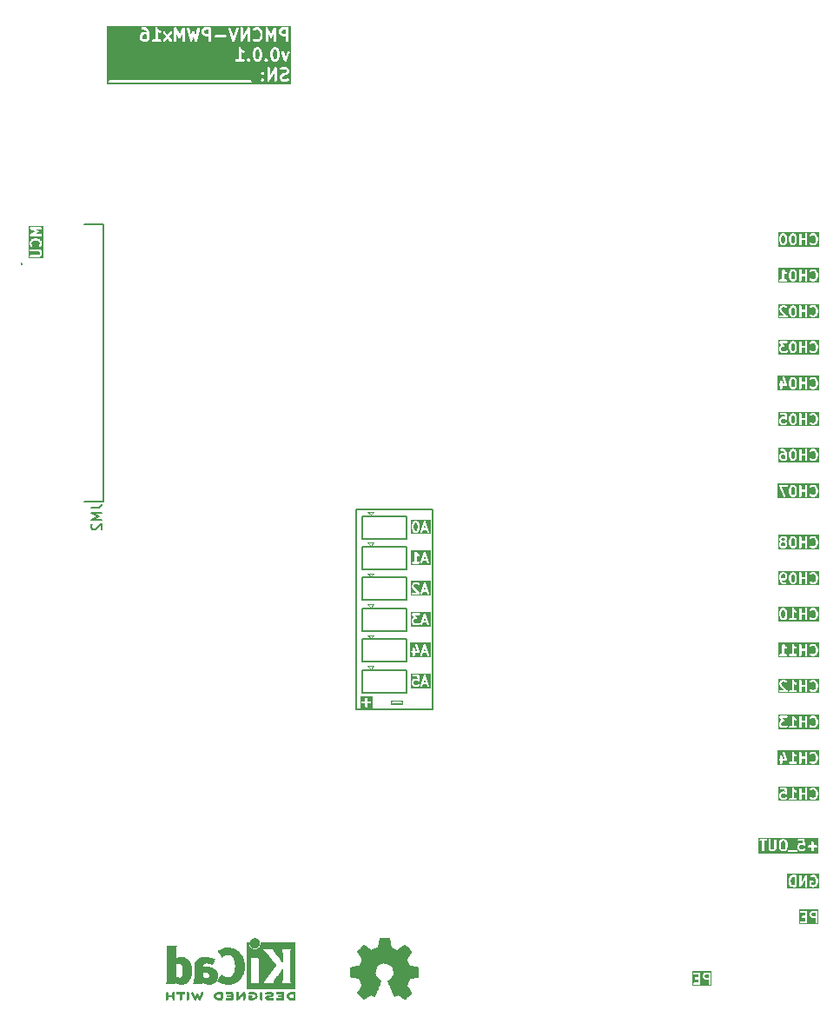
<source format=gbr>
%TF.GenerationSoftware,KiCad,Pcbnew,9.0.6*%
%TF.CreationDate,2025-12-10T15:25:16+03:00*%
%TF.ProjectId,PMCNV-PWMx16,504d434e-562d-4505-974d-7831362e6b69,rev?*%
%TF.SameCoordinates,PX3dfd240PY5f5e100*%
%TF.FileFunction,Legend,Bot*%
%TF.FilePolarity,Positive*%
%FSLAX46Y46*%
G04 Gerber Fmt 4.6, Leading zero omitted, Abs format (unit mm)*
G04 Created by KiCad (PCBNEW 9.0.6) date 2025-12-10 15:25:16*
%MOMM*%
%LPD*%
G01*
G04 APERTURE LIST*
%ADD10C,0.160000*%
%ADD11C,0.200000*%
%ADD12C,0.240000*%
%ADD13C,0.120000*%
%ADD14C,0.010000*%
%ADD15C,0.100000*%
G04 APERTURE END LIST*
D10*
X-5750000Y750000D02*
X1750000Y750000D01*
X1750000Y-18750000D01*
X-5750000Y-18750000D01*
X-5750000Y750000D01*
D11*
G36*
X36928233Y20417976D02*
G01*
X36952902Y20393308D01*
X36988355Y20322401D01*
X37030326Y20154520D01*
X37030326Y19941044D01*
X36988355Y19773163D01*
X36952902Y19702257D01*
X36928233Y19677587D01*
X36868624Y19647781D01*
X36820600Y19647781D01*
X36760990Y19677586D01*
X36736323Y19702254D01*
X36700868Y19773163D01*
X36658898Y19941044D01*
X36658898Y20154519D01*
X36700868Y20322401D01*
X36736322Y20393308D01*
X36760990Y20417977D01*
X36820600Y20447781D01*
X36868624Y20447781D01*
X36928233Y20417976D01*
G37*
G36*
X39389056Y19336670D02*
G01*
X35395406Y19336670D01*
X35395406Y20357305D01*
X35506517Y20357305D01*
X35506517Y20262067D01*
X35507489Y20252194D01*
X35507302Y20249560D01*
X35508089Y20246097D01*
X35508438Y20242558D01*
X35509449Y20240116D01*
X35511649Y20230444D01*
X35559268Y20087588D01*
X35567259Y20069687D01*
X35569614Y20066972D01*
X35570989Y20063653D01*
X35583425Y20048499D01*
X35984142Y19647781D01*
X35606517Y19647781D01*
X35587008Y19645860D01*
X35550960Y19630928D01*
X35523370Y19603338D01*
X35508438Y19567290D01*
X35508438Y19528272D01*
X35523370Y19492224D01*
X35550960Y19464634D01*
X35587008Y19449702D01*
X35606517Y19447781D01*
X36225564Y19447781D01*
X36245073Y19449702D01*
X36281121Y19464634D01*
X36308711Y19492224D01*
X36323643Y19528272D01*
X36323643Y19567290D01*
X36308711Y19603338D01*
X36296275Y19618492D01*
X35747939Y20166829D01*
X36458898Y20166829D01*
X36458898Y19928734D01*
X36459233Y19925332D01*
X36459016Y19923873D01*
X36460095Y19916576D01*
X36460819Y19909225D01*
X36461383Y19907862D01*
X36461884Y19904480D01*
X36509503Y19714005D01*
X36510016Y19712568D01*
X36510068Y19711845D01*
X36513176Y19703721D01*
X36516098Y19695544D01*
X36516528Y19694964D01*
X36517074Y19693537D01*
X36564693Y19598299D01*
X36569976Y19589907D01*
X36570988Y19587463D01*
X36573244Y19584714D01*
X36575136Y19581709D01*
X36577130Y19579980D01*
X36583425Y19572310D01*
X36631043Y19524690D01*
X36638711Y19518397D01*
X36640443Y19516400D01*
X36643451Y19514507D01*
X36646197Y19512253D01*
X36648637Y19511243D01*
X36657034Y19505957D01*
X36752271Y19458338D01*
X36770580Y19451332D01*
X36774163Y19451078D01*
X36777484Y19449702D01*
X36796993Y19447781D01*
X36892231Y19447781D01*
X36911740Y19449702D01*
X36915060Y19451078D01*
X36918644Y19451332D01*
X36936952Y19458338D01*
X37032190Y19505957D01*
X37040585Y19511242D01*
X37043027Y19512253D01*
X37045774Y19514509D01*
X37048780Y19516400D01*
X37050510Y19518395D01*
X37058180Y19524690D01*
X37105799Y19572310D01*
X37112091Y19579977D01*
X37114088Y19581708D01*
X37115981Y19584716D01*
X37118236Y19587463D01*
X37119247Y19589905D01*
X37124531Y19598299D01*
X37172150Y19693536D01*
X37172696Y19694965D01*
X37173126Y19695544D01*
X37176047Y19703721D01*
X37179156Y19711845D01*
X37179207Y19712566D01*
X37179721Y19714004D01*
X37227340Y19904480D01*
X37227840Y19907862D01*
X37228405Y19909225D01*
X37229128Y19916576D01*
X37230208Y19923873D01*
X37229990Y19925332D01*
X37230326Y19928734D01*
X37230326Y20166829D01*
X37229990Y20170232D01*
X37230208Y20171690D01*
X37229128Y20178988D01*
X37228405Y20186338D01*
X37227840Y20187702D01*
X37227340Y20191083D01*
X37179721Y20381559D01*
X37179207Y20382998D01*
X37179156Y20383718D01*
X37176047Y20391843D01*
X37173126Y20400019D01*
X37172696Y20400599D01*
X37172150Y20402027D01*
X37124531Y20497264D01*
X37119245Y20505661D01*
X37118235Y20508101D01*
X37115981Y20510847D01*
X37114088Y20513855D01*
X37112090Y20515588D01*
X37105798Y20523254D01*
X37081272Y20547781D01*
X37458898Y20547781D01*
X37458898Y19547781D01*
X37460819Y19528272D01*
X37475751Y19492224D01*
X37503341Y19464634D01*
X37539389Y19449702D01*
X37578407Y19449702D01*
X37614455Y19464634D01*
X37642045Y19492224D01*
X37656977Y19528272D01*
X37658898Y19547781D01*
X37658898Y19971591D01*
X38030326Y19971591D01*
X38030326Y19547781D01*
X38032247Y19528272D01*
X38047179Y19492224D01*
X38074769Y19464634D01*
X38110817Y19449702D01*
X38149835Y19449702D01*
X38185883Y19464634D01*
X38213473Y19492224D01*
X38228405Y19528272D01*
X38230326Y19547781D01*
X38230326Y20472052D01*
X38460819Y20472052D01*
X38460819Y20433034D01*
X38475751Y20396986D01*
X38503341Y20369396D01*
X38539389Y20354464D01*
X38578407Y20354464D01*
X38614455Y20369396D01*
X38629609Y20381832D01*
X38660535Y20412760D01*
X38765600Y20447781D01*
X38828385Y20447781D01*
X38933449Y20412760D01*
X39000522Y20345687D01*
X39035974Y20274782D01*
X39077945Y20106901D01*
X39077945Y19988663D01*
X39035974Y19820782D01*
X39000521Y19749876D01*
X38933450Y19682803D01*
X38828385Y19647781D01*
X38765600Y19647781D01*
X38660535Y19682803D01*
X38629609Y19713730D01*
X38614456Y19726167D01*
X38578408Y19741098D01*
X38539390Y19741099D01*
X38503341Y19726168D01*
X38475751Y19698578D01*
X38460820Y19662530D01*
X38460819Y19623512D01*
X38475750Y19587463D01*
X38488187Y19572310D01*
X38535805Y19524690D01*
X38550959Y19512253D01*
X38554278Y19510878D01*
X38556994Y19508523D01*
X38574894Y19500532D01*
X38717751Y19452913D01*
X38727423Y19450714D01*
X38729865Y19449702D01*
X38733402Y19449354D01*
X38736866Y19448566D01*
X38739500Y19448754D01*
X38749374Y19447781D01*
X38844612Y19447781D01*
X38854485Y19448754D01*
X38857119Y19448566D01*
X38860582Y19449354D01*
X38864121Y19449702D01*
X38866563Y19450714D01*
X38876235Y19452913D01*
X39019091Y19500532D01*
X39036992Y19508523D01*
X39039707Y19510878D01*
X39043027Y19512253D01*
X39058180Y19524690D01*
X39153418Y19619929D01*
X39159710Y19627596D01*
X39161707Y19629327D01*
X39163600Y19632335D01*
X39165855Y19635082D01*
X39166866Y19637524D01*
X39172150Y19645918D01*
X39219769Y19741155D01*
X39220315Y19742584D01*
X39220745Y19743163D01*
X39223666Y19751340D01*
X39226775Y19759464D01*
X39226826Y19760185D01*
X39227340Y19761623D01*
X39274959Y19952099D01*
X39275459Y19955481D01*
X39276024Y19956844D01*
X39276747Y19964195D01*
X39277827Y19971492D01*
X39277609Y19972951D01*
X39277945Y19976353D01*
X39277945Y20119210D01*
X39277609Y20122613D01*
X39277827Y20124071D01*
X39276747Y20131369D01*
X39276024Y20138719D01*
X39275459Y20140083D01*
X39274959Y20143464D01*
X39227340Y20333940D01*
X39226826Y20335379D01*
X39226775Y20336099D01*
X39223666Y20344224D01*
X39220745Y20352400D01*
X39220315Y20352980D01*
X39219769Y20354408D01*
X39172150Y20449645D01*
X39166863Y20458044D01*
X39165854Y20460481D01*
X39163602Y20463225D01*
X39161707Y20466236D01*
X39159709Y20467969D01*
X39153418Y20475635D01*
X39058180Y20570873D01*
X39043026Y20583309D01*
X39039707Y20584684D01*
X39036992Y20587039D01*
X39019091Y20595030D01*
X38876235Y20642649D01*
X38866563Y20644849D01*
X38864121Y20645860D01*
X38860582Y20646209D01*
X38857119Y20646996D01*
X38854485Y20646809D01*
X38844612Y20647781D01*
X38749374Y20647781D01*
X38739500Y20646809D01*
X38736866Y20646996D01*
X38733402Y20646209D01*
X38729865Y20645860D01*
X38727423Y20644849D01*
X38717751Y20642649D01*
X38574894Y20595030D01*
X38556994Y20587039D01*
X38554278Y20584684D01*
X38550959Y20583309D01*
X38535806Y20570872D01*
X38488187Y20523254D01*
X38475751Y20508100D01*
X38460819Y20472052D01*
X38230326Y20472052D01*
X38230326Y20547781D01*
X38228405Y20567290D01*
X38213473Y20603338D01*
X38185883Y20630928D01*
X38149835Y20645860D01*
X38110817Y20645860D01*
X38074769Y20630928D01*
X38047179Y20603338D01*
X38032247Y20567290D01*
X38030326Y20547781D01*
X38030326Y20171591D01*
X37658898Y20171591D01*
X37658898Y20547781D01*
X37656977Y20567290D01*
X37642045Y20603338D01*
X37614455Y20630928D01*
X37578407Y20645860D01*
X37539389Y20645860D01*
X37503341Y20630928D01*
X37475751Y20603338D01*
X37460819Y20567290D01*
X37458898Y20547781D01*
X37081272Y20547781D01*
X37058180Y20570873D01*
X37050509Y20577168D01*
X37048780Y20579162D01*
X37045772Y20581056D01*
X37043026Y20583309D01*
X37040586Y20584320D01*
X37032190Y20589605D01*
X36936952Y20637224D01*
X36918644Y20644230D01*
X36915060Y20644485D01*
X36911740Y20645860D01*
X36892231Y20647781D01*
X36796993Y20647781D01*
X36777484Y20645860D01*
X36774163Y20644485D01*
X36770580Y20644230D01*
X36752271Y20637224D01*
X36657034Y20589605D01*
X36648637Y20584320D01*
X36646197Y20583309D01*
X36643451Y20581056D01*
X36640443Y20579162D01*
X36638710Y20577165D01*
X36631044Y20570872D01*
X36583425Y20523254D01*
X36577130Y20515584D01*
X36575136Y20513854D01*
X36573242Y20510847D01*
X36570989Y20508100D01*
X36569978Y20505661D01*
X36564693Y20497264D01*
X36517074Y20402026D01*
X36516528Y20400600D01*
X36516098Y20400019D01*
X36513176Y20391843D01*
X36510068Y20383718D01*
X36510016Y20382996D01*
X36509503Y20381558D01*
X36461884Y20191083D01*
X36461383Y20187702D01*
X36460819Y20186338D01*
X36460095Y20178988D01*
X36459016Y20171690D01*
X36459233Y20170232D01*
X36458898Y20166829D01*
X35747939Y20166829D01*
X35741538Y20173230D01*
X35706517Y20278294D01*
X35706517Y20333698D01*
X35736322Y20393308D01*
X35760990Y20417977D01*
X35820600Y20447781D01*
X36011481Y20447781D01*
X36071090Y20417976D01*
X36107234Y20381833D01*
X36122387Y20369396D01*
X36158436Y20354465D01*
X36197454Y20354465D01*
X36233502Y20369396D01*
X36261092Y20396986D01*
X36276023Y20433034D01*
X36276023Y20472052D01*
X36261092Y20508101D01*
X36248655Y20523254D01*
X36201037Y20570873D01*
X36193366Y20577168D01*
X36191637Y20579162D01*
X36188629Y20581056D01*
X36185883Y20583309D01*
X36183443Y20584320D01*
X36175047Y20589605D01*
X36079809Y20637224D01*
X36061501Y20644230D01*
X36057917Y20644485D01*
X36054597Y20645860D01*
X36035088Y20647781D01*
X35796993Y20647781D01*
X35777484Y20645860D01*
X35774163Y20644485D01*
X35770580Y20644230D01*
X35752271Y20637224D01*
X35657034Y20589605D01*
X35648637Y20584320D01*
X35646197Y20583309D01*
X35643451Y20581056D01*
X35640443Y20579162D01*
X35638710Y20577165D01*
X35631044Y20570872D01*
X35583425Y20523254D01*
X35577130Y20515584D01*
X35575136Y20513854D01*
X35573242Y20510847D01*
X35570989Y20508100D01*
X35569978Y20505661D01*
X35564693Y20497264D01*
X35517074Y20402026D01*
X35510068Y20383718D01*
X35509813Y20380135D01*
X35508438Y20376814D01*
X35506517Y20357305D01*
X35395406Y20357305D01*
X35395406Y20758892D01*
X39389056Y20758892D01*
X39389056Y19336670D01*
G37*
G36*
X1075543Y-4066504D02*
G01*
X876838Y-4066504D01*
X976190Y-3768446D01*
X1075543Y-4066504D01*
G37*
G36*
X1519849Y-4663330D02*
G01*
X-423476Y-4663330D01*
X-423476Y-4432710D01*
X-312365Y-4432710D01*
X-312365Y-4471728D01*
X-297433Y-4507776D01*
X-269843Y-4535366D01*
X-233795Y-4550298D01*
X-214286Y-4552219D01*
X357142Y-4552219D01*
X376651Y-4550298D01*
X412699Y-4535366D01*
X440289Y-4507776D01*
X455221Y-4471728D01*
X455221Y-4439712D01*
X543642Y-4439712D01*
X546408Y-4478632D01*
X563858Y-4513531D01*
X593334Y-4539096D01*
X630350Y-4551434D01*
X669270Y-4548668D01*
X704169Y-4531218D01*
X729734Y-4501742D01*
X737725Y-4483842D01*
X810171Y-4266504D01*
X1142209Y-4266504D01*
X1214655Y-4483841D01*
X1222646Y-4501742D01*
X1248211Y-4531218D01*
X1283110Y-4548667D01*
X1322030Y-4551434D01*
X1359046Y-4539095D01*
X1388522Y-4513530D01*
X1405972Y-4478631D01*
X1408738Y-4439711D01*
X1404391Y-4420596D01*
X1071058Y-3420596D01*
X1063067Y-3402696D01*
X1058382Y-3397294D01*
X1055189Y-3390908D01*
X1045720Y-3382695D01*
X1037502Y-3373220D01*
X1031110Y-3370023D01*
X1025713Y-3365343D01*
X1013819Y-3361378D01*
X1002603Y-3355770D01*
X995475Y-3355263D01*
X988697Y-3353004D01*
X976192Y-3353893D01*
X963683Y-3353004D01*
X956901Y-3355264D01*
X949777Y-3355771D01*
X938568Y-3361374D01*
X926667Y-3365342D01*
X921266Y-3370025D01*
X914878Y-3373220D01*
X906662Y-3382691D01*
X897191Y-3390907D01*
X893996Y-3397296D01*
X889313Y-3402696D01*
X881322Y-3420597D01*
X547989Y-4420596D01*
X543642Y-4439712D01*
X455221Y-4439712D01*
X455221Y-4432710D01*
X440289Y-4396662D01*
X412699Y-4369072D01*
X376651Y-4354140D01*
X357142Y-4352219D01*
X171428Y-4352219D01*
X171428Y-3741260D01*
X191193Y-3761025D01*
X198859Y-3767316D01*
X200592Y-3769314D01*
X203603Y-3771209D01*
X206347Y-3773461D01*
X208784Y-3774470D01*
X217183Y-3779757D01*
X312420Y-3827376D01*
X330729Y-3834382D01*
X369649Y-3837148D01*
X406665Y-3824809D01*
X436142Y-3799244D01*
X453591Y-3764346D01*
X456356Y-3725426D01*
X444018Y-3688410D01*
X418453Y-3658933D01*
X401863Y-3648490D01*
X321141Y-3608129D01*
X244377Y-3531365D01*
X154633Y-3396749D01*
X154588Y-3396694D01*
X154575Y-3396662D01*
X154501Y-3396588D01*
X142213Y-3381582D01*
X133984Y-3376071D01*
X126985Y-3369072D01*
X117933Y-3365322D01*
X109793Y-3359871D01*
X100085Y-3357929D01*
X90937Y-3354140D01*
X81138Y-3354140D01*
X71533Y-3352219D01*
X61822Y-3354140D01*
X51919Y-3354140D01*
X42866Y-3357889D01*
X33256Y-3359791D01*
X25017Y-3365283D01*
X15871Y-3369072D01*
X8944Y-3375998D01*
X791Y-3381434D01*
X-4720Y-3389662D01*
X-11719Y-3396662D01*
X-15469Y-3405713D01*
X-20920Y-3413854D01*
X-22862Y-3423561D01*
X-26651Y-3432710D01*
X-28552Y-3452012D01*
X-28572Y-3452114D01*
X-28566Y-3452148D01*
X-28572Y-3452219D01*
X-28572Y-4352219D01*
X-214286Y-4352219D01*
X-233795Y-4354140D01*
X-269843Y-4369072D01*
X-297433Y-4396662D01*
X-312365Y-4432710D01*
X-423476Y-4432710D01*
X-423476Y-3241108D01*
X1519849Y-3241108D01*
X1519849Y-4663330D01*
G37*
G36*
X1075543Y-13066504D02*
G01*
X876838Y-13066504D01*
X976190Y-12768446D01*
X1075543Y-13066504D01*
G37*
G36*
X1519849Y-13662545D02*
G01*
X-471095Y-13662545D01*
X-471095Y-13099376D01*
X-359984Y-13099376D01*
X-359984Y-13138394D01*
X-345052Y-13174442D01*
X-317462Y-13202032D01*
X-281414Y-13216964D01*
X-261905Y-13218885D01*
X-219048Y-13218885D01*
X-219048Y-13452219D01*
X-217127Y-13471728D01*
X-202195Y-13507776D01*
X-174605Y-13535366D01*
X-138557Y-13550298D01*
X-99539Y-13550298D01*
X-63491Y-13535366D01*
X-35901Y-13507776D01*
X-20969Y-13471728D01*
X-19048Y-13452219D01*
X-19048Y-13439712D01*
X543642Y-13439712D01*
X546408Y-13478632D01*
X563858Y-13513531D01*
X593334Y-13539096D01*
X630350Y-13551434D01*
X669270Y-13548668D01*
X704169Y-13531218D01*
X729734Y-13501742D01*
X737725Y-13483842D01*
X810171Y-13266504D01*
X1142209Y-13266504D01*
X1214655Y-13483841D01*
X1222646Y-13501742D01*
X1248211Y-13531218D01*
X1283110Y-13548667D01*
X1322030Y-13551434D01*
X1359046Y-13539095D01*
X1388522Y-13513530D01*
X1405972Y-13478631D01*
X1408738Y-13439711D01*
X1404391Y-13420596D01*
X1071058Y-12420596D01*
X1063067Y-12402696D01*
X1058382Y-12397294D01*
X1055189Y-12390908D01*
X1045720Y-12382695D01*
X1037502Y-12373220D01*
X1031110Y-12370023D01*
X1025713Y-12365343D01*
X1013819Y-12361378D01*
X1002603Y-12355770D01*
X995475Y-12355263D01*
X988697Y-12353004D01*
X976192Y-12353893D01*
X963683Y-12353004D01*
X956901Y-12355264D01*
X949777Y-12355771D01*
X938568Y-12361374D01*
X926667Y-12365342D01*
X921266Y-12370025D01*
X914878Y-12373220D01*
X906662Y-12382691D01*
X897191Y-12390907D01*
X893996Y-12397296D01*
X889313Y-12402696D01*
X881322Y-12420597D01*
X547989Y-13420596D01*
X543642Y-13439712D01*
X-19048Y-13439712D01*
X-19048Y-13218885D01*
X357142Y-13218885D01*
X367015Y-13217912D01*
X369649Y-13218100D01*
X371550Y-13217466D01*
X376651Y-13216964D01*
X391463Y-13210828D01*
X406665Y-13205761D01*
X409378Y-13203407D01*
X412699Y-13202032D01*
X424037Y-13190693D01*
X436141Y-13180196D01*
X437747Y-13176983D01*
X440289Y-13174442D01*
X446425Y-13159627D01*
X453591Y-13145297D01*
X453845Y-13141714D01*
X455221Y-13138394D01*
X455221Y-13122361D01*
X456357Y-13106377D01*
X455221Y-13101381D01*
X455221Y-13099376D01*
X454209Y-13096934D01*
X452010Y-13087262D01*
X213915Y-12372977D01*
X205924Y-12355077D01*
X180359Y-12325601D01*
X145460Y-12308151D01*
X106540Y-12305385D01*
X69524Y-12317723D01*
X40048Y-12343288D01*
X22598Y-12378187D01*
X19832Y-12417107D01*
X24179Y-12436223D01*
X218400Y-13018885D01*
X-19048Y-13018885D01*
X-19048Y-12785552D01*
X-20969Y-12766043D01*
X-35901Y-12729995D01*
X-63491Y-12702405D01*
X-99539Y-12687473D01*
X-138557Y-12687473D01*
X-174605Y-12702405D01*
X-202195Y-12729995D01*
X-217127Y-12766043D01*
X-219048Y-12785552D01*
X-219048Y-13018885D01*
X-261905Y-13018885D01*
X-281414Y-13020806D01*
X-317462Y-13035738D01*
X-345052Y-13063328D01*
X-359984Y-13099376D01*
X-471095Y-13099376D01*
X-471095Y-12194274D01*
X1519849Y-12194274D01*
X1519849Y-13662545D01*
G37*
G36*
X-36251670Y25204931D02*
G01*
X-37673892Y25204931D01*
X-37673892Y26006979D01*
X-37560860Y26006979D01*
X-37560860Y25967961D01*
X-37545928Y25931913D01*
X-37518338Y25904323D01*
X-37482290Y25889391D01*
X-37462781Y25887470D01*
X-36676865Y25887470D01*
X-36617254Y25857664D01*
X-36592586Y25832997D01*
X-36562781Y25773387D01*
X-36562781Y25630125D01*
X-36592586Y25570516D01*
X-36617254Y25545849D01*
X-36676865Y25516042D01*
X-37462781Y25516042D01*
X-37482290Y25514121D01*
X-37518338Y25499189D01*
X-37545928Y25471599D01*
X-37560860Y25435551D01*
X-37560860Y25396533D01*
X-37545928Y25360485D01*
X-37518338Y25332895D01*
X-37482290Y25317963D01*
X-37462781Y25316042D01*
X-36653258Y25316042D01*
X-36633749Y25317963D01*
X-36630429Y25319339D01*
X-36626845Y25319593D01*
X-36608537Y25326599D01*
X-36513299Y25374218D01*
X-36504907Y25379502D01*
X-36502463Y25380513D01*
X-36499714Y25382770D01*
X-36496709Y25384661D01*
X-36494980Y25386656D01*
X-36487310Y25392950D01*
X-36439690Y25440568D01*
X-36433397Y25448237D01*
X-36431400Y25449968D01*
X-36429507Y25452977D01*
X-36427253Y25455722D01*
X-36426243Y25458163D01*
X-36420957Y25466559D01*
X-36373338Y25561796D01*
X-36366332Y25580105D01*
X-36366078Y25583689D01*
X-36364702Y25587009D01*
X-36362781Y25606518D01*
X-36362781Y25796994D01*
X-36364702Y25816503D01*
X-36366078Y25819824D01*
X-36366332Y25823407D01*
X-36373338Y25841716D01*
X-36420957Y25936953D01*
X-36426243Y25945350D01*
X-36427253Y25947790D01*
X-36429507Y25950536D01*
X-36431400Y25953544D01*
X-36433397Y25955276D01*
X-36439690Y25962944D01*
X-36487310Y26010562D01*
X-36494980Y26016857D01*
X-36496709Y26018851D01*
X-36499714Y26020743D01*
X-36502463Y26022999D01*
X-36504907Y26024011D01*
X-36513299Y26029294D01*
X-36608537Y26076913D01*
X-36626845Y26083919D01*
X-36630429Y26084174D01*
X-36633749Y26085549D01*
X-36653258Y26087470D01*
X-37462781Y26087470D01*
X-37482290Y26085549D01*
X-37518338Y26070617D01*
X-37545928Y26043027D01*
X-37560860Y26006979D01*
X-37673892Y26006979D01*
X-37673892Y26701756D01*
X-37562781Y26701756D01*
X-37562781Y26606518D01*
X-37561809Y26596645D01*
X-37561996Y26594011D01*
X-37561209Y26590548D01*
X-37560860Y26587009D01*
X-37559849Y26584567D01*
X-37557649Y26574895D01*
X-37510030Y26432039D01*
X-37502039Y26414138D01*
X-37499684Y26411423D01*
X-37498309Y26408104D01*
X-37485873Y26392950D01*
X-37438254Y26345332D01*
X-37423101Y26332895D01*
X-37387052Y26317964D01*
X-37348034Y26317964D01*
X-37311986Y26332895D01*
X-37284396Y26360485D01*
X-37269465Y26396533D01*
X-37269465Y26435551D01*
X-37284396Y26471600D01*
X-37296833Y26486753D01*
X-37327760Y26517680D01*
X-37362781Y26622745D01*
X-37362781Y26685529D01*
X-37327760Y26790594D01*
X-37260687Y26857666D01*
X-37189782Y26893119D01*
X-37021901Y26935089D01*
X-36903663Y26935089D01*
X-36735782Y26893119D01*
X-36664873Y26857665D01*
X-36597803Y26790595D01*
X-36562781Y26685530D01*
X-36562781Y26622745D01*
X-36597803Y26517680D01*
X-36628730Y26486753D01*
X-36641167Y26471600D01*
X-36656098Y26435552D01*
X-36656099Y26396534D01*
X-36641168Y26360485D01*
X-36613578Y26332895D01*
X-36577530Y26317964D01*
X-36538512Y26317963D01*
X-36502463Y26332894D01*
X-36487310Y26345331D01*
X-36439690Y26392949D01*
X-36427253Y26408103D01*
X-36425878Y26411423D01*
X-36423523Y26414138D01*
X-36415532Y26432038D01*
X-36367913Y26574895D01*
X-36365714Y26584568D01*
X-36364702Y26587009D01*
X-36364354Y26590547D01*
X-36363566Y26594010D01*
X-36363754Y26596645D01*
X-36362781Y26606518D01*
X-36362781Y26701756D01*
X-36363754Y26711630D01*
X-36363566Y26714264D01*
X-36364354Y26717728D01*
X-36364702Y26721265D01*
X-36365714Y26723707D01*
X-36367913Y26733379D01*
X-36415532Y26876236D01*
X-36423523Y26894136D01*
X-36425878Y26896852D01*
X-36427253Y26900171D01*
X-36439689Y26915324D01*
X-36534929Y27010562D01*
X-36542599Y27016857D01*
X-36544328Y27018851D01*
X-36547333Y27020743D01*
X-36550082Y27022999D01*
X-36552526Y27024012D01*
X-36560918Y27029294D01*
X-36656156Y27076913D01*
X-36657583Y27077459D01*
X-36658163Y27077889D01*
X-36666340Y27080811D01*
X-36674464Y27083919D01*
X-36675187Y27083971D01*
X-36676624Y27084484D01*
X-36867099Y27132103D01*
X-36870481Y27132604D01*
X-36871844Y27133168D01*
X-36879195Y27133892D01*
X-36886492Y27134971D01*
X-36887951Y27134754D01*
X-36891353Y27135089D01*
X-37034210Y27135089D01*
X-37037613Y27134754D01*
X-37039071Y27134971D01*
X-37046369Y27133892D01*
X-37053719Y27133168D01*
X-37055083Y27132604D01*
X-37058464Y27132103D01*
X-37248940Y27084484D01*
X-37250379Y27083971D01*
X-37251099Y27083919D01*
X-37259224Y27080811D01*
X-37267400Y27077889D01*
X-37267980Y27077460D01*
X-37269408Y27076913D01*
X-37364645Y27029294D01*
X-37373044Y27024008D01*
X-37375481Y27022998D01*
X-37378225Y27020747D01*
X-37381236Y27018851D01*
X-37382969Y27016854D01*
X-37390635Y27010562D01*
X-37485873Y26915324D01*
X-37498309Y26900170D01*
X-37499684Y26896852D01*
X-37502039Y26894136D01*
X-37510030Y26876235D01*
X-37557649Y26733379D01*
X-37559849Y26723708D01*
X-37560860Y26721265D01*
X-37561209Y26717727D01*
X-37561996Y26714263D01*
X-37561809Y26711630D01*
X-37562781Y26701756D01*
X-37673892Y26701756D01*
X-37673892Y28115144D01*
X-37561622Y28115144D01*
X-37560860Y28113049D01*
X-37560860Y28110818D01*
X-37554216Y28094777D01*
X-37548287Y28078475D01*
X-37546782Y28076832D01*
X-37545928Y28074770D01*
X-37533655Y28062497D01*
X-37521936Y28049700D01*
X-37519292Y28048134D01*
X-37518338Y28047180D01*
X-37516157Y28046277D01*
X-37505070Y28039709D01*
X-36984966Y27796994D01*
X-37505070Y27554279D01*
X-37516157Y27547712D01*
X-37518338Y27546808D01*
X-37519292Y27545855D01*
X-37521936Y27544288D01*
X-37533655Y27531492D01*
X-37545928Y27519218D01*
X-37546782Y27517157D01*
X-37548287Y27515513D01*
X-37554216Y27499212D01*
X-37560860Y27483170D01*
X-37560860Y27480940D01*
X-37561622Y27478844D01*
X-37560860Y27461505D01*
X-37560860Y27444152D01*
X-37560007Y27442093D01*
X-37559909Y27439864D01*
X-37552568Y27424134D01*
X-37545928Y27408104D01*
X-37544352Y27406528D01*
X-37543408Y27404506D01*
X-37530612Y27392788D01*
X-37518338Y27380514D01*
X-37516277Y27379661D01*
X-37514633Y27378155D01*
X-37498332Y27372227D01*
X-37482290Y27365582D01*
X-37479232Y27365281D01*
X-37477964Y27364820D01*
X-37475605Y27364924D01*
X-37462781Y27363661D01*
X-36462781Y27363661D01*
X-36443272Y27365582D01*
X-36407224Y27380514D01*
X-36379634Y27408104D01*
X-36364702Y27444152D01*
X-36364702Y27483170D01*
X-36379634Y27519218D01*
X-36407224Y27546808D01*
X-36443272Y27561740D01*
X-36462781Y27563661D01*
X-37012025Y27563661D01*
X-36706207Y27706376D01*
X-36699066Y27710607D01*
X-36696644Y27711487D01*
X-36694932Y27713056D01*
X-36689341Y27716367D01*
X-36679081Y27727572D01*
X-36667868Y27737839D01*
X-36665989Y27741867D01*
X-36662989Y27745142D01*
X-36657798Y27759418D01*
X-36651368Y27773196D01*
X-36651173Y27777637D01*
X-36649655Y27781811D01*
X-36650323Y27796994D01*
X-36649655Y27812177D01*
X-36651173Y27816352D01*
X-36651368Y27820792D01*
X-36657798Y27834571D01*
X-36662989Y27848846D01*
X-36665989Y27852122D01*
X-36667868Y27856149D01*
X-36679081Y27866417D01*
X-36689341Y27877621D01*
X-36694932Y27880933D01*
X-36696644Y27882501D01*
X-36699066Y27883382D01*
X-36706207Y27887612D01*
X-37012025Y28030327D01*
X-36462781Y28030327D01*
X-36443272Y28032248D01*
X-36407224Y28047180D01*
X-36379634Y28074770D01*
X-36364702Y28110818D01*
X-36364702Y28149836D01*
X-36379634Y28185884D01*
X-36407224Y28213474D01*
X-36443272Y28228406D01*
X-36462781Y28230327D01*
X-37462781Y28230327D01*
X-37475605Y28229065D01*
X-37477964Y28229168D01*
X-37479232Y28228708D01*
X-37482290Y28228406D01*
X-37498332Y28221762D01*
X-37514633Y28215833D01*
X-37516277Y28214328D01*
X-37518338Y28213474D01*
X-37530612Y28201201D01*
X-37543408Y28189482D01*
X-37544352Y28187461D01*
X-37545928Y28185884D01*
X-37552568Y28169855D01*
X-37559909Y28154124D01*
X-37560007Y28151896D01*
X-37560860Y28149836D01*
X-37560860Y28132484D01*
X-37561622Y28115144D01*
X-37673892Y28115144D01*
X-37673892Y28341438D01*
X-36251670Y28341438D01*
X-36251670Y25204931D01*
G37*
G36*
X39389056Y-24163330D02*
G01*
X35349708Y-24163330D01*
X35349708Y-23599376D01*
X35460819Y-23599376D01*
X35460819Y-23638394D01*
X35475751Y-23674442D01*
X35503341Y-23702032D01*
X35539389Y-23716964D01*
X35558898Y-23718885D01*
X35601755Y-23718885D01*
X35601755Y-23952219D01*
X35603676Y-23971728D01*
X35618608Y-24007776D01*
X35646198Y-24035366D01*
X35682246Y-24050298D01*
X35721264Y-24050298D01*
X35757312Y-24035366D01*
X35784902Y-24007776D01*
X35799834Y-23971728D01*
X35801755Y-23952219D01*
X35801755Y-23932710D01*
X36460819Y-23932710D01*
X36460819Y-23971728D01*
X36475751Y-24007776D01*
X36503341Y-24035366D01*
X36539389Y-24050298D01*
X36558898Y-24052219D01*
X37130326Y-24052219D01*
X37149835Y-24050298D01*
X37185883Y-24035366D01*
X37213473Y-24007776D01*
X37228405Y-23971728D01*
X37228405Y-23932710D01*
X37213473Y-23896662D01*
X37185883Y-23869072D01*
X37149835Y-23854140D01*
X37130326Y-23852219D01*
X36944612Y-23852219D01*
X36944612Y-23241260D01*
X36964377Y-23261025D01*
X36972043Y-23267316D01*
X36973776Y-23269314D01*
X36976787Y-23271209D01*
X36979531Y-23273461D01*
X36981968Y-23274470D01*
X36990367Y-23279757D01*
X37085604Y-23327376D01*
X37103913Y-23334382D01*
X37142833Y-23337148D01*
X37179849Y-23324809D01*
X37209326Y-23299244D01*
X37226775Y-23264346D01*
X37229540Y-23225426D01*
X37217202Y-23188410D01*
X37191637Y-23158933D01*
X37175047Y-23148490D01*
X37094325Y-23108129D01*
X37017561Y-23031365D01*
X36964797Y-22952219D01*
X37458898Y-22952219D01*
X37458898Y-23952219D01*
X37460819Y-23971728D01*
X37475751Y-24007776D01*
X37503341Y-24035366D01*
X37539389Y-24050298D01*
X37578407Y-24050298D01*
X37614455Y-24035366D01*
X37642045Y-24007776D01*
X37656977Y-23971728D01*
X37658898Y-23952219D01*
X37658898Y-23528409D01*
X38030326Y-23528409D01*
X38030326Y-23952219D01*
X38032247Y-23971728D01*
X38047179Y-24007776D01*
X38074769Y-24035366D01*
X38110817Y-24050298D01*
X38149835Y-24050298D01*
X38185883Y-24035366D01*
X38213473Y-24007776D01*
X38228405Y-23971728D01*
X38230326Y-23952219D01*
X38230326Y-23027948D01*
X38460819Y-23027948D01*
X38460819Y-23066966D01*
X38475751Y-23103014D01*
X38503341Y-23130604D01*
X38539389Y-23145536D01*
X38578407Y-23145536D01*
X38614455Y-23130604D01*
X38629609Y-23118168D01*
X38660535Y-23087240D01*
X38765600Y-23052219D01*
X38828385Y-23052219D01*
X38933449Y-23087240D01*
X39000522Y-23154313D01*
X39035974Y-23225218D01*
X39077945Y-23393099D01*
X39077945Y-23511337D01*
X39035974Y-23679218D01*
X39000521Y-23750124D01*
X38933450Y-23817197D01*
X38828385Y-23852219D01*
X38765600Y-23852219D01*
X38660535Y-23817197D01*
X38629609Y-23786270D01*
X38614456Y-23773833D01*
X38578408Y-23758902D01*
X38539390Y-23758901D01*
X38503341Y-23773832D01*
X38475751Y-23801422D01*
X38460820Y-23837470D01*
X38460819Y-23876488D01*
X38475750Y-23912537D01*
X38488187Y-23927690D01*
X38535805Y-23975310D01*
X38550959Y-23987747D01*
X38554278Y-23989122D01*
X38556994Y-23991477D01*
X38574894Y-23999468D01*
X38717751Y-24047087D01*
X38727423Y-24049286D01*
X38729865Y-24050298D01*
X38733402Y-24050646D01*
X38736866Y-24051434D01*
X38739500Y-24051246D01*
X38749374Y-24052219D01*
X38844612Y-24052219D01*
X38854485Y-24051246D01*
X38857119Y-24051434D01*
X38860582Y-24050646D01*
X38864121Y-24050298D01*
X38866563Y-24049286D01*
X38876235Y-24047087D01*
X39019091Y-23999468D01*
X39036992Y-23991477D01*
X39039707Y-23989122D01*
X39043027Y-23987747D01*
X39058180Y-23975310D01*
X39153418Y-23880071D01*
X39159710Y-23872404D01*
X39161707Y-23870673D01*
X39163600Y-23867665D01*
X39165855Y-23864918D01*
X39166866Y-23862476D01*
X39172150Y-23854082D01*
X39219769Y-23758845D01*
X39220315Y-23757416D01*
X39220745Y-23756837D01*
X39223666Y-23748660D01*
X39226775Y-23740536D01*
X39226826Y-23739815D01*
X39227340Y-23738377D01*
X39274959Y-23547901D01*
X39275459Y-23544519D01*
X39276024Y-23543156D01*
X39276747Y-23535805D01*
X39277827Y-23528508D01*
X39277609Y-23527049D01*
X39277945Y-23523647D01*
X39277945Y-23380790D01*
X39277609Y-23377387D01*
X39277827Y-23375929D01*
X39276747Y-23368631D01*
X39276024Y-23361281D01*
X39275459Y-23359917D01*
X39274959Y-23356536D01*
X39227340Y-23166060D01*
X39226826Y-23164621D01*
X39226775Y-23163901D01*
X39223666Y-23155776D01*
X39220745Y-23147600D01*
X39220315Y-23147020D01*
X39219769Y-23145592D01*
X39172150Y-23050355D01*
X39166863Y-23041956D01*
X39165854Y-23039519D01*
X39163602Y-23036775D01*
X39161707Y-23033764D01*
X39159709Y-23032031D01*
X39153418Y-23024365D01*
X39058180Y-22929127D01*
X39043026Y-22916691D01*
X39039707Y-22915316D01*
X39036992Y-22912961D01*
X39019091Y-22904970D01*
X38876235Y-22857351D01*
X38866563Y-22855151D01*
X38864121Y-22854140D01*
X38860582Y-22853791D01*
X38857119Y-22853004D01*
X38854485Y-22853191D01*
X38844612Y-22852219D01*
X38749374Y-22852219D01*
X38739500Y-22853191D01*
X38736866Y-22853004D01*
X38733402Y-22853791D01*
X38729865Y-22854140D01*
X38727423Y-22855151D01*
X38717751Y-22857351D01*
X38574894Y-22904970D01*
X38556994Y-22912961D01*
X38554278Y-22915316D01*
X38550959Y-22916691D01*
X38535806Y-22929128D01*
X38488187Y-22976746D01*
X38475751Y-22991900D01*
X38460819Y-23027948D01*
X38230326Y-23027948D01*
X38230326Y-22952219D01*
X38228405Y-22932710D01*
X38213473Y-22896662D01*
X38185883Y-22869072D01*
X38149835Y-22854140D01*
X38110817Y-22854140D01*
X38074769Y-22869072D01*
X38047179Y-22896662D01*
X38032247Y-22932710D01*
X38030326Y-22952219D01*
X38030326Y-23328409D01*
X37658898Y-23328409D01*
X37658898Y-22952219D01*
X37656977Y-22932710D01*
X37642045Y-22896662D01*
X37614455Y-22869072D01*
X37578407Y-22854140D01*
X37539389Y-22854140D01*
X37503341Y-22869072D01*
X37475751Y-22896662D01*
X37460819Y-22932710D01*
X37458898Y-22952219D01*
X36964797Y-22952219D01*
X36927817Y-22896749D01*
X36927772Y-22896694D01*
X36927759Y-22896662D01*
X36927685Y-22896588D01*
X36915397Y-22881582D01*
X36907168Y-22876071D01*
X36900169Y-22869072D01*
X36891117Y-22865322D01*
X36882977Y-22859871D01*
X36873269Y-22857929D01*
X36864121Y-22854140D01*
X36854322Y-22854140D01*
X36844717Y-22852219D01*
X36835006Y-22854140D01*
X36825103Y-22854140D01*
X36816050Y-22857889D01*
X36806440Y-22859791D01*
X36798201Y-22865283D01*
X36789055Y-22869072D01*
X36782128Y-22875998D01*
X36773975Y-22881434D01*
X36768464Y-22889662D01*
X36761465Y-22896662D01*
X36757715Y-22905713D01*
X36752264Y-22913854D01*
X36750322Y-22923561D01*
X36746533Y-22932710D01*
X36744632Y-22952012D01*
X36744612Y-22952114D01*
X36744618Y-22952148D01*
X36744612Y-22952219D01*
X36744612Y-23852219D01*
X36558898Y-23852219D01*
X36539389Y-23854140D01*
X36503341Y-23869072D01*
X36475751Y-23896662D01*
X36460819Y-23932710D01*
X35801755Y-23932710D01*
X35801755Y-23718885D01*
X36177945Y-23718885D01*
X36187818Y-23717912D01*
X36190452Y-23718100D01*
X36192353Y-23717466D01*
X36197454Y-23716964D01*
X36212266Y-23710828D01*
X36227468Y-23705761D01*
X36230181Y-23703407D01*
X36233502Y-23702032D01*
X36244840Y-23690693D01*
X36256944Y-23680196D01*
X36258550Y-23676983D01*
X36261092Y-23674442D01*
X36267228Y-23659627D01*
X36274394Y-23645297D01*
X36274648Y-23641714D01*
X36276024Y-23638394D01*
X36276024Y-23622361D01*
X36277160Y-23606377D01*
X36276024Y-23601381D01*
X36276024Y-23599376D01*
X36275012Y-23596934D01*
X36272813Y-23587262D01*
X36034718Y-22872977D01*
X36026727Y-22855077D01*
X36001162Y-22825601D01*
X35966263Y-22808151D01*
X35927343Y-22805385D01*
X35890327Y-22817723D01*
X35860851Y-22843288D01*
X35843401Y-22878187D01*
X35840635Y-22917107D01*
X35844982Y-22936223D01*
X36039203Y-23518885D01*
X35801755Y-23518885D01*
X35801755Y-23285552D01*
X35799834Y-23266043D01*
X35784902Y-23229995D01*
X35757312Y-23202405D01*
X35721264Y-23187473D01*
X35682246Y-23187473D01*
X35646198Y-23202405D01*
X35618608Y-23229995D01*
X35603676Y-23266043D01*
X35601755Y-23285552D01*
X35601755Y-23518885D01*
X35558898Y-23518885D01*
X35539389Y-23520806D01*
X35503341Y-23535738D01*
X35475751Y-23563328D01*
X35460819Y-23599376D01*
X35349708Y-23599376D01*
X35349708Y-22694274D01*
X39389056Y-22694274D01*
X39389056Y-24163330D01*
G37*
G36*
X35975852Y27417976D02*
G01*
X36000521Y27393308D01*
X36035974Y27322401D01*
X36077945Y27154520D01*
X36077945Y26941044D01*
X36035974Y26773163D01*
X36000521Y26702257D01*
X35975852Y26677587D01*
X35916243Y26647781D01*
X35868219Y26647781D01*
X35808609Y26677586D01*
X35783942Y26702254D01*
X35748487Y26773163D01*
X35706517Y26941044D01*
X35706517Y27154519D01*
X35748487Y27322401D01*
X35783941Y27393308D01*
X35808609Y27417977D01*
X35868219Y27447781D01*
X35916243Y27447781D01*
X35975852Y27417976D01*
G37*
G36*
X36928233Y27417976D02*
G01*
X36952902Y27393308D01*
X36988355Y27322401D01*
X37030326Y27154520D01*
X37030326Y26941044D01*
X36988355Y26773163D01*
X36952902Y26702257D01*
X36928233Y26677587D01*
X36868624Y26647781D01*
X36820600Y26647781D01*
X36760990Y26677586D01*
X36736323Y26702254D01*
X36700868Y26773163D01*
X36658898Y26941044D01*
X36658898Y27154519D01*
X36700868Y27322401D01*
X36736322Y27393308D01*
X36760990Y27417977D01*
X36820600Y27447781D01*
X36868624Y27447781D01*
X36928233Y27417976D01*
G37*
G36*
X39389056Y26336670D02*
G01*
X35395406Y26336670D01*
X35395406Y27166829D01*
X35506517Y27166829D01*
X35506517Y26928734D01*
X35506852Y26925332D01*
X35506635Y26923873D01*
X35507714Y26916576D01*
X35508438Y26909225D01*
X35509002Y26907862D01*
X35509503Y26904480D01*
X35557122Y26714005D01*
X35557635Y26712568D01*
X35557687Y26711845D01*
X35560795Y26703721D01*
X35563717Y26695544D01*
X35564147Y26694964D01*
X35564693Y26693537D01*
X35612312Y26598299D01*
X35617595Y26589907D01*
X35618607Y26587463D01*
X35620863Y26584714D01*
X35622755Y26581709D01*
X35624749Y26579980D01*
X35631044Y26572310D01*
X35678662Y26524690D01*
X35686330Y26518397D01*
X35688062Y26516400D01*
X35691070Y26514507D01*
X35693816Y26512253D01*
X35696256Y26511243D01*
X35704653Y26505957D01*
X35799890Y26458338D01*
X35818199Y26451332D01*
X35821782Y26451078D01*
X35825103Y26449702D01*
X35844612Y26447781D01*
X35939850Y26447781D01*
X35959359Y26449702D01*
X35962679Y26451078D01*
X35966263Y26451332D01*
X35984571Y26458338D01*
X36079809Y26505957D01*
X36088204Y26511242D01*
X36090646Y26512253D01*
X36093393Y26514509D01*
X36096399Y26516400D01*
X36098129Y26518395D01*
X36105799Y26524690D01*
X36153418Y26572310D01*
X36159710Y26579977D01*
X36161707Y26581708D01*
X36163600Y26584716D01*
X36165855Y26587463D01*
X36166866Y26589905D01*
X36172150Y26598299D01*
X36219769Y26693536D01*
X36220315Y26694965D01*
X36220745Y26695544D01*
X36223666Y26703721D01*
X36226775Y26711845D01*
X36226826Y26712566D01*
X36227340Y26714004D01*
X36274959Y26904480D01*
X36275459Y26907862D01*
X36276024Y26909225D01*
X36276747Y26916576D01*
X36277827Y26923873D01*
X36277609Y26925332D01*
X36277945Y26928734D01*
X36277945Y27166829D01*
X36458898Y27166829D01*
X36458898Y26928734D01*
X36459233Y26925332D01*
X36459016Y26923873D01*
X36460095Y26916576D01*
X36460819Y26909225D01*
X36461383Y26907862D01*
X36461884Y26904480D01*
X36509503Y26714005D01*
X36510016Y26712568D01*
X36510068Y26711845D01*
X36513176Y26703721D01*
X36516098Y26695544D01*
X36516528Y26694964D01*
X36517074Y26693537D01*
X36564693Y26598299D01*
X36569976Y26589907D01*
X36570988Y26587463D01*
X36573244Y26584714D01*
X36575136Y26581709D01*
X36577130Y26579980D01*
X36583425Y26572310D01*
X36631043Y26524690D01*
X36638711Y26518397D01*
X36640443Y26516400D01*
X36643451Y26514507D01*
X36646197Y26512253D01*
X36648637Y26511243D01*
X36657034Y26505957D01*
X36752271Y26458338D01*
X36770580Y26451332D01*
X36774163Y26451078D01*
X36777484Y26449702D01*
X36796993Y26447781D01*
X36892231Y26447781D01*
X36911740Y26449702D01*
X36915060Y26451078D01*
X36918644Y26451332D01*
X36936952Y26458338D01*
X37032190Y26505957D01*
X37040585Y26511242D01*
X37043027Y26512253D01*
X37045774Y26514509D01*
X37048780Y26516400D01*
X37050510Y26518395D01*
X37058180Y26524690D01*
X37105799Y26572310D01*
X37112091Y26579977D01*
X37114088Y26581708D01*
X37115981Y26584716D01*
X37118236Y26587463D01*
X37119247Y26589905D01*
X37124531Y26598299D01*
X37172150Y26693536D01*
X37172696Y26694965D01*
X37173126Y26695544D01*
X37176047Y26703721D01*
X37179156Y26711845D01*
X37179207Y26712566D01*
X37179721Y26714004D01*
X37227340Y26904480D01*
X37227840Y26907862D01*
X37228405Y26909225D01*
X37229128Y26916576D01*
X37230208Y26923873D01*
X37229990Y26925332D01*
X37230326Y26928734D01*
X37230326Y27166829D01*
X37229990Y27170232D01*
X37230208Y27171690D01*
X37229128Y27178988D01*
X37228405Y27186338D01*
X37227840Y27187702D01*
X37227340Y27191083D01*
X37179721Y27381559D01*
X37179207Y27382998D01*
X37179156Y27383718D01*
X37176047Y27391843D01*
X37173126Y27400019D01*
X37172696Y27400599D01*
X37172150Y27402027D01*
X37124531Y27497264D01*
X37119245Y27505661D01*
X37118235Y27508101D01*
X37115981Y27510847D01*
X37114088Y27513855D01*
X37112090Y27515588D01*
X37105798Y27523254D01*
X37081272Y27547781D01*
X37458898Y27547781D01*
X37458898Y26547781D01*
X37460819Y26528272D01*
X37475751Y26492224D01*
X37503341Y26464634D01*
X37539389Y26449702D01*
X37578407Y26449702D01*
X37614455Y26464634D01*
X37642045Y26492224D01*
X37656977Y26528272D01*
X37658898Y26547781D01*
X37658898Y26971591D01*
X38030326Y26971591D01*
X38030326Y26547781D01*
X38032247Y26528272D01*
X38047179Y26492224D01*
X38074769Y26464634D01*
X38110817Y26449702D01*
X38149835Y26449702D01*
X38185883Y26464634D01*
X38213473Y26492224D01*
X38228405Y26528272D01*
X38230326Y26547781D01*
X38230326Y27472052D01*
X38460819Y27472052D01*
X38460819Y27433034D01*
X38475751Y27396986D01*
X38503341Y27369396D01*
X38539389Y27354464D01*
X38578407Y27354464D01*
X38614455Y27369396D01*
X38629609Y27381832D01*
X38660535Y27412760D01*
X38765600Y27447781D01*
X38828385Y27447781D01*
X38933449Y27412760D01*
X39000522Y27345687D01*
X39035974Y27274782D01*
X39077945Y27106901D01*
X39077945Y26988663D01*
X39035974Y26820782D01*
X39000521Y26749876D01*
X38933450Y26682803D01*
X38828385Y26647781D01*
X38765600Y26647781D01*
X38660535Y26682803D01*
X38629609Y26713730D01*
X38614456Y26726167D01*
X38578408Y26741098D01*
X38539390Y26741099D01*
X38503341Y26726168D01*
X38475751Y26698578D01*
X38460820Y26662530D01*
X38460819Y26623512D01*
X38475750Y26587463D01*
X38488187Y26572310D01*
X38535805Y26524690D01*
X38550959Y26512253D01*
X38554278Y26510878D01*
X38556994Y26508523D01*
X38574894Y26500532D01*
X38717751Y26452913D01*
X38727423Y26450714D01*
X38729865Y26449702D01*
X38733402Y26449354D01*
X38736866Y26448566D01*
X38739500Y26448754D01*
X38749374Y26447781D01*
X38844612Y26447781D01*
X38854485Y26448754D01*
X38857119Y26448566D01*
X38860582Y26449354D01*
X38864121Y26449702D01*
X38866563Y26450714D01*
X38876235Y26452913D01*
X39019091Y26500532D01*
X39036992Y26508523D01*
X39039707Y26510878D01*
X39043027Y26512253D01*
X39058180Y26524690D01*
X39153418Y26619929D01*
X39159710Y26627596D01*
X39161707Y26629327D01*
X39163600Y26632335D01*
X39165855Y26635082D01*
X39166866Y26637524D01*
X39172150Y26645918D01*
X39219769Y26741155D01*
X39220315Y26742584D01*
X39220745Y26743163D01*
X39223666Y26751340D01*
X39226775Y26759464D01*
X39226826Y26760185D01*
X39227340Y26761623D01*
X39274959Y26952099D01*
X39275459Y26955481D01*
X39276024Y26956844D01*
X39276747Y26964195D01*
X39277827Y26971492D01*
X39277609Y26972951D01*
X39277945Y26976353D01*
X39277945Y27119210D01*
X39277609Y27122613D01*
X39277827Y27124071D01*
X39276747Y27131369D01*
X39276024Y27138719D01*
X39275459Y27140083D01*
X39274959Y27143464D01*
X39227340Y27333940D01*
X39226826Y27335379D01*
X39226775Y27336099D01*
X39223666Y27344224D01*
X39220745Y27352400D01*
X39220315Y27352980D01*
X39219769Y27354408D01*
X39172150Y27449645D01*
X39166863Y27458044D01*
X39165854Y27460481D01*
X39163602Y27463225D01*
X39161707Y27466236D01*
X39159709Y27467969D01*
X39153418Y27475635D01*
X39058180Y27570873D01*
X39043026Y27583309D01*
X39039707Y27584684D01*
X39036992Y27587039D01*
X39019091Y27595030D01*
X38876235Y27642649D01*
X38866563Y27644849D01*
X38864121Y27645860D01*
X38860582Y27646209D01*
X38857119Y27646996D01*
X38854485Y27646809D01*
X38844612Y27647781D01*
X38749374Y27647781D01*
X38739500Y27646809D01*
X38736866Y27646996D01*
X38733402Y27646209D01*
X38729865Y27645860D01*
X38727423Y27644849D01*
X38717751Y27642649D01*
X38574894Y27595030D01*
X38556994Y27587039D01*
X38554278Y27584684D01*
X38550959Y27583309D01*
X38535806Y27570872D01*
X38488187Y27523254D01*
X38475751Y27508100D01*
X38460819Y27472052D01*
X38230326Y27472052D01*
X38230326Y27547781D01*
X38228405Y27567290D01*
X38213473Y27603338D01*
X38185883Y27630928D01*
X38149835Y27645860D01*
X38110817Y27645860D01*
X38074769Y27630928D01*
X38047179Y27603338D01*
X38032247Y27567290D01*
X38030326Y27547781D01*
X38030326Y27171591D01*
X37658898Y27171591D01*
X37658898Y27547781D01*
X37656977Y27567290D01*
X37642045Y27603338D01*
X37614455Y27630928D01*
X37578407Y27645860D01*
X37539389Y27645860D01*
X37503341Y27630928D01*
X37475751Y27603338D01*
X37460819Y27567290D01*
X37458898Y27547781D01*
X37081272Y27547781D01*
X37058180Y27570873D01*
X37050509Y27577168D01*
X37048780Y27579162D01*
X37045772Y27581056D01*
X37043026Y27583309D01*
X37040586Y27584320D01*
X37032190Y27589605D01*
X36936952Y27637224D01*
X36918644Y27644230D01*
X36915060Y27644485D01*
X36911740Y27645860D01*
X36892231Y27647781D01*
X36796993Y27647781D01*
X36777484Y27645860D01*
X36774163Y27644485D01*
X36770580Y27644230D01*
X36752271Y27637224D01*
X36657034Y27589605D01*
X36648637Y27584320D01*
X36646197Y27583309D01*
X36643451Y27581056D01*
X36640443Y27579162D01*
X36638710Y27577165D01*
X36631044Y27570872D01*
X36583425Y27523254D01*
X36577130Y27515584D01*
X36575136Y27513854D01*
X36573242Y27510847D01*
X36570989Y27508100D01*
X36569978Y27505661D01*
X36564693Y27497264D01*
X36517074Y27402026D01*
X36516528Y27400600D01*
X36516098Y27400019D01*
X36513176Y27391843D01*
X36510068Y27383718D01*
X36510016Y27382996D01*
X36509503Y27381558D01*
X36461884Y27191083D01*
X36461383Y27187702D01*
X36460819Y27186338D01*
X36460095Y27178988D01*
X36459016Y27171690D01*
X36459233Y27170232D01*
X36458898Y27166829D01*
X36277945Y27166829D01*
X36277609Y27170232D01*
X36277827Y27171690D01*
X36276747Y27178988D01*
X36276024Y27186338D01*
X36275459Y27187702D01*
X36274959Y27191083D01*
X36227340Y27381559D01*
X36226826Y27382998D01*
X36226775Y27383718D01*
X36223666Y27391843D01*
X36220745Y27400019D01*
X36220315Y27400599D01*
X36219769Y27402027D01*
X36172150Y27497264D01*
X36166864Y27505661D01*
X36165854Y27508101D01*
X36163600Y27510847D01*
X36161707Y27513855D01*
X36159709Y27515588D01*
X36153417Y27523254D01*
X36105799Y27570873D01*
X36098128Y27577168D01*
X36096399Y27579162D01*
X36093391Y27581056D01*
X36090645Y27583309D01*
X36088205Y27584320D01*
X36079809Y27589605D01*
X35984571Y27637224D01*
X35966263Y27644230D01*
X35962679Y27644485D01*
X35959359Y27645860D01*
X35939850Y27647781D01*
X35844612Y27647781D01*
X35825103Y27645860D01*
X35821782Y27644485D01*
X35818199Y27644230D01*
X35799890Y27637224D01*
X35704653Y27589605D01*
X35696256Y27584320D01*
X35693816Y27583309D01*
X35691070Y27581056D01*
X35688062Y27579162D01*
X35686329Y27577165D01*
X35678663Y27570872D01*
X35631044Y27523254D01*
X35624749Y27515584D01*
X35622755Y27513854D01*
X35620861Y27510847D01*
X35618608Y27508100D01*
X35617597Y27505661D01*
X35612312Y27497264D01*
X35564693Y27402026D01*
X35564147Y27400600D01*
X35563717Y27400019D01*
X35560795Y27391843D01*
X35557687Y27383718D01*
X35557635Y27382996D01*
X35557122Y27381558D01*
X35509503Y27191083D01*
X35509002Y27187702D01*
X35508438Y27186338D01*
X35507714Y27178988D01*
X35506635Y27171690D01*
X35506852Y27170232D01*
X35506517Y27166829D01*
X35395406Y27166829D01*
X35395406Y27758892D01*
X39389056Y27758892D01*
X39389056Y26336670D01*
G37*
G36*
X39030326Y-38876028D02*
G01*
X38772981Y-38876028D01*
X38713371Y-38846223D01*
X38688703Y-38821554D01*
X38658898Y-38761944D01*
X38658898Y-38666302D01*
X38688703Y-38606692D01*
X38713371Y-38582023D01*
X38772981Y-38552219D01*
X39030326Y-38552219D01*
X39030326Y-38876028D01*
G37*
G36*
X39341437Y-39663330D02*
G01*
X37444946Y-39663330D01*
X37444946Y-38432710D01*
X37556057Y-38432710D01*
X37556057Y-38471728D01*
X37570989Y-38507776D01*
X37598579Y-38535366D01*
X37634627Y-38550298D01*
X37654136Y-38552219D01*
X38030326Y-38552219D01*
X38030326Y-38828409D01*
X37796993Y-38828409D01*
X37777484Y-38830330D01*
X37741436Y-38845262D01*
X37713846Y-38872852D01*
X37698914Y-38908900D01*
X37698914Y-38947918D01*
X37713846Y-38983966D01*
X37741436Y-39011556D01*
X37777484Y-39026488D01*
X37796993Y-39028409D01*
X38030326Y-39028409D01*
X38030326Y-39352219D01*
X37654136Y-39352219D01*
X37634627Y-39354140D01*
X37598579Y-39369072D01*
X37570989Y-39396662D01*
X37556057Y-39432710D01*
X37556057Y-39471728D01*
X37570989Y-39507776D01*
X37598579Y-39535366D01*
X37634627Y-39550298D01*
X37654136Y-39552219D01*
X38130326Y-39552219D01*
X38149835Y-39550298D01*
X38185883Y-39535366D01*
X38213473Y-39507776D01*
X38228405Y-39471728D01*
X38230326Y-39452219D01*
X38230326Y-38642695D01*
X38458898Y-38642695D01*
X38458898Y-38785552D01*
X38460819Y-38805061D01*
X38462194Y-38808381D01*
X38462449Y-38811965D01*
X38469455Y-38830273D01*
X38517074Y-38925511D01*
X38522359Y-38933907D01*
X38523370Y-38936347D01*
X38525623Y-38939093D01*
X38527517Y-38942101D01*
X38529511Y-38943830D01*
X38535806Y-38951501D01*
X38583425Y-38999119D01*
X38591091Y-39005411D01*
X38592824Y-39007409D01*
X38595832Y-39009302D01*
X38598578Y-39011556D01*
X38601018Y-39012566D01*
X38609415Y-39017852D01*
X38704652Y-39065471D01*
X38722961Y-39072477D01*
X38726544Y-39072731D01*
X38729865Y-39074107D01*
X38749374Y-39076028D01*
X39030326Y-39076028D01*
X39030326Y-39452219D01*
X39032247Y-39471728D01*
X39047179Y-39507776D01*
X39074769Y-39535366D01*
X39110817Y-39550298D01*
X39149835Y-39550298D01*
X39185883Y-39535366D01*
X39213473Y-39507776D01*
X39228405Y-39471728D01*
X39230326Y-39452219D01*
X39230326Y-38452219D01*
X39228405Y-38432710D01*
X39213473Y-38396662D01*
X39185883Y-38369072D01*
X39149835Y-38354140D01*
X39130326Y-38352219D01*
X38749374Y-38352219D01*
X38729865Y-38354140D01*
X38726544Y-38355515D01*
X38722961Y-38355770D01*
X38704652Y-38362776D01*
X38609415Y-38410395D01*
X38601018Y-38415680D01*
X38598578Y-38416691D01*
X38595832Y-38418944D01*
X38592824Y-38420838D01*
X38591091Y-38422835D01*
X38583425Y-38429128D01*
X38535806Y-38476746D01*
X38529511Y-38484416D01*
X38527517Y-38486146D01*
X38525623Y-38489153D01*
X38523370Y-38491900D01*
X38522359Y-38494339D01*
X38517074Y-38502736D01*
X38469455Y-38597974D01*
X38462449Y-38616282D01*
X38462194Y-38619865D01*
X38460819Y-38623186D01*
X38458898Y-38642695D01*
X38230326Y-38642695D01*
X38230326Y-38452219D01*
X38228405Y-38432710D01*
X38213473Y-38396662D01*
X38185883Y-38369072D01*
X38149835Y-38354140D01*
X38130326Y-38352219D01*
X37654136Y-38352219D01*
X37634627Y-38354140D01*
X37598579Y-38369072D01*
X37570989Y-38396662D01*
X37556057Y-38432710D01*
X37444946Y-38432710D01*
X37444946Y-38241108D01*
X39341437Y-38241108D01*
X39341437Y-39663330D01*
G37*
G36*
X-4159859Y-18661409D02*
G01*
X-5340143Y-18661409D01*
X-5340143Y-18051757D01*
X-5229032Y-18051757D01*
X-5229032Y-18090775D01*
X-5214100Y-18126823D01*
X-5186510Y-18154413D01*
X-5150462Y-18169345D01*
X-5130953Y-18171266D01*
X-4850001Y-18171266D01*
X-4850001Y-18452219D01*
X-4848080Y-18471728D01*
X-4833148Y-18507776D01*
X-4805558Y-18535366D01*
X-4769510Y-18550298D01*
X-4730492Y-18550298D01*
X-4694444Y-18535366D01*
X-4666854Y-18507776D01*
X-4651922Y-18471728D01*
X-4650001Y-18452219D01*
X-4650001Y-18171266D01*
X-4369049Y-18171266D01*
X-4349540Y-18169345D01*
X-4313492Y-18154413D01*
X-4285902Y-18126823D01*
X-4270970Y-18090775D01*
X-4270970Y-18051757D01*
X-4285902Y-18015709D01*
X-4313492Y-17988119D01*
X-4349540Y-17973187D01*
X-4369049Y-17971266D01*
X-4650001Y-17971266D01*
X-4650001Y-17690314D01*
X-4651922Y-17670805D01*
X-4666854Y-17634757D01*
X-4694444Y-17607167D01*
X-4730492Y-17592235D01*
X-4769510Y-17592235D01*
X-4805558Y-17607167D01*
X-4833148Y-17634757D01*
X-4848080Y-17670805D01*
X-4850001Y-17690314D01*
X-4850001Y-17971266D01*
X-5130953Y-17971266D01*
X-5150462Y-17973187D01*
X-5186510Y-17988119D01*
X-5214100Y-18015709D01*
X-5229032Y-18051757D01*
X-5340143Y-18051757D01*
X-5340143Y-17481124D01*
X-4159859Y-17481124D01*
X-4159859Y-18661409D01*
G37*
G36*
X155049Y-582024D02*
G01*
X179718Y-606692D01*
X215171Y-677599D01*
X257142Y-845480D01*
X257142Y-1058956D01*
X215171Y-1226837D01*
X179718Y-1297743D01*
X155049Y-1322413D01*
X95440Y-1352219D01*
X47416Y-1352219D01*
X-12194Y-1322414D01*
X-36861Y-1297746D01*
X-72316Y-1226837D01*
X-114286Y-1058956D01*
X-114286Y-845481D01*
X-72316Y-677599D01*
X-36862Y-606692D01*
X-12194Y-582023D01*
X47416Y-552219D01*
X95440Y-552219D01*
X155049Y-582024D01*
G37*
G36*
X1075543Y-1066504D02*
G01*
X876838Y-1066504D01*
X976190Y-768446D01*
X1075543Y-1066504D01*
G37*
G36*
X1519849Y-1663330D02*
G01*
X-425397Y-1663330D01*
X-425397Y-833171D01*
X-314286Y-833171D01*
X-314286Y-1071266D01*
X-313951Y-1074668D01*
X-314168Y-1076127D01*
X-313089Y-1083424D01*
X-312365Y-1090775D01*
X-311801Y-1092138D01*
X-311300Y-1095520D01*
X-263681Y-1285995D01*
X-263168Y-1287432D01*
X-263116Y-1288155D01*
X-260008Y-1296279D01*
X-257086Y-1304456D01*
X-256656Y-1305036D01*
X-256110Y-1306463D01*
X-208491Y-1401701D01*
X-203208Y-1410093D01*
X-202196Y-1412537D01*
X-199940Y-1415286D01*
X-198048Y-1418291D01*
X-196054Y-1420020D01*
X-189759Y-1427690D01*
X-142141Y-1475310D01*
X-134473Y-1481603D01*
X-132741Y-1483600D01*
X-129733Y-1485493D01*
X-126987Y-1487747D01*
X-124547Y-1488757D01*
X-116150Y-1494043D01*
X-20913Y-1541662D01*
X-2604Y-1548668D01*
X979Y-1548922D01*
X4300Y-1550298D01*
X23809Y-1552219D01*
X119047Y-1552219D01*
X138556Y-1550298D01*
X141876Y-1548922D01*
X145460Y-1548668D01*
X163768Y-1541662D01*
X259006Y-1494043D01*
X267401Y-1488758D01*
X269843Y-1487747D01*
X272590Y-1485491D01*
X275596Y-1483600D01*
X277326Y-1481605D01*
X284996Y-1475310D01*
X320593Y-1439712D01*
X543642Y-1439712D01*
X546408Y-1478632D01*
X563858Y-1513531D01*
X593334Y-1539096D01*
X630350Y-1551434D01*
X669270Y-1548668D01*
X704169Y-1531218D01*
X729734Y-1501742D01*
X737725Y-1483842D01*
X810171Y-1266504D01*
X1142209Y-1266504D01*
X1214655Y-1483841D01*
X1222646Y-1501742D01*
X1248211Y-1531218D01*
X1283110Y-1548667D01*
X1322030Y-1551434D01*
X1359046Y-1539095D01*
X1388522Y-1513530D01*
X1405972Y-1478631D01*
X1408738Y-1439711D01*
X1404391Y-1420596D01*
X1071058Y-420596D01*
X1063067Y-402696D01*
X1058382Y-397294D01*
X1055189Y-390908D01*
X1045720Y-382695D01*
X1037502Y-373220D01*
X1031110Y-370023D01*
X1025713Y-365343D01*
X1013819Y-361378D01*
X1002603Y-355770D01*
X995475Y-355263D01*
X988697Y-353004D01*
X976192Y-353893D01*
X963683Y-353004D01*
X956901Y-355264D01*
X949777Y-355771D01*
X938568Y-361374D01*
X926667Y-365342D01*
X921266Y-370025D01*
X914878Y-373220D01*
X906662Y-382691D01*
X897191Y-390907D01*
X893996Y-397296D01*
X889313Y-402696D01*
X881322Y-420597D01*
X547989Y-1420596D01*
X543642Y-1439712D01*
X320593Y-1439712D01*
X332615Y-1427690D01*
X338907Y-1420023D01*
X340904Y-1418292D01*
X342797Y-1415284D01*
X345052Y-1412537D01*
X346063Y-1410095D01*
X351347Y-1401701D01*
X398966Y-1306464D01*
X399512Y-1305035D01*
X399942Y-1304456D01*
X402863Y-1296279D01*
X405972Y-1288155D01*
X406023Y-1287434D01*
X406537Y-1285996D01*
X454156Y-1095520D01*
X454656Y-1092138D01*
X455221Y-1090775D01*
X455944Y-1083424D01*
X457024Y-1076127D01*
X456806Y-1074668D01*
X457142Y-1071266D01*
X457142Y-833171D01*
X456806Y-829768D01*
X457024Y-828310D01*
X455944Y-821012D01*
X455221Y-813662D01*
X454656Y-812298D01*
X454156Y-808917D01*
X406537Y-618441D01*
X406023Y-617002D01*
X405972Y-616282D01*
X402863Y-608157D01*
X399942Y-599981D01*
X399512Y-599401D01*
X398966Y-597973D01*
X351347Y-502736D01*
X346061Y-494339D01*
X345051Y-491899D01*
X342797Y-489153D01*
X340904Y-486145D01*
X338906Y-484412D01*
X332614Y-476746D01*
X284996Y-429127D01*
X277325Y-422832D01*
X275596Y-420838D01*
X272588Y-418944D01*
X269842Y-416691D01*
X267402Y-415680D01*
X259006Y-410395D01*
X163768Y-362776D01*
X145460Y-355770D01*
X141876Y-355515D01*
X138556Y-354140D01*
X119047Y-352219D01*
X23809Y-352219D01*
X4300Y-354140D01*
X979Y-355515D01*
X-2604Y-355770D01*
X-20913Y-362776D01*
X-116150Y-410395D01*
X-124547Y-415680D01*
X-126987Y-416691D01*
X-129733Y-418944D01*
X-132741Y-420838D01*
X-134474Y-422835D01*
X-142140Y-429128D01*
X-189759Y-476746D01*
X-196054Y-484416D01*
X-198048Y-486146D01*
X-199942Y-489153D01*
X-202195Y-491900D01*
X-203206Y-494339D01*
X-208491Y-502736D01*
X-256110Y-597974D01*
X-256656Y-599400D01*
X-257086Y-599981D01*
X-260008Y-608157D01*
X-263116Y-616282D01*
X-263168Y-617004D01*
X-263681Y-618442D01*
X-311300Y-808917D01*
X-311801Y-812298D01*
X-312365Y-813662D01*
X-313089Y-821012D01*
X-314168Y-828310D01*
X-313951Y-829768D01*
X-314286Y-833171D01*
X-425397Y-833171D01*
X-425397Y-241108D01*
X1519849Y-241108D01*
X1519849Y-1663330D01*
G37*
G36*
X1075543Y-10066504D02*
G01*
X876838Y-10066504D01*
X976190Y-9768446D01*
X1075543Y-10066504D01*
G37*
G36*
X1519849Y-10663330D02*
G01*
X-425397Y-10663330D01*
X-425397Y-10023647D01*
X-314286Y-10023647D01*
X-314286Y-10261742D01*
X-312365Y-10281251D01*
X-310990Y-10284571D01*
X-310735Y-10288155D01*
X-303729Y-10306463D01*
X-256110Y-10401701D01*
X-250827Y-10410093D01*
X-249815Y-10412537D01*
X-247559Y-10415286D01*
X-245667Y-10418291D01*
X-243673Y-10420020D01*
X-237378Y-10427690D01*
X-189760Y-10475310D01*
X-182092Y-10481603D01*
X-180360Y-10483600D01*
X-177352Y-10485493D01*
X-174606Y-10487747D01*
X-172166Y-10488757D01*
X-163769Y-10494043D01*
X-68532Y-10541662D01*
X-50223Y-10548668D01*
X-46640Y-10548922D01*
X-43319Y-10550298D01*
X-23810Y-10552219D01*
X261904Y-10552219D01*
X281413Y-10550298D01*
X284733Y-10548922D01*
X288317Y-10548668D01*
X306625Y-10541662D01*
X401863Y-10494043D01*
X410258Y-10488758D01*
X412700Y-10487747D01*
X415447Y-10485491D01*
X418453Y-10483600D01*
X420183Y-10481605D01*
X427853Y-10475310D01*
X463450Y-10439712D01*
X543642Y-10439712D01*
X546408Y-10478632D01*
X563858Y-10513531D01*
X593334Y-10539096D01*
X630350Y-10551434D01*
X669270Y-10548668D01*
X704169Y-10531218D01*
X729734Y-10501742D01*
X737725Y-10483842D01*
X810171Y-10266504D01*
X1142209Y-10266504D01*
X1214655Y-10483841D01*
X1222646Y-10501742D01*
X1248211Y-10531218D01*
X1283110Y-10548667D01*
X1322030Y-10551434D01*
X1359046Y-10539095D01*
X1388522Y-10513530D01*
X1405972Y-10478631D01*
X1408738Y-10439711D01*
X1404391Y-10420596D01*
X1071058Y-9420596D01*
X1063067Y-9402696D01*
X1058382Y-9397294D01*
X1055189Y-9390908D01*
X1045720Y-9382695D01*
X1037502Y-9373220D01*
X1031110Y-9370023D01*
X1025713Y-9365343D01*
X1013819Y-9361378D01*
X1002603Y-9355770D01*
X995475Y-9355263D01*
X988697Y-9353004D01*
X976192Y-9353893D01*
X963683Y-9353004D01*
X956901Y-9355264D01*
X949777Y-9355771D01*
X938568Y-9361374D01*
X926667Y-9365342D01*
X921266Y-9370025D01*
X914878Y-9373220D01*
X906662Y-9382691D01*
X897191Y-9390907D01*
X893996Y-9397296D01*
X889313Y-9402696D01*
X881322Y-9420597D01*
X547989Y-10420596D01*
X543642Y-10439712D01*
X463450Y-10439712D01*
X475472Y-10427690D01*
X487909Y-10412537D01*
X502840Y-10376488D01*
X502839Y-10337470D01*
X487908Y-10301422D01*
X460317Y-10273832D01*
X424269Y-10258901D01*
X385251Y-10258902D01*
X349203Y-10273833D01*
X334049Y-10286270D01*
X297906Y-10322413D01*
X238297Y-10352219D01*
X-203Y-10352219D01*
X-59813Y-10322414D01*
X-84480Y-10297746D01*
X-114286Y-10238134D01*
X-114286Y-10047254D01*
X-84481Y-9987644D01*
X-59813Y-9962975D01*
X-203Y-9933171D01*
X119047Y-9933171D01*
X129364Y-9932155D01*
X131989Y-9932330D01*
X133796Y-9931718D01*
X138556Y-9931250D01*
X153559Y-9925035D01*
X168951Y-9919830D01*
X171490Y-9917607D01*
X174604Y-9916318D01*
X186081Y-9904840D01*
X198315Y-9894136D01*
X199810Y-9891111D01*
X202194Y-9888728D01*
X208408Y-9873726D01*
X215611Y-9859161D01*
X215835Y-9855795D01*
X217126Y-9852680D01*
X217126Y-9836431D01*
X218206Y-9820229D01*
X217126Y-9817035D01*
X217126Y-9813662D01*
X210910Y-9798656D01*
X205706Y-9783268D01*
X202924Y-9779377D01*
X202194Y-9777614D01*
X200334Y-9775754D01*
X194305Y-9767321D01*
X6091Y-9552219D01*
X404761Y-9552219D01*
X424270Y-9550298D01*
X460318Y-9535366D01*
X487908Y-9507776D01*
X502840Y-9471728D01*
X502840Y-9432710D01*
X487908Y-9396662D01*
X460318Y-9369072D01*
X424270Y-9354140D01*
X404761Y-9352219D01*
X-214286Y-9352219D01*
X-224604Y-9353234D01*
X-227228Y-9353060D01*
X-229036Y-9353671D01*
X-233795Y-9354140D01*
X-248801Y-9360355D01*
X-264189Y-9365560D01*
X-266729Y-9367781D01*
X-269843Y-9369072D01*
X-281328Y-9380556D01*
X-293553Y-9391254D01*
X-295049Y-9394277D01*
X-297433Y-9396662D01*
X-303650Y-9411668D01*
X-310850Y-9426229D01*
X-311075Y-9429594D01*
X-312365Y-9432710D01*
X-312365Y-9448958D01*
X-313445Y-9465161D01*
X-312365Y-9468354D01*
X-312365Y-9471728D01*
X-306150Y-9486733D01*
X-300945Y-9502122D01*
X-298164Y-9506012D01*
X-297433Y-9507776D01*
X-295574Y-9509635D01*
X-289544Y-9518069D01*
X-84923Y-9751923D01*
X-163769Y-9791347D01*
X-172166Y-9796632D01*
X-174606Y-9797643D01*
X-177352Y-9799896D01*
X-180360Y-9801790D01*
X-182093Y-9803787D01*
X-189759Y-9810080D01*
X-237378Y-9857698D01*
X-243673Y-9865368D01*
X-245667Y-9867098D01*
X-247561Y-9870105D01*
X-249814Y-9872852D01*
X-250825Y-9875291D01*
X-256110Y-9883688D01*
X-303729Y-9978926D01*
X-310735Y-9997234D01*
X-310990Y-10000817D01*
X-312365Y-10004138D01*
X-314286Y-10023647D01*
X-425397Y-10023647D01*
X-425397Y-9241108D01*
X1519849Y-9241108D01*
X1519849Y-10663330D01*
G37*
G36*
X36928233Y2917976D02*
G01*
X36952902Y2893308D01*
X36988355Y2822401D01*
X37030326Y2654520D01*
X37030326Y2441044D01*
X36988355Y2273163D01*
X36952902Y2202257D01*
X36928233Y2177587D01*
X36868624Y2147781D01*
X36820600Y2147781D01*
X36760990Y2177586D01*
X36736323Y2202254D01*
X36700868Y2273163D01*
X36658898Y2441044D01*
X36658898Y2654519D01*
X36700868Y2822401D01*
X36736322Y2893308D01*
X36760990Y2917977D01*
X36820600Y2947781D01*
X36868624Y2947781D01*
X36928233Y2917976D01*
G37*
G36*
X39389056Y1836670D02*
G01*
X35349478Y1836670D01*
X35349478Y3066093D01*
X35460589Y3066093D01*
X35460819Y3047202D01*
X35460819Y3028272D01*
X35461056Y3027699D01*
X35461064Y3027077D01*
X35466983Y3008389D01*
X35895554Y2008389D01*
X35905005Y1991215D01*
X35932930Y1963963D01*
X35969157Y1949472D01*
X36008172Y1949948D01*
X36044036Y1965318D01*
X36071287Y1993242D01*
X36085778Y2029470D01*
X36085303Y2068485D01*
X36079383Y2087173D01*
X35830960Y2666829D01*
X36458898Y2666829D01*
X36458898Y2428734D01*
X36459233Y2425332D01*
X36459016Y2423873D01*
X36460095Y2416576D01*
X36460819Y2409225D01*
X36461383Y2407862D01*
X36461884Y2404480D01*
X36509503Y2214005D01*
X36510016Y2212568D01*
X36510068Y2211845D01*
X36513176Y2203721D01*
X36516098Y2195544D01*
X36516528Y2194964D01*
X36517074Y2193537D01*
X36564693Y2098299D01*
X36569976Y2089907D01*
X36570988Y2087463D01*
X36573244Y2084714D01*
X36575136Y2081709D01*
X36577130Y2079980D01*
X36583425Y2072310D01*
X36631043Y2024690D01*
X36638711Y2018397D01*
X36640443Y2016400D01*
X36643451Y2014507D01*
X36646197Y2012253D01*
X36648637Y2011243D01*
X36657034Y2005957D01*
X36752271Y1958338D01*
X36770580Y1951332D01*
X36774163Y1951078D01*
X36777484Y1949702D01*
X36796993Y1947781D01*
X36892231Y1947781D01*
X36911740Y1949702D01*
X36915060Y1951078D01*
X36918644Y1951332D01*
X36936952Y1958338D01*
X37032190Y2005957D01*
X37040585Y2011242D01*
X37043027Y2012253D01*
X37045774Y2014509D01*
X37048780Y2016400D01*
X37050510Y2018395D01*
X37058180Y2024690D01*
X37105799Y2072310D01*
X37112091Y2079977D01*
X37114088Y2081708D01*
X37115981Y2084716D01*
X37118236Y2087463D01*
X37119247Y2089905D01*
X37124531Y2098299D01*
X37172150Y2193536D01*
X37172696Y2194965D01*
X37173126Y2195544D01*
X37176047Y2203721D01*
X37179156Y2211845D01*
X37179207Y2212566D01*
X37179721Y2214004D01*
X37227340Y2404480D01*
X37227840Y2407862D01*
X37228405Y2409225D01*
X37229128Y2416576D01*
X37230208Y2423873D01*
X37229990Y2425332D01*
X37230326Y2428734D01*
X37230326Y2666829D01*
X37229990Y2670232D01*
X37230208Y2671690D01*
X37229128Y2678988D01*
X37228405Y2686338D01*
X37227840Y2687702D01*
X37227340Y2691083D01*
X37179721Y2881559D01*
X37179207Y2882998D01*
X37179156Y2883718D01*
X37176047Y2891843D01*
X37173126Y2900019D01*
X37172696Y2900599D01*
X37172150Y2902027D01*
X37124531Y2997264D01*
X37119245Y3005661D01*
X37118235Y3008101D01*
X37115981Y3010847D01*
X37114088Y3013855D01*
X37112090Y3015588D01*
X37105798Y3023254D01*
X37081272Y3047781D01*
X37458898Y3047781D01*
X37458898Y2047781D01*
X37460819Y2028272D01*
X37475751Y1992224D01*
X37503341Y1964634D01*
X37539389Y1949702D01*
X37578407Y1949702D01*
X37614455Y1964634D01*
X37642045Y1992224D01*
X37656977Y2028272D01*
X37658898Y2047781D01*
X37658898Y2471591D01*
X38030326Y2471591D01*
X38030326Y2047781D01*
X38032247Y2028272D01*
X38047179Y1992224D01*
X38074769Y1964634D01*
X38110817Y1949702D01*
X38149835Y1949702D01*
X38185883Y1964634D01*
X38213473Y1992224D01*
X38228405Y2028272D01*
X38230326Y2047781D01*
X38230326Y2972052D01*
X38460819Y2972052D01*
X38460819Y2933034D01*
X38475751Y2896986D01*
X38503341Y2869396D01*
X38539389Y2854464D01*
X38578407Y2854464D01*
X38614455Y2869396D01*
X38629609Y2881832D01*
X38660535Y2912760D01*
X38765600Y2947781D01*
X38828385Y2947781D01*
X38933449Y2912760D01*
X39000522Y2845687D01*
X39035974Y2774782D01*
X39077945Y2606901D01*
X39077945Y2488663D01*
X39035974Y2320782D01*
X39000521Y2249876D01*
X38933450Y2182803D01*
X38828385Y2147781D01*
X38765600Y2147781D01*
X38660535Y2182803D01*
X38629609Y2213730D01*
X38614456Y2226167D01*
X38578408Y2241098D01*
X38539390Y2241099D01*
X38503341Y2226168D01*
X38475751Y2198578D01*
X38460820Y2162530D01*
X38460819Y2123512D01*
X38475750Y2087463D01*
X38488187Y2072310D01*
X38535805Y2024690D01*
X38550959Y2012253D01*
X38554278Y2010878D01*
X38556994Y2008523D01*
X38574894Y2000532D01*
X38717751Y1952913D01*
X38727423Y1950714D01*
X38729865Y1949702D01*
X38733402Y1949354D01*
X38736866Y1948566D01*
X38739500Y1948754D01*
X38749374Y1947781D01*
X38844612Y1947781D01*
X38854485Y1948754D01*
X38857119Y1948566D01*
X38860582Y1949354D01*
X38864121Y1949702D01*
X38866563Y1950714D01*
X38876235Y1952913D01*
X39019091Y2000532D01*
X39036992Y2008523D01*
X39039707Y2010878D01*
X39043027Y2012253D01*
X39058180Y2024690D01*
X39153418Y2119929D01*
X39159710Y2127596D01*
X39161707Y2129327D01*
X39163600Y2132335D01*
X39165855Y2135082D01*
X39166866Y2137524D01*
X39172150Y2145918D01*
X39219769Y2241155D01*
X39220315Y2242584D01*
X39220745Y2243163D01*
X39223666Y2251340D01*
X39226775Y2259464D01*
X39226826Y2260185D01*
X39227340Y2261623D01*
X39274959Y2452099D01*
X39275459Y2455481D01*
X39276024Y2456844D01*
X39276747Y2464195D01*
X39277827Y2471492D01*
X39277609Y2472951D01*
X39277945Y2476353D01*
X39277945Y2619210D01*
X39277609Y2622613D01*
X39277827Y2624071D01*
X39276747Y2631369D01*
X39276024Y2638719D01*
X39275459Y2640083D01*
X39274959Y2643464D01*
X39227340Y2833940D01*
X39226826Y2835379D01*
X39226775Y2836099D01*
X39223666Y2844224D01*
X39220745Y2852400D01*
X39220315Y2852980D01*
X39219769Y2854408D01*
X39172150Y2949645D01*
X39166863Y2958044D01*
X39165854Y2960481D01*
X39163602Y2963225D01*
X39161707Y2966236D01*
X39159709Y2967969D01*
X39153418Y2975635D01*
X39058180Y3070873D01*
X39043026Y3083309D01*
X39039707Y3084684D01*
X39036992Y3087039D01*
X39019091Y3095030D01*
X38876235Y3142649D01*
X38866563Y3144849D01*
X38864121Y3145860D01*
X38860582Y3146209D01*
X38857119Y3146996D01*
X38854485Y3146809D01*
X38844612Y3147781D01*
X38749374Y3147781D01*
X38739500Y3146809D01*
X38736866Y3146996D01*
X38733402Y3146209D01*
X38729865Y3145860D01*
X38727423Y3144849D01*
X38717751Y3142649D01*
X38574894Y3095030D01*
X38556994Y3087039D01*
X38554278Y3084684D01*
X38550959Y3083309D01*
X38535806Y3070872D01*
X38488187Y3023254D01*
X38475751Y3008100D01*
X38460819Y2972052D01*
X38230326Y2972052D01*
X38230326Y3047781D01*
X38228405Y3067290D01*
X38213473Y3103338D01*
X38185883Y3130928D01*
X38149835Y3145860D01*
X38110817Y3145860D01*
X38074769Y3130928D01*
X38047179Y3103338D01*
X38032247Y3067290D01*
X38030326Y3047781D01*
X38030326Y2671591D01*
X37658898Y2671591D01*
X37658898Y3047781D01*
X37656977Y3067290D01*
X37642045Y3103338D01*
X37614455Y3130928D01*
X37578407Y3145860D01*
X37539389Y3145860D01*
X37503341Y3130928D01*
X37475751Y3103338D01*
X37460819Y3067290D01*
X37458898Y3047781D01*
X37081272Y3047781D01*
X37058180Y3070873D01*
X37050509Y3077168D01*
X37048780Y3079162D01*
X37045772Y3081056D01*
X37043026Y3083309D01*
X37040586Y3084320D01*
X37032190Y3089605D01*
X36936952Y3137224D01*
X36918644Y3144230D01*
X36915060Y3144485D01*
X36911740Y3145860D01*
X36892231Y3147781D01*
X36796993Y3147781D01*
X36777484Y3145860D01*
X36774163Y3144485D01*
X36770580Y3144230D01*
X36752271Y3137224D01*
X36657034Y3089605D01*
X36648637Y3084320D01*
X36646197Y3083309D01*
X36643451Y3081056D01*
X36640443Y3079162D01*
X36638710Y3077165D01*
X36631044Y3070872D01*
X36583425Y3023254D01*
X36577130Y3015584D01*
X36575136Y3013854D01*
X36573242Y3010847D01*
X36570989Y3008100D01*
X36569978Y3005661D01*
X36564693Y2997264D01*
X36517074Y2902026D01*
X36516528Y2900600D01*
X36516098Y2900019D01*
X36513176Y2891843D01*
X36510068Y2883718D01*
X36510016Y2882996D01*
X36509503Y2881558D01*
X36461884Y2691083D01*
X36461383Y2687702D01*
X36460819Y2686338D01*
X36460095Y2678988D01*
X36459016Y2671690D01*
X36459233Y2670232D01*
X36458898Y2666829D01*
X35830960Y2666829D01*
X35710552Y2947781D01*
X36225564Y2947781D01*
X36245073Y2949702D01*
X36281121Y2964634D01*
X36308711Y2992224D01*
X36323643Y3028272D01*
X36323643Y3067290D01*
X36308711Y3103338D01*
X36281121Y3130928D01*
X36245073Y3145860D01*
X36225564Y3147781D01*
X35558898Y3147781D01*
X35539389Y3145860D01*
X35538815Y3145623D01*
X35538194Y3145615D01*
X35520772Y3138149D01*
X35503341Y3130928D01*
X35502903Y3130491D01*
X35502331Y3130245D01*
X35489109Y3116697D01*
X35475751Y3103338D01*
X35475513Y3102764D01*
X35475080Y3102320D01*
X35468066Y3084788D01*
X35460819Y3067290D01*
X35460819Y3066668D01*
X35460589Y3066093D01*
X35349478Y3066093D01*
X35349478Y3258892D01*
X39389056Y3258892D01*
X39389056Y1836670D01*
G37*
G36*
X36928233Y9917976D02*
G01*
X36952902Y9893308D01*
X36988355Y9822401D01*
X37030326Y9654520D01*
X37030326Y9441044D01*
X36988355Y9273163D01*
X36952902Y9202257D01*
X36928233Y9177587D01*
X36868624Y9147781D01*
X36820600Y9147781D01*
X36760990Y9177586D01*
X36736323Y9202254D01*
X36700868Y9273163D01*
X36658898Y9441044D01*
X36658898Y9654519D01*
X36700868Y9822401D01*
X36736322Y9893308D01*
X36760990Y9917977D01*
X36820600Y9947781D01*
X36868624Y9947781D01*
X36928233Y9917976D01*
G37*
G36*
X39389056Y8836670D02*
G01*
X35395406Y8836670D01*
X35395406Y9476353D01*
X35506517Y9476353D01*
X35506517Y9238258D01*
X35508438Y9218749D01*
X35509813Y9215429D01*
X35510068Y9211845D01*
X35517074Y9193537D01*
X35564693Y9098299D01*
X35569976Y9089907D01*
X35570988Y9087463D01*
X35573244Y9084714D01*
X35575136Y9081709D01*
X35577130Y9079980D01*
X35583425Y9072310D01*
X35631043Y9024690D01*
X35638711Y9018397D01*
X35640443Y9016400D01*
X35643451Y9014507D01*
X35646197Y9012253D01*
X35648637Y9011243D01*
X35657034Y9005957D01*
X35752271Y8958338D01*
X35770580Y8951332D01*
X35774163Y8951078D01*
X35777484Y8949702D01*
X35796993Y8947781D01*
X36035088Y8947781D01*
X36054597Y8949702D01*
X36057917Y8951078D01*
X36061501Y8951332D01*
X36079809Y8958338D01*
X36175047Y9005957D01*
X36183442Y9011242D01*
X36185884Y9012253D01*
X36188631Y9014509D01*
X36191637Y9016400D01*
X36193367Y9018395D01*
X36201037Y9024690D01*
X36248656Y9072310D01*
X36261093Y9087463D01*
X36276024Y9123512D01*
X36276023Y9162530D01*
X36261092Y9198578D01*
X36233501Y9226168D01*
X36197453Y9241099D01*
X36158435Y9241098D01*
X36122387Y9226167D01*
X36107233Y9213730D01*
X36071090Y9177587D01*
X36011481Y9147781D01*
X35820600Y9147781D01*
X35760990Y9177586D01*
X35736323Y9202254D01*
X35706517Y9261866D01*
X35706517Y9452746D01*
X35736322Y9512356D01*
X35760990Y9537025D01*
X35820600Y9566829D01*
X36011481Y9566829D01*
X36071090Y9537024D01*
X36107234Y9500881D01*
X36122387Y9488444D01*
X36127041Y9486517D01*
X36130937Y9483329D01*
X36144930Y9479107D01*
X36158436Y9473513D01*
X36163470Y9473513D01*
X36168292Y9472058D01*
X36182843Y9473513D01*
X36197454Y9473513D01*
X36202103Y9475439D01*
X36207116Y9475940D01*
X36219999Y9482852D01*
X36233502Y9488444D01*
X36237062Y9492005D01*
X36241500Y9494385D01*
X36250755Y9505698D01*
X36261092Y9516034D01*
X36263019Y9520687D01*
X36266207Y9524583D01*
X36270429Y9538578D01*
X36276023Y9552082D01*
X36276023Y9557116D01*
X36277478Y9561938D01*
X36277449Y9581541D01*
X36268920Y9666829D01*
X36458898Y9666829D01*
X36458898Y9428734D01*
X36459233Y9425332D01*
X36459016Y9423873D01*
X36460095Y9416576D01*
X36460819Y9409225D01*
X36461383Y9407862D01*
X36461884Y9404480D01*
X36509503Y9214005D01*
X36510016Y9212568D01*
X36510068Y9211845D01*
X36513176Y9203721D01*
X36516098Y9195544D01*
X36516528Y9194964D01*
X36517074Y9193537D01*
X36564693Y9098299D01*
X36569976Y9089907D01*
X36570988Y9087463D01*
X36573244Y9084714D01*
X36575136Y9081709D01*
X36577130Y9079980D01*
X36583425Y9072310D01*
X36631043Y9024690D01*
X36638711Y9018397D01*
X36640443Y9016400D01*
X36643451Y9014507D01*
X36646197Y9012253D01*
X36648637Y9011243D01*
X36657034Y9005957D01*
X36752271Y8958338D01*
X36770580Y8951332D01*
X36774163Y8951078D01*
X36777484Y8949702D01*
X36796993Y8947781D01*
X36892231Y8947781D01*
X36911740Y8949702D01*
X36915060Y8951078D01*
X36918644Y8951332D01*
X36936952Y8958338D01*
X37032190Y9005957D01*
X37040585Y9011242D01*
X37043027Y9012253D01*
X37045774Y9014509D01*
X37048780Y9016400D01*
X37050510Y9018395D01*
X37058180Y9024690D01*
X37105799Y9072310D01*
X37112091Y9079977D01*
X37114088Y9081708D01*
X37115981Y9084716D01*
X37118236Y9087463D01*
X37119247Y9089905D01*
X37124531Y9098299D01*
X37172150Y9193536D01*
X37172696Y9194965D01*
X37173126Y9195544D01*
X37176047Y9203721D01*
X37179156Y9211845D01*
X37179207Y9212566D01*
X37179721Y9214004D01*
X37227340Y9404480D01*
X37227840Y9407862D01*
X37228405Y9409225D01*
X37229128Y9416576D01*
X37230208Y9423873D01*
X37229990Y9425332D01*
X37230326Y9428734D01*
X37230326Y9666829D01*
X37229990Y9670232D01*
X37230208Y9671690D01*
X37229128Y9678988D01*
X37228405Y9686338D01*
X37227840Y9687702D01*
X37227340Y9691083D01*
X37179721Y9881559D01*
X37179207Y9882998D01*
X37179156Y9883718D01*
X37176047Y9891843D01*
X37173126Y9900019D01*
X37172696Y9900599D01*
X37172150Y9902027D01*
X37124531Y9997264D01*
X37119245Y10005661D01*
X37118235Y10008101D01*
X37115981Y10010847D01*
X37114088Y10013855D01*
X37112090Y10015588D01*
X37105798Y10023254D01*
X37081272Y10047781D01*
X37458898Y10047781D01*
X37458898Y9047781D01*
X37460819Y9028272D01*
X37475751Y8992224D01*
X37503341Y8964634D01*
X37539389Y8949702D01*
X37578407Y8949702D01*
X37614455Y8964634D01*
X37642045Y8992224D01*
X37656977Y9028272D01*
X37658898Y9047781D01*
X37658898Y9471591D01*
X38030326Y9471591D01*
X38030326Y9047781D01*
X38032247Y9028272D01*
X38047179Y8992224D01*
X38074769Y8964634D01*
X38110817Y8949702D01*
X38149835Y8949702D01*
X38185883Y8964634D01*
X38213473Y8992224D01*
X38228405Y9028272D01*
X38230326Y9047781D01*
X38230326Y9972052D01*
X38460819Y9972052D01*
X38460819Y9933034D01*
X38475751Y9896986D01*
X38503341Y9869396D01*
X38539389Y9854464D01*
X38578407Y9854464D01*
X38614455Y9869396D01*
X38629609Y9881832D01*
X38660535Y9912760D01*
X38765600Y9947781D01*
X38828385Y9947781D01*
X38933449Y9912760D01*
X39000522Y9845687D01*
X39035974Y9774782D01*
X39077945Y9606901D01*
X39077945Y9488663D01*
X39035974Y9320782D01*
X39000521Y9249876D01*
X38933450Y9182803D01*
X38828385Y9147781D01*
X38765600Y9147781D01*
X38660535Y9182803D01*
X38629609Y9213730D01*
X38614456Y9226167D01*
X38578408Y9241098D01*
X38539390Y9241099D01*
X38503341Y9226168D01*
X38475751Y9198578D01*
X38460820Y9162530D01*
X38460819Y9123512D01*
X38475750Y9087463D01*
X38488187Y9072310D01*
X38535805Y9024690D01*
X38550959Y9012253D01*
X38554278Y9010878D01*
X38556994Y9008523D01*
X38574894Y9000532D01*
X38717751Y8952913D01*
X38727423Y8950714D01*
X38729865Y8949702D01*
X38733402Y8949354D01*
X38736866Y8948566D01*
X38739500Y8948754D01*
X38749374Y8947781D01*
X38844612Y8947781D01*
X38854485Y8948754D01*
X38857119Y8948566D01*
X38860582Y8949354D01*
X38864121Y8949702D01*
X38866563Y8950714D01*
X38876235Y8952913D01*
X39019091Y9000532D01*
X39036992Y9008523D01*
X39039707Y9010878D01*
X39043027Y9012253D01*
X39058180Y9024690D01*
X39153418Y9119929D01*
X39159710Y9127596D01*
X39161707Y9129327D01*
X39163600Y9132335D01*
X39165855Y9135082D01*
X39166866Y9137524D01*
X39172150Y9145918D01*
X39219769Y9241155D01*
X39220315Y9242584D01*
X39220745Y9243163D01*
X39223666Y9251340D01*
X39226775Y9259464D01*
X39226826Y9260185D01*
X39227340Y9261623D01*
X39274959Y9452099D01*
X39275459Y9455481D01*
X39276024Y9456844D01*
X39276747Y9464195D01*
X39277827Y9471492D01*
X39277609Y9472951D01*
X39277945Y9476353D01*
X39277945Y9619210D01*
X39277609Y9622613D01*
X39277827Y9624071D01*
X39276747Y9631369D01*
X39276024Y9638719D01*
X39275459Y9640083D01*
X39274959Y9643464D01*
X39227340Y9833940D01*
X39226826Y9835379D01*
X39226775Y9836099D01*
X39223666Y9844224D01*
X39220745Y9852400D01*
X39220315Y9852980D01*
X39219769Y9854408D01*
X39172150Y9949645D01*
X39166863Y9958044D01*
X39165854Y9960481D01*
X39163602Y9963225D01*
X39161707Y9966236D01*
X39159709Y9967969D01*
X39153418Y9975635D01*
X39058180Y10070873D01*
X39043026Y10083309D01*
X39039707Y10084684D01*
X39036992Y10087039D01*
X39019091Y10095030D01*
X38876235Y10142649D01*
X38866563Y10144849D01*
X38864121Y10145860D01*
X38860582Y10146209D01*
X38857119Y10146996D01*
X38854485Y10146809D01*
X38844612Y10147781D01*
X38749374Y10147781D01*
X38739500Y10146809D01*
X38736866Y10146996D01*
X38733402Y10146209D01*
X38729865Y10145860D01*
X38727423Y10144849D01*
X38717751Y10142649D01*
X38574894Y10095030D01*
X38556994Y10087039D01*
X38554278Y10084684D01*
X38550959Y10083309D01*
X38535806Y10070872D01*
X38488187Y10023254D01*
X38475751Y10008100D01*
X38460819Y9972052D01*
X38230326Y9972052D01*
X38230326Y10047781D01*
X38228405Y10067290D01*
X38213473Y10103338D01*
X38185883Y10130928D01*
X38149835Y10145860D01*
X38110817Y10145860D01*
X38074769Y10130928D01*
X38047179Y10103338D01*
X38032247Y10067290D01*
X38030326Y10047781D01*
X38030326Y9671591D01*
X37658898Y9671591D01*
X37658898Y10047781D01*
X37656977Y10067290D01*
X37642045Y10103338D01*
X37614455Y10130928D01*
X37578407Y10145860D01*
X37539389Y10145860D01*
X37503341Y10130928D01*
X37475751Y10103338D01*
X37460819Y10067290D01*
X37458898Y10047781D01*
X37081272Y10047781D01*
X37058180Y10070873D01*
X37050509Y10077168D01*
X37048780Y10079162D01*
X37045772Y10081056D01*
X37043026Y10083309D01*
X37040586Y10084320D01*
X37032190Y10089605D01*
X36936952Y10137224D01*
X36918644Y10144230D01*
X36915060Y10144485D01*
X36911740Y10145860D01*
X36892231Y10147781D01*
X36796993Y10147781D01*
X36777484Y10145860D01*
X36774163Y10144485D01*
X36770580Y10144230D01*
X36752271Y10137224D01*
X36657034Y10089605D01*
X36648637Y10084320D01*
X36646197Y10083309D01*
X36643451Y10081056D01*
X36640443Y10079162D01*
X36638710Y10077165D01*
X36631044Y10070872D01*
X36583425Y10023254D01*
X36577130Y10015584D01*
X36575136Y10013854D01*
X36573242Y10010847D01*
X36570989Y10008100D01*
X36569978Y10005661D01*
X36564693Y9997264D01*
X36517074Y9902026D01*
X36516528Y9900600D01*
X36516098Y9900019D01*
X36513176Y9891843D01*
X36510068Y9883718D01*
X36510016Y9882996D01*
X36509503Y9881558D01*
X36461884Y9691083D01*
X36461383Y9687702D01*
X36460819Y9686338D01*
X36460095Y9678988D01*
X36459016Y9671690D01*
X36459233Y9670232D01*
X36458898Y9666829D01*
X36268920Y9666829D01*
X36229830Y10057731D01*
X36228405Y10064840D01*
X36228405Y10067290D01*
X36227453Y10069588D01*
X36225977Y10076952D01*
X36219067Y10089833D01*
X36213473Y10103338D01*
X36209912Y10106899D01*
X36207532Y10111336D01*
X36196219Y10120592D01*
X36185883Y10130928D01*
X36181230Y10132856D01*
X36177334Y10136043D01*
X36163344Y10140264D01*
X36149835Y10145860D01*
X36142357Y10146597D01*
X36139979Y10147314D01*
X36137542Y10147071D01*
X36130326Y10147781D01*
X35654136Y10147781D01*
X35634627Y10145860D01*
X35598579Y10130928D01*
X35570989Y10103338D01*
X35556057Y10067290D01*
X35556057Y10028272D01*
X35570989Y9992224D01*
X35598579Y9964634D01*
X35634627Y9949702D01*
X35654136Y9947781D01*
X36039827Y9947781D01*
X36058254Y9763509D01*
X36057917Y9763533D01*
X36054597Y9764908D01*
X36035088Y9766829D01*
X35796993Y9766829D01*
X35777484Y9764908D01*
X35774163Y9763533D01*
X35770580Y9763278D01*
X35752271Y9756272D01*
X35657034Y9708653D01*
X35648637Y9703368D01*
X35646197Y9702357D01*
X35643451Y9700104D01*
X35640443Y9698210D01*
X35638710Y9696213D01*
X35631044Y9689920D01*
X35583425Y9642302D01*
X35577130Y9634632D01*
X35575136Y9632902D01*
X35573242Y9629895D01*
X35570989Y9627148D01*
X35569978Y9624709D01*
X35564693Y9616312D01*
X35517074Y9521074D01*
X35510068Y9502766D01*
X35509813Y9499183D01*
X35508438Y9495862D01*
X35506517Y9476353D01*
X35395406Y9476353D01*
X35395406Y10258892D01*
X39389056Y10258892D01*
X39389056Y8836670D01*
G37*
G36*
X39389056Y-13663330D02*
G01*
X35397327Y-13663330D01*
X35397327Y-13432710D01*
X35508438Y-13432710D01*
X35508438Y-13471728D01*
X35523370Y-13507776D01*
X35550960Y-13535366D01*
X35587008Y-13550298D01*
X35606517Y-13552219D01*
X36177945Y-13552219D01*
X36197454Y-13550298D01*
X36233502Y-13535366D01*
X36261092Y-13507776D01*
X36276024Y-13471728D01*
X36276024Y-13432710D01*
X36460819Y-13432710D01*
X36460819Y-13471728D01*
X36475751Y-13507776D01*
X36503341Y-13535366D01*
X36539389Y-13550298D01*
X36558898Y-13552219D01*
X37130326Y-13552219D01*
X37149835Y-13550298D01*
X37185883Y-13535366D01*
X37213473Y-13507776D01*
X37228405Y-13471728D01*
X37228405Y-13432710D01*
X37213473Y-13396662D01*
X37185883Y-13369072D01*
X37149835Y-13354140D01*
X37130326Y-13352219D01*
X36944612Y-13352219D01*
X36944612Y-12741260D01*
X36964377Y-12761025D01*
X36972043Y-12767316D01*
X36973776Y-12769314D01*
X36976787Y-12771209D01*
X36979531Y-12773461D01*
X36981968Y-12774470D01*
X36990367Y-12779757D01*
X37085604Y-12827376D01*
X37103913Y-12834382D01*
X37142833Y-12837148D01*
X37179849Y-12824809D01*
X37209326Y-12799244D01*
X37226775Y-12764346D01*
X37229540Y-12725426D01*
X37217202Y-12688410D01*
X37191637Y-12658933D01*
X37175047Y-12648490D01*
X37094325Y-12608129D01*
X37017561Y-12531365D01*
X36964797Y-12452219D01*
X37458898Y-12452219D01*
X37458898Y-13452219D01*
X37460819Y-13471728D01*
X37475751Y-13507776D01*
X37503341Y-13535366D01*
X37539389Y-13550298D01*
X37578407Y-13550298D01*
X37614455Y-13535366D01*
X37642045Y-13507776D01*
X37656977Y-13471728D01*
X37658898Y-13452219D01*
X37658898Y-13028409D01*
X38030326Y-13028409D01*
X38030326Y-13452219D01*
X38032247Y-13471728D01*
X38047179Y-13507776D01*
X38074769Y-13535366D01*
X38110817Y-13550298D01*
X38149835Y-13550298D01*
X38185883Y-13535366D01*
X38213473Y-13507776D01*
X38228405Y-13471728D01*
X38230326Y-13452219D01*
X38230326Y-12527948D01*
X38460819Y-12527948D01*
X38460819Y-12566966D01*
X38475751Y-12603014D01*
X38503341Y-12630604D01*
X38539389Y-12645536D01*
X38578407Y-12645536D01*
X38614455Y-12630604D01*
X38629609Y-12618168D01*
X38660535Y-12587240D01*
X38765600Y-12552219D01*
X38828385Y-12552219D01*
X38933449Y-12587240D01*
X39000522Y-12654313D01*
X39035974Y-12725218D01*
X39077945Y-12893099D01*
X39077945Y-13011337D01*
X39035974Y-13179218D01*
X39000521Y-13250124D01*
X38933450Y-13317197D01*
X38828385Y-13352219D01*
X38765600Y-13352219D01*
X38660535Y-13317197D01*
X38629609Y-13286270D01*
X38614456Y-13273833D01*
X38578408Y-13258902D01*
X38539390Y-13258901D01*
X38503341Y-13273832D01*
X38475751Y-13301422D01*
X38460820Y-13337470D01*
X38460819Y-13376488D01*
X38475750Y-13412537D01*
X38488187Y-13427690D01*
X38535805Y-13475310D01*
X38550959Y-13487747D01*
X38554278Y-13489122D01*
X38556994Y-13491477D01*
X38574894Y-13499468D01*
X38717751Y-13547087D01*
X38727423Y-13549286D01*
X38729865Y-13550298D01*
X38733402Y-13550646D01*
X38736866Y-13551434D01*
X38739500Y-13551246D01*
X38749374Y-13552219D01*
X38844612Y-13552219D01*
X38854485Y-13551246D01*
X38857119Y-13551434D01*
X38860582Y-13550646D01*
X38864121Y-13550298D01*
X38866563Y-13549286D01*
X38876235Y-13547087D01*
X39019091Y-13499468D01*
X39036992Y-13491477D01*
X39039707Y-13489122D01*
X39043027Y-13487747D01*
X39058180Y-13475310D01*
X39153418Y-13380071D01*
X39159710Y-13372404D01*
X39161707Y-13370673D01*
X39163600Y-13367665D01*
X39165855Y-13364918D01*
X39166866Y-13362476D01*
X39172150Y-13354082D01*
X39219769Y-13258845D01*
X39220315Y-13257416D01*
X39220745Y-13256837D01*
X39223666Y-13248660D01*
X39226775Y-13240536D01*
X39226826Y-13239815D01*
X39227340Y-13238377D01*
X39274959Y-13047901D01*
X39275459Y-13044519D01*
X39276024Y-13043156D01*
X39276747Y-13035805D01*
X39277827Y-13028508D01*
X39277609Y-13027049D01*
X39277945Y-13023647D01*
X39277945Y-12880790D01*
X39277609Y-12877387D01*
X39277827Y-12875929D01*
X39276747Y-12868631D01*
X39276024Y-12861281D01*
X39275459Y-12859917D01*
X39274959Y-12856536D01*
X39227340Y-12666060D01*
X39226826Y-12664621D01*
X39226775Y-12663901D01*
X39223666Y-12655776D01*
X39220745Y-12647600D01*
X39220315Y-12647020D01*
X39219769Y-12645592D01*
X39172150Y-12550355D01*
X39166863Y-12541956D01*
X39165854Y-12539519D01*
X39163602Y-12536775D01*
X39161707Y-12533764D01*
X39159709Y-12532031D01*
X39153418Y-12524365D01*
X39058180Y-12429127D01*
X39043026Y-12416691D01*
X39039707Y-12415316D01*
X39036992Y-12412961D01*
X39019091Y-12404970D01*
X38876235Y-12357351D01*
X38866563Y-12355151D01*
X38864121Y-12354140D01*
X38860582Y-12353791D01*
X38857119Y-12353004D01*
X38854485Y-12353191D01*
X38844612Y-12352219D01*
X38749374Y-12352219D01*
X38739500Y-12353191D01*
X38736866Y-12353004D01*
X38733402Y-12353791D01*
X38729865Y-12354140D01*
X38727423Y-12355151D01*
X38717751Y-12357351D01*
X38574894Y-12404970D01*
X38556994Y-12412961D01*
X38554278Y-12415316D01*
X38550959Y-12416691D01*
X38535806Y-12429128D01*
X38488187Y-12476746D01*
X38475751Y-12491900D01*
X38460819Y-12527948D01*
X38230326Y-12527948D01*
X38230326Y-12452219D01*
X38228405Y-12432710D01*
X38213473Y-12396662D01*
X38185883Y-12369072D01*
X38149835Y-12354140D01*
X38110817Y-12354140D01*
X38074769Y-12369072D01*
X38047179Y-12396662D01*
X38032247Y-12432710D01*
X38030326Y-12452219D01*
X38030326Y-12828409D01*
X37658898Y-12828409D01*
X37658898Y-12452219D01*
X37656977Y-12432710D01*
X37642045Y-12396662D01*
X37614455Y-12369072D01*
X37578407Y-12354140D01*
X37539389Y-12354140D01*
X37503341Y-12369072D01*
X37475751Y-12396662D01*
X37460819Y-12432710D01*
X37458898Y-12452219D01*
X36964797Y-12452219D01*
X36927817Y-12396749D01*
X36927772Y-12396694D01*
X36927759Y-12396662D01*
X36927685Y-12396588D01*
X36915397Y-12381582D01*
X36907168Y-12376071D01*
X36900169Y-12369072D01*
X36891117Y-12365322D01*
X36882977Y-12359871D01*
X36873269Y-12357929D01*
X36864121Y-12354140D01*
X36854322Y-12354140D01*
X36844717Y-12352219D01*
X36835006Y-12354140D01*
X36825103Y-12354140D01*
X36816050Y-12357889D01*
X36806440Y-12359791D01*
X36798201Y-12365283D01*
X36789055Y-12369072D01*
X36782128Y-12375998D01*
X36773975Y-12381434D01*
X36768464Y-12389662D01*
X36761465Y-12396662D01*
X36757715Y-12405713D01*
X36752264Y-12413854D01*
X36750322Y-12423561D01*
X36746533Y-12432710D01*
X36744632Y-12452012D01*
X36744612Y-12452114D01*
X36744618Y-12452148D01*
X36744612Y-12452219D01*
X36744612Y-13352219D01*
X36558898Y-13352219D01*
X36539389Y-13354140D01*
X36503341Y-13369072D01*
X36475751Y-13396662D01*
X36460819Y-13432710D01*
X36276024Y-13432710D01*
X36261092Y-13396662D01*
X36233502Y-13369072D01*
X36197454Y-13354140D01*
X36177945Y-13352219D01*
X35992231Y-13352219D01*
X35992231Y-12741260D01*
X36011996Y-12761025D01*
X36019662Y-12767316D01*
X36021395Y-12769314D01*
X36024406Y-12771209D01*
X36027150Y-12773461D01*
X36029587Y-12774470D01*
X36037986Y-12779757D01*
X36133223Y-12827376D01*
X36151532Y-12834382D01*
X36190452Y-12837148D01*
X36227468Y-12824809D01*
X36256945Y-12799244D01*
X36274394Y-12764346D01*
X36277159Y-12725426D01*
X36264821Y-12688410D01*
X36239256Y-12658933D01*
X36222666Y-12648490D01*
X36141944Y-12608129D01*
X36065180Y-12531365D01*
X35975436Y-12396749D01*
X35975391Y-12396694D01*
X35975378Y-12396662D01*
X35975304Y-12396588D01*
X35963016Y-12381582D01*
X35954787Y-12376071D01*
X35947788Y-12369072D01*
X35938736Y-12365322D01*
X35930596Y-12359871D01*
X35920888Y-12357929D01*
X35911740Y-12354140D01*
X35901941Y-12354140D01*
X35892336Y-12352219D01*
X35882625Y-12354140D01*
X35872722Y-12354140D01*
X35863669Y-12357889D01*
X35854059Y-12359791D01*
X35845820Y-12365283D01*
X35836674Y-12369072D01*
X35829747Y-12375998D01*
X35821594Y-12381434D01*
X35816083Y-12389662D01*
X35809084Y-12396662D01*
X35805334Y-12405713D01*
X35799883Y-12413854D01*
X35797941Y-12423561D01*
X35794152Y-12432710D01*
X35792251Y-12452012D01*
X35792231Y-12452114D01*
X35792237Y-12452148D01*
X35792231Y-12452219D01*
X35792231Y-13352219D01*
X35606517Y-13352219D01*
X35587008Y-13354140D01*
X35550960Y-13369072D01*
X35523370Y-13396662D01*
X35508438Y-13432710D01*
X35397327Y-13432710D01*
X35397327Y-12241108D01*
X39389056Y-12241108D01*
X39389056Y-13663330D01*
G37*
G36*
X36023471Y-5582024D02*
G01*
X36048140Y-5606692D01*
X36077945Y-5666302D01*
X36077945Y-5857183D01*
X36048140Y-5916792D01*
X36023471Y-5941460D01*
X35963862Y-5971266D01*
X35820600Y-5971266D01*
X35760990Y-5941461D01*
X35736322Y-5916792D01*
X35706517Y-5857182D01*
X35706517Y-5666302D01*
X35736322Y-5606692D01*
X35760990Y-5582023D01*
X35820600Y-5552219D01*
X35963862Y-5552219D01*
X36023471Y-5582024D01*
G37*
G36*
X36928233Y-5582024D02*
G01*
X36952902Y-5606692D01*
X36988355Y-5677599D01*
X37030326Y-5845480D01*
X37030326Y-6058956D01*
X36988355Y-6226837D01*
X36952902Y-6297743D01*
X36928233Y-6322413D01*
X36868624Y-6352219D01*
X36820600Y-6352219D01*
X36760990Y-6322414D01*
X36736323Y-6297746D01*
X36700868Y-6226837D01*
X36658898Y-6058956D01*
X36658898Y-5845481D01*
X36700868Y-5677599D01*
X36736322Y-5606692D01*
X36760990Y-5582023D01*
X36820600Y-5552219D01*
X36868624Y-5552219D01*
X36928233Y-5582024D01*
G37*
G36*
X39389056Y-6663330D02*
G01*
X35395406Y-6663330D01*
X35395406Y-5642695D01*
X35506517Y-5642695D01*
X35506517Y-6023647D01*
X35506852Y-6027049D01*
X35506635Y-6028508D01*
X35507714Y-6035805D01*
X35508438Y-6043156D01*
X35509002Y-6044519D01*
X35509503Y-6047901D01*
X35557122Y-6238376D01*
X35561228Y-6249871D01*
X35561708Y-6252295D01*
X35562879Y-6254491D01*
X35563717Y-6256837D01*
X35565188Y-6258823D01*
X35570931Y-6269593D01*
X35666169Y-6412450D01*
X35666211Y-6412501D01*
X35666226Y-6412537D01*
X35672449Y-6420119D01*
X35678589Y-6427617D01*
X35678620Y-6427637D01*
X35678663Y-6427690D01*
X35726281Y-6475310D01*
X35733949Y-6481603D01*
X35735681Y-6483600D01*
X35738689Y-6485493D01*
X35741435Y-6487747D01*
X35743875Y-6488757D01*
X35752272Y-6494043D01*
X35847509Y-6541662D01*
X35865818Y-6548668D01*
X35869401Y-6548922D01*
X35872722Y-6550298D01*
X35892231Y-6552219D01*
X36082707Y-6552219D01*
X36102216Y-6550298D01*
X36138264Y-6535366D01*
X36165854Y-6507776D01*
X36180786Y-6471728D01*
X36180786Y-6432710D01*
X36165854Y-6396662D01*
X36138264Y-6369072D01*
X36102216Y-6354140D01*
X36082707Y-6352219D01*
X35915838Y-6352219D01*
X35856228Y-6322414D01*
X35827087Y-6293272D01*
X35746949Y-6173065D01*
X35742658Y-6155902D01*
X35752271Y-6160709D01*
X35770580Y-6167715D01*
X35774163Y-6167969D01*
X35777484Y-6169345D01*
X35796993Y-6171266D01*
X35987469Y-6171266D01*
X36006978Y-6169345D01*
X36010298Y-6167969D01*
X36013882Y-6167715D01*
X36032190Y-6160709D01*
X36127428Y-6113090D01*
X36135824Y-6107804D01*
X36138264Y-6106794D01*
X36141010Y-6104540D01*
X36144018Y-6102647D01*
X36145747Y-6100652D01*
X36153418Y-6094358D01*
X36201036Y-6046739D01*
X36207328Y-6039072D01*
X36209326Y-6037340D01*
X36211219Y-6034331D01*
X36213473Y-6031586D01*
X36214483Y-6029145D01*
X36219769Y-6020749D01*
X36267388Y-5925512D01*
X36274394Y-5907203D01*
X36274648Y-5903619D01*
X36276024Y-5900299D01*
X36277945Y-5880790D01*
X36277945Y-5833171D01*
X36458898Y-5833171D01*
X36458898Y-6071266D01*
X36459233Y-6074668D01*
X36459016Y-6076127D01*
X36460095Y-6083424D01*
X36460819Y-6090775D01*
X36461383Y-6092138D01*
X36461884Y-6095520D01*
X36509503Y-6285995D01*
X36510016Y-6287432D01*
X36510068Y-6288155D01*
X36513176Y-6296279D01*
X36516098Y-6304456D01*
X36516528Y-6305036D01*
X36517074Y-6306463D01*
X36564693Y-6401701D01*
X36569976Y-6410093D01*
X36570988Y-6412537D01*
X36573244Y-6415286D01*
X36575136Y-6418291D01*
X36577130Y-6420020D01*
X36583425Y-6427690D01*
X36631043Y-6475310D01*
X36638711Y-6481603D01*
X36640443Y-6483600D01*
X36643451Y-6485493D01*
X36646197Y-6487747D01*
X36648637Y-6488757D01*
X36657034Y-6494043D01*
X36752271Y-6541662D01*
X36770580Y-6548668D01*
X36774163Y-6548922D01*
X36777484Y-6550298D01*
X36796993Y-6552219D01*
X36892231Y-6552219D01*
X36911740Y-6550298D01*
X36915060Y-6548922D01*
X36918644Y-6548668D01*
X36936952Y-6541662D01*
X37032190Y-6494043D01*
X37040585Y-6488758D01*
X37043027Y-6487747D01*
X37045774Y-6485491D01*
X37048780Y-6483600D01*
X37050510Y-6481605D01*
X37058180Y-6475310D01*
X37105799Y-6427690D01*
X37112091Y-6420023D01*
X37114088Y-6418292D01*
X37115981Y-6415284D01*
X37118236Y-6412537D01*
X37119247Y-6410095D01*
X37124531Y-6401701D01*
X37172150Y-6306464D01*
X37172696Y-6305035D01*
X37173126Y-6304456D01*
X37176047Y-6296279D01*
X37179156Y-6288155D01*
X37179207Y-6287434D01*
X37179721Y-6285996D01*
X37227340Y-6095520D01*
X37227840Y-6092138D01*
X37228405Y-6090775D01*
X37229128Y-6083424D01*
X37230208Y-6076127D01*
X37229990Y-6074668D01*
X37230326Y-6071266D01*
X37230326Y-5833171D01*
X37229990Y-5829768D01*
X37230208Y-5828310D01*
X37229128Y-5821012D01*
X37228405Y-5813662D01*
X37227840Y-5812298D01*
X37227340Y-5808917D01*
X37179721Y-5618441D01*
X37179207Y-5617002D01*
X37179156Y-5616282D01*
X37176047Y-5608157D01*
X37173126Y-5599981D01*
X37172696Y-5599401D01*
X37172150Y-5597973D01*
X37124531Y-5502736D01*
X37119245Y-5494339D01*
X37118235Y-5491899D01*
X37115981Y-5489153D01*
X37114088Y-5486145D01*
X37112090Y-5484412D01*
X37105798Y-5476746D01*
X37081272Y-5452219D01*
X37458898Y-5452219D01*
X37458898Y-6452219D01*
X37460819Y-6471728D01*
X37475751Y-6507776D01*
X37503341Y-6535366D01*
X37539389Y-6550298D01*
X37578407Y-6550298D01*
X37614455Y-6535366D01*
X37642045Y-6507776D01*
X37656977Y-6471728D01*
X37658898Y-6452219D01*
X37658898Y-6028409D01*
X38030326Y-6028409D01*
X38030326Y-6452219D01*
X38032247Y-6471728D01*
X38047179Y-6507776D01*
X38074769Y-6535366D01*
X38110817Y-6550298D01*
X38149835Y-6550298D01*
X38185883Y-6535366D01*
X38213473Y-6507776D01*
X38228405Y-6471728D01*
X38230326Y-6452219D01*
X38230326Y-5527948D01*
X38460819Y-5527948D01*
X38460819Y-5566966D01*
X38475751Y-5603014D01*
X38503341Y-5630604D01*
X38539389Y-5645536D01*
X38578407Y-5645536D01*
X38614455Y-5630604D01*
X38629609Y-5618168D01*
X38660535Y-5587240D01*
X38765600Y-5552219D01*
X38828385Y-5552219D01*
X38933449Y-5587240D01*
X39000522Y-5654313D01*
X39035974Y-5725218D01*
X39077945Y-5893099D01*
X39077945Y-6011337D01*
X39035974Y-6179218D01*
X39000521Y-6250124D01*
X38933450Y-6317197D01*
X38828385Y-6352219D01*
X38765600Y-6352219D01*
X38660535Y-6317197D01*
X38629609Y-6286270D01*
X38614456Y-6273833D01*
X38578408Y-6258902D01*
X38539390Y-6258901D01*
X38503341Y-6273832D01*
X38475751Y-6301422D01*
X38460820Y-6337470D01*
X38460819Y-6376488D01*
X38475750Y-6412537D01*
X38488187Y-6427690D01*
X38535805Y-6475310D01*
X38550959Y-6487747D01*
X38554278Y-6489122D01*
X38556994Y-6491477D01*
X38574894Y-6499468D01*
X38717751Y-6547087D01*
X38727423Y-6549286D01*
X38729865Y-6550298D01*
X38733402Y-6550646D01*
X38736866Y-6551434D01*
X38739500Y-6551246D01*
X38749374Y-6552219D01*
X38844612Y-6552219D01*
X38854485Y-6551246D01*
X38857119Y-6551434D01*
X38860582Y-6550646D01*
X38864121Y-6550298D01*
X38866563Y-6549286D01*
X38876235Y-6547087D01*
X39019091Y-6499468D01*
X39036992Y-6491477D01*
X39039707Y-6489122D01*
X39043027Y-6487747D01*
X39058180Y-6475310D01*
X39153418Y-6380071D01*
X39159710Y-6372404D01*
X39161707Y-6370673D01*
X39163600Y-6367665D01*
X39165855Y-6364918D01*
X39166866Y-6362476D01*
X39172150Y-6354082D01*
X39219769Y-6258845D01*
X39220315Y-6257416D01*
X39220745Y-6256837D01*
X39223666Y-6248660D01*
X39226775Y-6240536D01*
X39226826Y-6239815D01*
X39227340Y-6238377D01*
X39274959Y-6047901D01*
X39275459Y-6044519D01*
X39276024Y-6043156D01*
X39276747Y-6035805D01*
X39277827Y-6028508D01*
X39277609Y-6027049D01*
X39277945Y-6023647D01*
X39277945Y-5880790D01*
X39277609Y-5877387D01*
X39277827Y-5875929D01*
X39276747Y-5868631D01*
X39276024Y-5861281D01*
X39275459Y-5859917D01*
X39274959Y-5856536D01*
X39227340Y-5666060D01*
X39226826Y-5664621D01*
X39226775Y-5663901D01*
X39223666Y-5655776D01*
X39220745Y-5647600D01*
X39220315Y-5647020D01*
X39219769Y-5645592D01*
X39172150Y-5550355D01*
X39166863Y-5541956D01*
X39165854Y-5539519D01*
X39163602Y-5536775D01*
X39161707Y-5533764D01*
X39159709Y-5532031D01*
X39153418Y-5524365D01*
X39058180Y-5429127D01*
X39043026Y-5416691D01*
X39039707Y-5415316D01*
X39036992Y-5412961D01*
X39019091Y-5404970D01*
X38876235Y-5357351D01*
X38866563Y-5355151D01*
X38864121Y-5354140D01*
X38860582Y-5353791D01*
X38857119Y-5353004D01*
X38854485Y-5353191D01*
X38844612Y-5352219D01*
X38749374Y-5352219D01*
X38739500Y-5353191D01*
X38736866Y-5353004D01*
X38733402Y-5353791D01*
X38729865Y-5354140D01*
X38727423Y-5355151D01*
X38717751Y-5357351D01*
X38574894Y-5404970D01*
X38556994Y-5412961D01*
X38554278Y-5415316D01*
X38550959Y-5416691D01*
X38535806Y-5429128D01*
X38488187Y-5476746D01*
X38475751Y-5491900D01*
X38460819Y-5527948D01*
X38230326Y-5527948D01*
X38230326Y-5452219D01*
X38228405Y-5432710D01*
X38213473Y-5396662D01*
X38185883Y-5369072D01*
X38149835Y-5354140D01*
X38110817Y-5354140D01*
X38074769Y-5369072D01*
X38047179Y-5396662D01*
X38032247Y-5432710D01*
X38030326Y-5452219D01*
X38030326Y-5828409D01*
X37658898Y-5828409D01*
X37658898Y-5452219D01*
X37656977Y-5432710D01*
X37642045Y-5396662D01*
X37614455Y-5369072D01*
X37578407Y-5354140D01*
X37539389Y-5354140D01*
X37503341Y-5369072D01*
X37475751Y-5396662D01*
X37460819Y-5432710D01*
X37458898Y-5452219D01*
X37081272Y-5452219D01*
X37058180Y-5429127D01*
X37050509Y-5422832D01*
X37048780Y-5420838D01*
X37045772Y-5418944D01*
X37043026Y-5416691D01*
X37040586Y-5415680D01*
X37032190Y-5410395D01*
X36936952Y-5362776D01*
X36918644Y-5355770D01*
X36915060Y-5355515D01*
X36911740Y-5354140D01*
X36892231Y-5352219D01*
X36796993Y-5352219D01*
X36777484Y-5354140D01*
X36774163Y-5355515D01*
X36770580Y-5355770D01*
X36752271Y-5362776D01*
X36657034Y-5410395D01*
X36648637Y-5415680D01*
X36646197Y-5416691D01*
X36643451Y-5418944D01*
X36640443Y-5420838D01*
X36638710Y-5422835D01*
X36631044Y-5429128D01*
X36583425Y-5476746D01*
X36577130Y-5484416D01*
X36575136Y-5486146D01*
X36573242Y-5489153D01*
X36570989Y-5491900D01*
X36569978Y-5494339D01*
X36564693Y-5502736D01*
X36517074Y-5597974D01*
X36516528Y-5599400D01*
X36516098Y-5599981D01*
X36513176Y-5608157D01*
X36510068Y-5616282D01*
X36510016Y-5617004D01*
X36509503Y-5618442D01*
X36461884Y-5808917D01*
X36461383Y-5812298D01*
X36460819Y-5813662D01*
X36460095Y-5821012D01*
X36459016Y-5828310D01*
X36459233Y-5829768D01*
X36458898Y-5833171D01*
X36277945Y-5833171D01*
X36277945Y-5642695D01*
X36276024Y-5623186D01*
X36274648Y-5619865D01*
X36274394Y-5616282D01*
X36267388Y-5597973D01*
X36219769Y-5502736D01*
X36214483Y-5494339D01*
X36213473Y-5491899D01*
X36211219Y-5489153D01*
X36209326Y-5486145D01*
X36207328Y-5484412D01*
X36201036Y-5476746D01*
X36153418Y-5429127D01*
X36145747Y-5422832D01*
X36144018Y-5420838D01*
X36141010Y-5418944D01*
X36138264Y-5416691D01*
X36135824Y-5415680D01*
X36127428Y-5410395D01*
X36032190Y-5362776D01*
X36013882Y-5355770D01*
X36010298Y-5355515D01*
X36006978Y-5354140D01*
X35987469Y-5352219D01*
X35796993Y-5352219D01*
X35777484Y-5354140D01*
X35774163Y-5355515D01*
X35770580Y-5355770D01*
X35752271Y-5362776D01*
X35657034Y-5410395D01*
X35648637Y-5415680D01*
X35646197Y-5416691D01*
X35643451Y-5418944D01*
X35640443Y-5420838D01*
X35638710Y-5422835D01*
X35631044Y-5429128D01*
X35583425Y-5476746D01*
X35577130Y-5484416D01*
X35575136Y-5486146D01*
X35573242Y-5489153D01*
X35570989Y-5491900D01*
X35569978Y-5494339D01*
X35564693Y-5502736D01*
X35517074Y-5597974D01*
X35510068Y-5616282D01*
X35509813Y-5619865D01*
X35508438Y-5623186D01*
X35506517Y-5642695D01*
X35395406Y-5642695D01*
X35395406Y-5241108D01*
X39389056Y-5241108D01*
X39389056Y-6663330D01*
G37*
G36*
X36023470Y-31582023D02*
G01*
X36087649Y-31646202D01*
X36125564Y-31797861D01*
X36125564Y-32106575D01*
X36087648Y-32258235D01*
X36023472Y-32322413D01*
X35963862Y-32352219D01*
X35820600Y-32352219D01*
X35760990Y-32322414D01*
X35696813Y-32258236D01*
X35658898Y-32106575D01*
X35658898Y-31797862D01*
X35696813Y-31646202D01*
X35760992Y-31582023D01*
X35820600Y-31552219D01*
X35963862Y-31552219D01*
X36023470Y-31582023D01*
G37*
G36*
X39339516Y-32758568D02*
G01*
X33444946Y-32758568D01*
X33444946Y-31432710D01*
X33556057Y-31432710D01*
X33556057Y-31471728D01*
X33570989Y-31507776D01*
X33598579Y-31535366D01*
X33634627Y-31550298D01*
X33654136Y-31552219D01*
X33839850Y-31552219D01*
X33839850Y-32452219D01*
X33841771Y-32471728D01*
X33856703Y-32507776D01*
X33884293Y-32535366D01*
X33920341Y-32550298D01*
X33959359Y-32550298D01*
X33995407Y-32535366D01*
X34022997Y-32507776D01*
X34037929Y-32471728D01*
X34039850Y-32452219D01*
X34039850Y-31552219D01*
X34225564Y-31552219D01*
X34245073Y-31550298D01*
X34281121Y-31535366D01*
X34308711Y-31507776D01*
X34323643Y-31471728D01*
X34323643Y-31452219D01*
X34458898Y-31452219D01*
X34458898Y-32261742D01*
X34460819Y-32281251D01*
X34462194Y-32284571D01*
X34462449Y-32288155D01*
X34469455Y-32306463D01*
X34517074Y-32401701D01*
X34522357Y-32410093D01*
X34523369Y-32412537D01*
X34525625Y-32415286D01*
X34527517Y-32418291D01*
X34529511Y-32420020D01*
X34535806Y-32427690D01*
X34583424Y-32475310D01*
X34591092Y-32481603D01*
X34592824Y-32483600D01*
X34595832Y-32485493D01*
X34598578Y-32487747D01*
X34601018Y-32488757D01*
X34609415Y-32494043D01*
X34704652Y-32541662D01*
X34722961Y-32548668D01*
X34726544Y-32548922D01*
X34729865Y-32550298D01*
X34749374Y-32552219D01*
X34939850Y-32552219D01*
X34959359Y-32550298D01*
X34962679Y-32548922D01*
X34966263Y-32548668D01*
X34984571Y-32541662D01*
X35079809Y-32494043D01*
X35088204Y-32488758D01*
X35090646Y-32487747D01*
X35093393Y-32485491D01*
X35096399Y-32483600D01*
X35098129Y-32481605D01*
X35105799Y-32475310D01*
X35153418Y-32427690D01*
X35159710Y-32420023D01*
X35161707Y-32418292D01*
X35163600Y-32415284D01*
X35165855Y-32412537D01*
X35166866Y-32410095D01*
X35172150Y-32401701D01*
X35219769Y-32306464D01*
X35226775Y-32288155D01*
X35227029Y-32284571D01*
X35228405Y-32281251D01*
X35230326Y-32261742D01*
X35230326Y-31785552D01*
X35458898Y-31785552D01*
X35458898Y-32118885D01*
X35459233Y-32122287D01*
X35459016Y-32123746D01*
X35460095Y-32131043D01*
X35460819Y-32138394D01*
X35461383Y-32139757D01*
X35461884Y-32143139D01*
X35509503Y-32333614D01*
X35516098Y-32352075D01*
X35520523Y-32358047D01*
X35523369Y-32364918D01*
X35535806Y-32380071D01*
X35631044Y-32475311D01*
X35638712Y-32481604D01*
X35640443Y-32483600D01*
X35643450Y-32485493D01*
X35646197Y-32487747D01*
X35648637Y-32488757D01*
X35657034Y-32494043D01*
X35752271Y-32541662D01*
X35770580Y-32548668D01*
X35774163Y-32548922D01*
X35777484Y-32550298D01*
X35796993Y-32552219D01*
X35987469Y-32552219D01*
X36006978Y-32550298D01*
X36010298Y-32548922D01*
X36013882Y-32548668D01*
X36032190Y-32541662D01*
X36059618Y-32527948D01*
X36317962Y-32527948D01*
X36317962Y-32566966D01*
X36332894Y-32603014D01*
X36360484Y-32630604D01*
X36396532Y-32645536D01*
X36416041Y-32647457D01*
X37177946Y-32647457D01*
X37197455Y-32645536D01*
X37233503Y-32630604D01*
X37261093Y-32603014D01*
X37276025Y-32566966D01*
X37276025Y-32527948D01*
X37261093Y-32491900D01*
X37233503Y-32464310D01*
X37197455Y-32449378D01*
X37177946Y-32447457D01*
X36416041Y-32447457D01*
X36396532Y-32449378D01*
X36360484Y-32464310D01*
X36332894Y-32491900D01*
X36317962Y-32527948D01*
X36059618Y-32527948D01*
X36127428Y-32494043D01*
X36135823Y-32488758D01*
X36138265Y-32487747D01*
X36141012Y-32485491D01*
X36144018Y-32483600D01*
X36145748Y-32481605D01*
X36153418Y-32475310D01*
X36248656Y-32380071D01*
X36261093Y-32364918D01*
X36263938Y-32358047D01*
X36268364Y-32352075D01*
X36274959Y-32333615D01*
X36322578Y-32143139D01*
X36323078Y-32139757D01*
X36323643Y-32138394D01*
X36324366Y-32131043D01*
X36325446Y-32123746D01*
X36325228Y-32122287D01*
X36325564Y-32118885D01*
X36325564Y-32023647D01*
X37268422Y-32023647D01*
X37268422Y-32261742D01*
X37270343Y-32281251D01*
X37271718Y-32284571D01*
X37271973Y-32288155D01*
X37278979Y-32306463D01*
X37326598Y-32401701D01*
X37331881Y-32410093D01*
X37332893Y-32412537D01*
X37335149Y-32415286D01*
X37337041Y-32418291D01*
X37339035Y-32420020D01*
X37345330Y-32427690D01*
X37392948Y-32475310D01*
X37400616Y-32481603D01*
X37402348Y-32483600D01*
X37405356Y-32485493D01*
X37408102Y-32487747D01*
X37410542Y-32488757D01*
X37418939Y-32494043D01*
X37514176Y-32541662D01*
X37532485Y-32548668D01*
X37536068Y-32548922D01*
X37539389Y-32550298D01*
X37558898Y-32552219D01*
X37796993Y-32552219D01*
X37816502Y-32550298D01*
X37819822Y-32548922D01*
X37823406Y-32548668D01*
X37841714Y-32541662D01*
X37936952Y-32494043D01*
X37945347Y-32488758D01*
X37947789Y-32487747D01*
X37950536Y-32485491D01*
X37953542Y-32483600D01*
X37955272Y-32481605D01*
X37962942Y-32475310D01*
X38010561Y-32427690D01*
X38022998Y-32412537D01*
X38037929Y-32376488D01*
X38037928Y-32337470D01*
X38022997Y-32301422D01*
X37995406Y-32273832D01*
X37959358Y-32258901D01*
X37920340Y-32258902D01*
X37884292Y-32273833D01*
X37869138Y-32286270D01*
X37832995Y-32322413D01*
X37773386Y-32352219D01*
X37582505Y-32352219D01*
X37522895Y-32322414D01*
X37498228Y-32297746D01*
X37468422Y-32238134D01*
X37468422Y-32051757D01*
X38270343Y-32051757D01*
X38270343Y-32090775D01*
X38285275Y-32126823D01*
X38312865Y-32154413D01*
X38348913Y-32169345D01*
X38368422Y-32171266D01*
X38649374Y-32171266D01*
X38649374Y-32452219D01*
X38651295Y-32471728D01*
X38666227Y-32507776D01*
X38693817Y-32535366D01*
X38729865Y-32550298D01*
X38768883Y-32550298D01*
X38804931Y-32535366D01*
X38832521Y-32507776D01*
X38847453Y-32471728D01*
X38849374Y-32452219D01*
X38849374Y-32171266D01*
X39130326Y-32171266D01*
X39149835Y-32169345D01*
X39185883Y-32154413D01*
X39213473Y-32126823D01*
X39228405Y-32090775D01*
X39228405Y-32051757D01*
X39213473Y-32015709D01*
X39185883Y-31988119D01*
X39149835Y-31973187D01*
X39130326Y-31971266D01*
X38849374Y-31971266D01*
X38849374Y-31690314D01*
X38847453Y-31670805D01*
X38832521Y-31634757D01*
X38804931Y-31607167D01*
X38768883Y-31592235D01*
X38729865Y-31592235D01*
X38693817Y-31607167D01*
X38666227Y-31634757D01*
X38651295Y-31670805D01*
X38649374Y-31690314D01*
X38649374Y-31971266D01*
X38368422Y-31971266D01*
X38348913Y-31973187D01*
X38312865Y-31988119D01*
X38285275Y-32015709D01*
X38270343Y-32051757D01*
X37468422Y-32051757D01*
X37468422Y-32047254D01*
X37498227Y-31987644D01*
X37522895Y-31962975D01*
X37582505Y-31933171D01*
X37773386Y-31933171D01*
X37832995Y-31962976D01*
X37869139Y-31999119D01*
X37884292Y-32011556D01*
X37888946Y-32013483D01*
X37892842Y-32016671D01*
X37906835Y-32020893D01*
X37920341Y-32026487D01*
X37925375Y-32026487D01*
X37930197Y-32027942D01*
X37944748Y-32026487D01*
X37959359Y-32026487D01*
X37964008Y-32024561D01*
X37969021Y-32024060D01*
X37981904Y-32017148D01*
X37995407Y-32011556D01*
X37998967Y-32007995D01*
X38003405Y-32005615D01*
X38012660Y-31994302D01*
X38022997Y-31983966D01*
X38024924Y-31979313D01*
X38028112Y-31975417D01*
X38032334Y-31961422D01*
X38037928Y-31947918D01*
X38037928Y-31942884D01*
X38039383Y-31938062D01*
X38039354Y-31918459D01*
X37991735Y-31442269D01*
X37990310Y-31435160D01*
X37990310Y-31432710D01*
X37989358Y-31430412D01*
X37987882Y-31423048D01*
X37980972Y-31410167D01*
X37975378Y-31396662D01*
X37971817Y-31393101D01*
X37969437Y-31388664D01*
X37958124Y-31379408D01*
X37947788Y-31369072D01*
X37943135Y-31367144D01*
X37939239Y-31363957D01*
X37925249Y-31359736D01*
X37911740Y-31354140D01*
X37904262Y-31353403D01*
X37901884Y-31352686D01*
X37899447Y-31352929D01*
X37892231Y-31352219D01*
X37416041Y-31352219D01*
X37396532Y-31354140D01*
X37360484Y-31369072D01*
X37332894Y-31396662D01*
X37317962Y-31432710D01*
X37317962Y-31471728D01*
X37332894Y-31507776D01*
X37360484Y-31535366D01*
X37396532Y-31550298D01*
X37416041Y-31552219D01*
X37801732Y-31552219D01*
X37820159Y-31736491D01*
X37819822Y-31736467D01*
X37816502Y-31735092D01*
X37796993Y-31733171D01*
X37558898Y-31733171D01*
X37539389Y-31735092D01*
X37536068Y-31736467D01*
X37532485Y-31736722D01*
X37514176Y-31743728D01*
X37418939Y-31791347D01*
X37410542Y-31796632D01*
X37408102Y-31797643D01*
X37405356Y-31799896D01*
X37402348Y-31801790D01*
X37400615Y-31803787D01*
X37392949Y-31810080D01*
X37345330Y-31857698D01*
X37339035Y-31865368D01*
X37337041Y-31867098D01*
X37335147Y-31870105D01*
X37332894Y-31872852D01*
X37331883Y-31875291D01*
X37326598Y-31883688D01*
X37278979Y-31978926D01*
X37271973Y-31997234D01*
X37271718Y-32000817D01*
X37270343Y-32004138D01*
X37268422Y-32023647D01*
X36325564Y-32023647D01*
X36325564Y-31785552D01*
X36325228Y-31782149D01*
X36325446Y-31780691D01*
X36324366Y-31773393D01*
X36323643Y-31766043D01*
X36323078Y-31764679D01*
X36322578Y-31761298D01*
X36274959Y-31570822D01*
X36268364Y-31552362D01*
X36263937Y-31546387D01*
X36261092Y-31539519D01*
X36248656Y-31524365D01*
X36153418Y-31429127D01*
X36145747Y-31422832D01*
X36144018Y-31420838D01*
X36141010Y-31418944D01*
X36138264Y-31416691D01*
X36135824Y-31415680D01*
X36127428Y-31410395D01*
X36032190Y-31362776D01*
X36013882Y-31355770D01*
X36010298Y-31355515D01*
X36006978Y-31354140D01*
X35987469Y-31352219D01*
X35796993Y-31352219D01*
X35777484Y-31354140D01*
X35774163Y-31355515D01*
X35770580Y-31355770D01*
X35752271Y-31362776D01*
X35657034Y-31410395D01*
X35648635Y-31415681D01*
X35646198Y-31416691D01*
X35643454Y-31418942D01*
X35640443Y-31420838D01*
X35638710Y-31422835D01*
X35631044Y-31429127D01*
X35535806Y-31524365D01*
X35523370Y-31539519D01*
X35520524Y-31546387D01*
X35516098Y-31552362D01*
X35509503Y-31570823D01*
X35461884Y-31761298D01*
X35461383Y-31764679D01*
X35460819Y-31766043D01*
X35460095Y-31773393D01*
X35459016Y-31780691D01*
X35459233Y-31782149D01*
X35458898Y-31785552D01*
X35230326Y-31785552D01*
X35230326Y-31452219D01*
X35228405Y-31432710D01*
X35213473Y-31396662D01*
X35185883Y-31369072D01*
X35149835Y-31354140D01*
X35110817Y-31354140D01*
X35074769Y-31369072D01*
X35047179Y-31396662D01*
X35032247Y-31432710D01*
X35030326Y-31452219D01*
X35030326Y-32238135D01*
X35000521Y-32297743D01*
X34975852Y-32322413D01*
X34916243Y-32352219D01*
X34772981Y-32352219D01*
X34713371Y-32322414D01*
X34688704Y-32297746D01*
X34658898Y-32238134D01*
X34658898Y-31452219D01*
X34656977Y-31432710D01*
X34642045Y-31396662D01*
X34614455Y-31369072D01*
X34578407Y-31354140D01*
X34539389Y-31354140D01*
X34503341Y-31369072D01*
X34475751Y-31396662D01*
X34460819Y-31432710D01*
X34458898Y-31452219D01*
X34323643Y-31452219D01*
X34323643Y-31432710D01*
X34308711Y-31396662D01*
X34281121Y-31369072D01*
X34245073Y-31354140D01*
X34225564Y-31352219D01*
X33654136Y-31352219D01*
X33634627Y-31354140D01*
X33598579Y-31369072D01*
X33570989Y-31396662D01*
X33556057Y-31432710D01*
X33444946Y-31432710D01*
X33444946Y-31241108D01*
X39339516Y-31241108D01*
X39339516Y-32758568D01*
G37*
G36*
X36023471Y-2510595D02*
G01*
X36048140Y-2535263D01*
X36077945Y-2594873D01*
X36077945Y-2738135D01*
X36048140Y-2797743D01*
X36023471Y-2822413D01*
X35963862Y-2852219D01*
X35820600Y-2852219D01*
X35760990Y-2822414D01*
X35736323Y-2797746D01*
X35706517Y-2738134D01*
X35706517Y-2594873D01*
X35736322Y-2535263D01*
X35760990Y-2510594D01*
X35820600Y-2480790D01*
X35963862Y-2480790D01*
X36023471Y-2510595D01*
G37*
G36*
X36023471Y-2082024D02*
G01*
X36048140Y-2106692D01*
X36077945Y-2166302D01*
X36077945Y-2166707D01*
X36048140Y-2226316D01*
X36023471Y-2250984D01*
X35963862Y-2280790D01*
X35820600Y-2280790D01*
X35760990Y-2250985D01*
X35736322Y-2226316D01*
X35706517Y-2166706D01*
X35706517Y-2166302D01*
X35736322Y-2106692D01*
X35760990Y-2082023D01*
X35820600Y-2052219D01*
X35963862Y-2052219D01*
X36023471Y-2082024D01*
G37*
G36*
X36928233Y-2082024D02*
G01*
X36952902Y-2106692D01*
X36988355Y-2177599D01*
X37030326Y-2345480D01*
X37030326Y-2558956D01*
X36988355Y-2726837D01*
X36952902Y-2797743D01*
X36928233Y-2822413D01*
X36868624Y-2852219D01*
X36820600Y-2852219D01*
X36760990Y-2822414D01*
X36736323Y-2797746D01*
X36700868Y-2726837D01*
X36658898Y-2558956D01*
X36658898Y-2345481D01*
X36700868Y-2177599D01*
X36736322Y-2106692D01*
X36760990Y-2082023D01*
X36820600Y-2052219D01*
X36868624Y-2052219D01*
X36928233Y-2082024D01*
G37*
G36*
X39389056Y-3163330D02*
G01*
X35395406Y-3163330D01*
X35395406Y-2142695D01*
X35506517Y-2142695D01*
X35506517Y-2190314D01*
X35508438Y-2209823D01*
X35509813Y-2213143D01*
X35510068Y-2216727D01*
X35517074Y-2235035D01*
X35564693Y-2330273D01*
X35569978Y-2338669D01*
X35570989Y-2341109D01*
X35573242Y-2343855D01*
X35575136Y-2346863D01*
X35577130Y-2348592D01*
X35583425Y-2356263D01*
X35607952Y-2380790D01*
X35583425Y-2405317D01*
X35577130Y-2412987D01*
X35575136Y-2414717D01*
X35573242Y-2417724D01*
X35570989Y-2420471D01*
X35569978Y-2422910D01*
X35564693Y-2431307D01*
X35517074Y-2526545D01*
X35510068Y-2544853D01*
X35509813Y-2548436D01*
X35508438Y-2551757D01*
X35506517Y-2571266D01*
X35506517Y-2761742D01*
X35508438Y-2781251D01*
X35509813Y-2784571D01*
X35510068Y-2788155D01*
X35517074Y-2806463D01*
X35564693Y-2901701D01*
X35569976Y-2910093D01*
X35570988Y-2912537D01*
X35573244Y-2915286D01*
X35575136Y-2918291D01*
X35577130Y-2920020D01*
X35583425Y-2927690D01*
X35631043Y-2975310D01*
X35638711Y-2981603D01*
X35640443Y-2983600D01*
X35643451Y-2985493D01*
X35646197Y-2987747D01*
X35648637Y-2988757D01*
X35657034Y-2994043D01*
X35752271Y-3041662D01*
X35770580Y-3048668D01*
X35774163Y-3048922D01*
X35777484Y-3050298D01*
X35796993Y-3052219D01*
X35987469Y-3052219D01*
X36006978Y-3050298D01*
X36010298Y-3048922D01*
X36013882Y-3048668D01*
X36032190Y-3041662D01*
X36127428Y-2994043D01*
X36135823Y-2988758D01*
X36138265Y-2987747D01*
X36141012Y-2985491D01*
X36144018Y-2983600D01*
X36145748Y-2981605D01*
X36153418Y-2975310D01*
X36201037Y-2927690D01*
X36207329Y-2920023D01*
X36209326Y-2918292D01*
X36211219Y-2915284D01*
X36213474Y-2912537D01*
X36214485Y-2910095D01*
X36219769Y-2901701D01*
X36267388Y-2806464D01*
X36274394Y-2788155D01*
X36274648Y-2784571D01*
X36276024Y-2781251D01*
X36277945Y-2761742D01*
X36277945Y-2571266D01*
X36276024Y-2551757D01*
X36274648Y-2548436D01*
X36274394Y-2544853D01*
X36267388Y-2526544D01*
X36219769Y-2431307D01*
X36214483Y-2422910D01*
X36213473Y-2420470D01*
X36211219Y-2417724D01*
X36209326Y-2414716D01*
X36207328Y-2412983D01*
X36201036Y-2405317D01*
X36176509Y-2380790D01*
X36201036Y-2356263D01*
X36207328Y-2348596D01*
X36209326Y-2346864D01*
X36211219Y-2343855D01*
X36213473Y-2341110D01*
X36214483Y-2338669D01*
X36217944Y-2333171D01*
X36458898Y-2333171D01*
X36458898Y-2571266D01*
X36459233Y-2574668D01*
X36459016Y-2576127D01*
X36460095Y-2583424D01*
X36460819Y-2590775D01*
X36461383Y-2592138D01*
X36461884Y-2595520D01*
X36509503Y-2785995D01*
X36510016Y-2787432D01*
X36510068Y-2788155D01*
X36513176Y-2796279D01*
X36516098Y-2804456D01*
X36516528Y-2805036D01*
X36517074Y-2806463D01*
X36564693Y-2901701D01*
X36569976Y-2910093D01*
X36570988Y-2912537D01*
X36573244Y-2915286D01*
X36575136Y-2918291D01*
X36577130Y-2920020D01*
X36583425Y-2927690D01*
X36631043Y-2975310D01*
X36638711Y-2981603D01*
X36640443Y-2983600D01*
X36643451Y-2985493D01*
X36646197Y-2987747D01*
X36648637Y-2988757D01*
X36657034Y-2994043D01*
X36752271Y-3041662D01*
X36770580Y-3048668D01*
X36774163Y-3048922D01*
X36777484Y-3050298D01*
X36796993Y-3052219D01*
X36892231Y-3052219D01*
X36911740Y-3050298D01*
X36915060Y-3048922D01*
X36918644Y-3048668D01*
X36936952Y-3041662D01*
X37032190Y-2994043D01*
X37040585Y-2988758D01*
X37043027Y-2987747D01*
X37045774Y-2985491D01*
X37048780Y-2983600D01*
X37050510Y-2981605D01*
X37058180Y-2975310D01*
X37105799Y-2927690D01*
X37112091Y-2920023D01*
X37114088Y-2918292D01*
X37115981Y-2915284D01*
X37118236Y-2912537D01*
X37119247Y-2910095D01*
X37124531Y-2901701D01*
X37172150Y-2806464D01*
X37172696Y-2805035D01*
X37173126Y-2804456D01*
X37176047Y-2796279D01*
X37179156Y-2788155D01*
X37179207Y-2787434D01*
X37179721Y-2785996D01*
X37227340Y-2595520D01*
X37227840Y-2592138D01*
X37228405Y-2590775D01*
X37229128Y-2583424D01*
X37230208Y-2576127D01*
X37229990Y-2574668D01*
X37230326Y-2571266D01*
X37230326Y-2333171D01*
X37229990Y-2329768D01*
X37230208Y-2328310D01*
X37229128Y-2321012D01*
X37228405Y-2313662D01*
X37227840Y-2312298D01*
X37227340Y-2308917D01*
X37179721Y-2118441D01*
X37179207Y-2117002D01*
X37179156Y-2116282D01*
X37176047Y-2108157D01*
X37173126Y-2099981D01*
X37172696Y-2099401D01*
X37172150Y-2097973D01*
X37124531Y-2002736D01*
X37119245Y-1994339D01*
X37118235Y-1991899D01*
X37115981Y-1989153D01*
X37114088Y-1986145D01*
X37112090Y-1984412D01*
X37105798Y-1976746D01*
X37081272Y-1952219D01*
X37458898Y-1952219D01*
X37458898Y-2952219D01*
X37460819Y-2971728D01*
X37475751Y-3007776D01*
X37503341Y-3035366D01*
X37539389Y-3050298D01*
X37578407Y-3050298D01*
X37614455Y-3035366D01*
X37642045Y-3007776D01*
X37656977Y-2971728D01*
X37658898Y-2952219D01*
X37658898Y-2528409D01*
X38030326Y-2528409D01*
X38030326Y-2952219D01*
X38032247Y-2971728D01*
X38047179Y-3007776D01*
X38074769Y-3035366D01*
X38110817Y-3050298D01*
X38149835Y-3050298D01*
X38185883Y-3035366D01*
X38213473Y-3007776D01*
X38228405Y-2971728D01*
X38230326Y-2952219D01*
X38230326Y-2027948D01*
X38460819Y-2027948D01*
X38460819Y-2066966D01*
X38475751Y-2103014D01*
X38503341Y-2130604D01*
X38539389Y-2145536D01*
X38578407Y-2145536D01*
X38614455Y-2130604D01*
X38629609Y-2118168D01*
X38660535Y-2087240D01*
X38765600Y-2052219D01*
X38828385Y-2052219D01*
X38933449Y-2087240D01*
X39000522Y-2154313D01*
X39035974Y-2225218D01*
X39077945Y-2393099D01*
X39077945Y-2511337D01*
X39035974Y-2679218D01*
X39000521Y-2750124D01*
X38933450Y-2817197D01*
X38828385Y-2852219D01*
X38765600Y-2852219D01*
X38660535Y-2817197D01*
X38629609Y-2786270D01*
X38614456Y-2773833D01*
X38578408Y-2758902D01*
X38539390Y-2758901D01*
X38503341Y-2773832D01*
X38475751Y-2801422D01*
X38460820Y-2837470D01*
X38460819Y-2876488D01*
X38475750Y-2912537D01*
X38488187Y-2927690D01*
X38535805Y-2975310D01*
X38550959Y-2987747D01*
X38554278Y-2989122D01*
X38556994Y-2991477D01*
X38574894Y-2999468D01*
X38717751Y-3047087D01*
X38727423Y-3049286D01*
X38729865Y-3050298D01*
X38733402Y-3050646D01*
X38736866Y-3051434D01*
X38739500Y-3051246D01*
X38749374Y-3052219D01*
X38844612Y-3052219D01*
X38854485Y-3051246D01*
X38857119Y-3051434D01*
X38860582Y-3050646D01*
X38864121Y-3050298D01*
X38866563Y-3049286D01*
X38876235Y-3047087D01*
X39019091Y-2999468D01*
X39036992Y-2991477D01*
X39039707Y-2989122D01*
X39043027Y-2987747D01*
X39058180Y-2975310D01*
X39153418Y-2880071D01*
X39159710Y-2872404D01*
X39161707Y-2870673D01*
X39163600Y-2867665D01*
X39165855Y-2864918D01*
X39166866Y-2862476D01*
X39172150Y-2854082D01*
X39219769Y-2758845D01*
X39220315Y-2757416D01*
X39220745Y-2756837D01*
X39223666Y-2748660D01*
X39226775Y-2740536D01*
X39226826Y-2739815D01*
X39227340Y-2738377D01*
X39274959Y-2547901D01*
X39275459Y-2544519D01*
X39276024Y-2543156D01*
X39276747Y-2535805D01*
X39277827Y-2528508D01*
X39277609Y-2527049D01*
X39277945Y-2523647D01*
X39277945Y-2380790D01*
X39277609Y-2377387D01*
X39277827Y-2375929D01*
X39276747Y-2368631D01*
X39276024Y-2361281D01*
X39275459Y-2359917D01*
X39274959Y-2356536D01*
X39227340Y-2166060D01*
X39226826Y-2164621D01*
X39226775Y-2163901D01*
X39223666Y-2155776D01*
X39220745Y-2147600D01*
X39220315Y-2147020D01*
X39219769Y-2145592D01*
X39172150Y-2050355D01*
X39166863Y-2041956D01*
X39165854Y-2039519D01*
X39163602Y-2036775D01*
X39161707Y-2033764D01*
X39159709Y-2032031D01*
X39153418Y-2024365D01*
X39058180Y-1929127D01*
X39043026Y-1916691D01*
X39039707Y-1915316D01*
X39036992Y-1912961D01*
X39019091Y-1904970D01*
X38876235Y-1857351D01*
X38866563Y-1855151D01*
X38864121Y-1854140D01*
X38860582Y-1853791D01*
X38857119Y-1853004D01*
X38854485Y-1853191D01*
X38844612Y-1852219D01*
X38749374Y-1852219D01*
X38739500Y-1853191D01*
X38736866Y-1853004D01*
X38733402Y-1853791D01*
X38729865Y-1854140D01*
X38727423Y-1855151D01*
X38717751Y-1857351D01*
X38574894Y-1904970D01*
X38556994Y-1912961D01*
X38554278Y-1915316D01*
X38550959Y-1916691D01*
X38535806Y-1929128D01*
X38488187Y-1976746D01*
X38475751Y-1991900D01*
X38460819Y-2027948D01*
X38230326Y-2027948D01*
X38230326Y-1952219D01*
X38228405Y-1932710D01*
X38213473Y-1896662D01*
X38185883Y-1869072D01*
X38149835Y-1854140D01*
X38110817Y-1854140D01*
X38074769Y-1869072D01*
X38047179Y-1896662D01*
X38032247Y-1932710D01*
X38030326Y-1952219D01*
X38030326Y-2328409D01*
X37658898Y-2328409D01*
X37658898Y-1952219D01*
X37656977Y-1932710D01*
X37642045Y-1896662D01*
X37614455Y-1869072D01*
X37578407Y-1854140D01*
X37539389Y-1854140D01*
X37503341Y-1869072D01*
X37475751Y-1896662D01*
X37460819Y-1932710D01*
X37458898Y-1952219D01*
X37081272Y-1952219D01*
X37058180Y-1929127D01*
X37050509Y-1922832D01*
X37048780Y-1920838D01*
X37045772Y-1918944D01*
X37043026Y-1916691D01*
X37040586Y-1915680D01*
X37032190Y-1910395D01*
X36936952Y-1862776D01*
X36918644Y-1855770D01*
X36915060Y-1855515D01*
X36911740Y-1854140D01*
X36892231Y-1852219D01*
X36796993Y-1852219D01*
X36777484Y-1854140D01*
X36774163Y-1855515D01*
X36770580Y-1855770D01*
X36752271Y-1862776D01*
X36657034Y-1910395D01*
X36648637Y-1915680D01*
X36646197Y-1916691D01*
X36643451Y-1918944D01*
X36640443Y-1920838D01*
X36638710Y-1922835D01*
X36631044Y-1929128D01*
X36583425Y-1976746D01*
X36577130Y-1984416D01*
X36575136Y-1986146D01*
X36573242Y-1989153D01*
X36570989Y-1991900D01*
X36569978Y-1994339D01*
X36564693Y-2002736D01*
X36517074Y-2097974D01*
X36516528Y-2099400D01*
X36516098Y-2099981D01*
X36513176Y-2108157D01*
X36510068Y-2116282D01*
X36510016Y-2117004D01*
X36509503Y-2118442D01*
X36461884Y-2308917D01*
X36461383Y-2312298D01*
X36460819Y-2313662D01*
X36460095Y-2321012D01*
X36459016Y-2328310D01*
X36459233Y-2329768D01*
X36458898Y-2333171D01*
X36217944Y-2333171D01*
X36219769Y-2330273D01*
X36267388Y-2235036D01*
X36274394Y-2216727D01*
X36274648Y-2213143D01*
X36276024Y-2209823D01*
X36277945Y-2190314D01*
X36277945Y-2142695D01*
X36276024Y-2123186D01*
X36274648Y-2119865D01*
X36274394Y-2116282D01*
X36267388Y-2097973D01*
X36219769Y-2002736D01*
X36214483Y-1994339D01*
X36213473Y-1991899D01*
X36211219Y-1989153D01*
X36209326Y-1986145D01*
X36207328Y-1984412D01*
X36201036Y-1976746D01*
X36153418Y-1929127D01*
X36145747Y-1922832D01*
X36144018Y-1920838D01*
X36141010Y-1918944D01*
X36138264Y-1916691D01*
X36135824Y-1915680D01*
X36127428Y-1910395D01*
X36032190Y-1862776D01*
X36013882Y-1855770D01*
X36010298Y-1855515D01*
X36006978Y-1854140D01*
X35987469Y-1852219D01*
X35796993Y-1852219D01*
X35777484Y-1854140D01*
X35774163Y-1855515D01*
X35770580Y-1855770D01*
X35752271Y-1862776D01*
X35657034Y-1910395D01*
X35648637Y-1915680D01*
X35646197Y-1916691D01*
X35643451Y-1918944D01*
X35640443Y-1920838D01*
X35638710Y-1922835D01*
X35631044Y-1929128D01*
X35583425Y-1976746D01*
X35577130Y-1984416D01*
X35575136Y-1986146D01*
X35573242Y-1989153D01*
X35570989Y-1991900D01*
X35569978Y-1994339D01*
X35564693Y-2002736D01*
X35517074Y-2097974D01*
X35510068Y-2116282D01*
X35509813Y-2119865D01*
X35508438Y-2123186D01*
X35506517Y-2142695D01*
X35395406Y-2142695D01*
X35395406Y-1741108D01*
X39389056Y-1741108D01*
X39389056Y-3163330D01*
G37*
G36*
X1075543Y-7066504D02*
G01*
X876838Y-7066504D01*
X976190Y-6768446D01*
X1075543Y-7066504D01*
G37*
G36*
X1519849Y-7663330D02*
G01*
X-425397Y-7663330D01*
X-425397Y-6642695D01*
X-314286Y-6642695D01*
X-314286Y-6737933D01*
X-313314Y-6747806D01*
X-313501Y-6750440D01*
X-312714Y-6753903D01*
X-312365Y-6757442D01*
X-311354Y-6759884D01*
X-309154Y-6769556D01*
X-261535Y-6912412D01*
X-253544Y-6930313D01*
X-251189Y-6933028D01*
X-249814Y-6936347D01*
X-237378Y-6951501D01*
X163339Y-7352219D01*
X-214286Y-7352219D01*
X-233795Y-7354140D01*
X-269843Y-7369072D01*
X-297433Y-7396662D01*
X-312365Y-7432710D01*
X-312365Y-7471728D01*
X-297433Y-7507776D01*
X-269843Y-7535366D01*
X-233795Y-7550298D01*
X-214286Y-7552219D01*
X404761Y-7552219D01*
X424270Y-7550298D01*
X460318Y-7535366D01*
X487908Y-7507776D01*
X502840Y-7471728D01*
X502840Y-7439712D01*
X543642Y-7439712D01*
X546408Y-7478632D01*
X563858Y-7513531D01*
X593334Y-7539096D01*
X630350Y-7551434D01*
X669270Y-7548668D01*
X704169Y-7531218D01*
X729734Y-7501742D01*
X737725Y-7483842D01*
X810171Y-7266504D01*
X1142209Y-7266504D01*
X1214655Y-7483841D01*
X1222646Y-7501742D01*
X1248211Y-7531218D01*
X1283110Y-7548667D01*
X1322030Y-7551434D01*
X1359046Y-7539095D01*
X1388522Y-7513530D01*
X1405972Y-7478631D01*
X1408738Y-7439711D01*
X1404391Y-7420596D01*
X1071058Y-6420596D01*
X1063067Y-6402696D01*
X1058382Y-6397294D01*
X1055189Y-6390908D01*
X1045720Y-6382695D01*
X1037502Y-6373220D01*
X1031110Y-6370023D01*
X1025713Y-6365343D01*
X1013819Y-6361378D01*
X1002603Y-6355770D01*
X995475Y-6355263D01*
X988697Y-6353004D01*
X976192Y-6353893D01*
X963683Y-6353004D01*
X956901Y-6355264D01*
X949777Y-6355771D01*
X938568Y-6361374D01*
X926667Y-6365342D01*
X921266Y-6370025D01*
X914878Y-6373220D01*
X906662Y-6382691D01*
X897191Y-6390907D01*
X893996Y-6397296D01*
X889313Y-6402696D01*
X881322Y-6420597D01*
X547989Y-7420596D01*
X543642Y-7439712D01*
X502840Y-7439712D01*
X502840Y-7432710D01*
X487908Y-7396662D01*
X475472Y-7381508D01*
X-79265Y-6826770D01*
X-114286Y-6721706D01*
X-114286Y-6666302D01*
X-84481Y-6606692D01*
X-59813Y-6582023D01*
X-203Y-6552219D01*
X190678Y-6552219D01*
X250287Y-6582024D01*
X286431Y-6618167D01*
X301584Y-6630604D01*
X337633Y-6645535D01*
X376651Y-6645535D01*
X412699Y-6630604D01*
X440289Y-6603014D01*
X455220Y-6566966D01*
X455220Y-6527948D01*
X440289Y-6491899D01*
X427852Y-6476746D01*
X380234Y-6429127D01*
X372563Y-6422832D01*
X370834Y-6420838D01*
X367826Y-6418944D01*
X365080Y-6416691D01*
X362640Y-6415680D01*
X354244Y-6410395D01*
X259006Y-6362776D01*
X240698Y-6355770D01*
X237114Y-6355515D01*
X233794Y-6354140D01*
X214285Y-6352219D01*
X-23810Y-6352219D01*
X-43319Y-6354140D01*
X-46640Y-6355515D01*
X-50223Y-6355770D01*
X-68532Y-6362776D01*
X-163769Y-6410395D01*
X-172166Y-6415680D01*
X-174606Y-6416691D01*
X-177352Y-6418944D01*
X-180360Y-6420838D01*
X-182093Y-6422835D01*
X-189759Y-6429128D01*
X-237378Y-6476746D01*
X-243673Y-6484416D01*
X-245667Y-6486146D01*
X-247561Y-6489153D01*
X-249814Y-6491900D01*
X-250825Y-6494339D01*
X-256110Y-6502736D01*
X-303729Y-6597974D01*
X-310735Y-6616282D01*
X-310990Y-6619865D01*
X-312365Y-6623186D01*
X-314286Y-6642695D01*
X-425397Y-6642695D01*
X-425397Y-6241108D01*
X1519849Y-6241108D01*
X1519849Y-7663330D01*
G37*
G36*
X39389056Y-27663330D02*
G01*
X35395406Y-27663330D01*
X35395406Y-27023647D01*
X35506517Y-27023647D01*
X35506517Y-27261742D01*
X35508438Y-27281251D01*
X35509813Y-27284571D01*
X35510068Y-27288155D01*
X35517074Y-27306463D01*
X35564693Y-27401701D01*
X35569976Y-27410093D01*
X35570988Y-27412537D01*
X35573244Y-27415286D01*
X35575136Y-27418291D01*
X35577130Y-27420020D01*
X35583425Y-27427690D01*
X35631043Y-27475310D01*
X35638711Y-27481603D01*
X35640443Y-27483600D01*
X35643451Y-27485493D01*
X35646197Y-27487747D01*
X35648637Y-27488757D01*
X35657034Y-27494043D01*
X35752271Y-27541662D01*
X35770580Y-27548668D01*
X35774163Y-27548922D01*
X35777484Y-27550298D01*
X35796993Y-27552219D01*
X36035088Y-27552219D01*
X36054597Y-27550298D01*
X36057917Y-27548922D01*
X36061501Y-27548668D01*
X36079809Y-27541662D01*
X36175047Y-27494043D01*
X36183442Y-27488758D01*
X36185884Y-27487747D01*
X36188631Y-27485491D01*
X36191637Y-27483600D01*
X36193367Y-27481605D01*
X36201037Y-27475310D01*
X36243636Y-27432710D01*
X36460819Y-27432710D01*
X36460819Y-27471728D01*
X36475751Y-27507776D01*
X36503341Y-27535366D01*
X36539389Y-27550298D01*
X36558898Y-27552219D01*
X37130326Y-27552219D01*
X37149835Y-27550298D01*
X37185883Y-27535366D01*
X37213473Y-27507776D01*
X37228405Y-27471728D01*
X37228405Y-27432710D01*
X37213473Y-27396662D01*
X37185883Y-27369072D01*
X37149835Y-27354140D01*
X37130326Y-27352219D01*
X36944612Y-27352219D01*
X36944612Y-26741260D01*
X36964377Y-26761025D01*
X36972043Y-26767316D01*
X36973776Y-26769314D01*
X36976787Y-26771209D01*
X36979531Y-26773461D01*
X36981968Y-26774470D01*
X36990367Y-26779757D01*
X37085604Y-26827376D01*
X37103913Y-26834382D01*
X37142833Y-26837148D01*
X37179849Y-26824809D01*
X37209326Y-26799244D01*
X37226775Y-26764346D01*
X37229540Y-26725426D01*
X37217202Y-26688410D01*
X37191637Y-26658933D01*
X37175047Y-26648490D01*
X37094325Y-26608129D01*
X37017561Y-26531365D01*
X36964797Y-26452219D01*
X37458898Y-26452219D01*
X37458898Y-27452219D01*
X37460819Y-27471728D01*
X37475751Y-27507776D01*
X37503341Y-27535366D01*
X37539389Y-27550298D01*
X37578407Y-27550298D01*
X37614455Y-27535366D01*
X37642045Y-27507776D01*
X37656977Y-27471728D01*
X37658898Y-27452219D01*
X37658898Y-27028409D01*
X38030326Y-27028409D01*
X38030326Y-27452219D01*
X38032247Y-27471728D01*
X38047179Y-27507776D01*
X38074769Y-27535366D01*
X38110817Y-27550298D01*
X38149835Y-27550298D01*
X38185883Y-27535366D01*
X38213473Y-27507776D01*
X38228405Y-27471728D01*
X38230326Y-27452219D01*
X38230326Y-26527948D01*
X38460819Y-26527948D01*
X38460819Y-26566966D01*
X38475751Y-26603014D01*
X38503341Y-26630604D01*
X38539389Y-26645536D01*
X38578407Y-26645536D01*
X38614455Y-26630604D01*
X38629609Y-26618168D01*
X38660535Y-26587240D01*
X38765600Y-26552219D01*
X38828385Y-26552219D01*
X38933449Y-26587240D01*
X39000522Y-26654313D01*
X39035974Y-26725218D01*
X39077945Y-26893099D01*
X39077945Y-27011337D01*
X39035974Y-27179218D01*
X39000521Y-27250124D01*
X38933450Y-27317197D01*
X38828385Y-27352219D01*
X38765600Y-27352219D01*
X38660535Y-27317197D01*
X38629609Y-27286270D01*
X38614456Y-27273833D01*
X38578408Y-27258902D01*
X38539390Y-27258901D01*
X38503341Y-27273832D01*
X38475751Y-27301422D01*
X38460820Y-27337470D01*
X38460819Y-27376488D01*
X38475750Y-27412537D01*
X38488187Y-27427690D01*
X38535805Y-27475310D01*
X38550959Y-27487747D01*
X38554278Y-27489122D01*
X38556994Y-27491477D01*
X38574894Y-27499468D01*
X38717751Y-27547087D01*
X38727423Y-27549286D01*
X38729865Y-27550298D01*
X38733402Y-27550646D01*
X38736866Y-27551434D01*
X38739500Y-27551246D01*
X38749374Y-27552219D01*
X38844612Y-27552219D01*
X38854485Y-27551246D01*
X38857119Y-27551434D01*
X38860582Y-27550646D01*
X38864121Y-27550298D01*
X38866563Y-27549286D01*
X38876235Y-27547087D01*
X39019091Y-27499468D01*
X39036992Y-27491477D01*
X39039707Y-27489122D01*
X39043027Y-27487747D01*
X39058180Y-27475310D01*
X39153418Y-27380071D01*
X39159710Y-27372404D01*
X39161707Y-27370673D01*
X39163600Y-27367665D01*
X39165855Y-27364918D01*
X39166866Y-27362476D01*
X39172150Y-27354082D01*
X39219769Y-27258845D01*
X39220315Y-27257416D01*
X39220745Y-27256837D01*
X39223666Y-27248660D01*
X39226775Y-27240536D01*
X39226826Y-27239815D01*
X39227340Y-27238377D01*
X39274959Y-27047901D01*
X39275459Y-27044519D01*
X39276024Y-27043156D01*
X39276747Y-27035805D01*
X39277827Y-27028508D01*
X39277609Y-27027049D01*
X39277945Y-27023647D01*
X39277945Y-26880790D01*
X39277609Y-26877387D01*
X39277827Y-26875929D01*
X39276747Y-26868631D01*
X39276024Y-26861281D01*
X39275459Y-26859917D01*
X39274959Y-26856536D01*
X39227340Y-26666060D01*
X39226826Y-26664621D01*
X39226775Y-26663901D01*
X39223666Y-26655776D01*
X39220745Y-26647600D01*
X39220315Y-26647020D01*
X39219769Y-26645592D01*
X39172150Y-26550355D01*
X39166863Y-26541956D01*
X39165854Y-26539519D01*
X39163602Y-26536775D01*
X39161707Y-26533764D01*
X39159709Y-26532031D01*
X39153418Y-26524365D01*
X39058180Y-26429127D01*
X39043026Y-26416691D01*
X39039707Y-26415316D01*
X39036992Y-26412961D01*
X39019091Y-26404970D01*
X38876235Y-26357351D01*
X38866563Y-26355151D01*
X38864121Y-26354140D01*
X38860582Y-26353791D01*
X38857119Y-26353004D01*
X38854485Y-26353191D01*
X38844612Y-26352219D01*
X38749374Y-26352219D01*
X38739500Y-26353191D01*
X38736866Y-26353004D01*
X38733402Y-26353791D01*
X38729865Y-26354140D01*
X38727423Y-26355151D01*
X38717751Y-26357351D01*
X38574894Y-26404970D01*
X38556994Y-26412961D01*
X38554278Y-26415316D01*
X38550959Y-26416691D01*
X38535806Y-26429128D01*
X38488187Y-26476746D01*
X38475751Y-26491900D01*
X38460819Y-26527948D01*
X38230326Y-26527948D01*
X38230326Y-26452219D01*
X38228405Y-26432710D01*
X38213473Y-26396662D01*
X38185883Y-26369072D01*
X38149835Y-26354140D01*
X38110817Y-26354140D01*
X38074769Y-26369072D01*
X38047179Y-26396662D01*
X38032247Y-26432710D01*
X38030326Y-26452219D01*
X38030326Y-26828409D01*
X37658898Y-26828409D01*
X37658898Y-26452219D01*
X37656977Y-26432710D01*
X37642045Y-26396662D01*
X37614455Y-26369072D01*
X37578407Y-26354140D01*
X37539389Y-26354140D01*
X37503341Y-26369072D01*
X37475751Y-26396662D01*
X37460819Y-26432710D01*
X37458898Y-26452219D01*
X36964797Y-26452219D01*
X36927817Y-26396749D01*
X36927772Y-26396694D01*
X36927759Y-26396662D01*
X36927685Y-26396588D01*
X36915397Y-26381582D01*
X36907168Y-26376071D01*
X36900169Y-26369072D01*
X36891117Y-26365322D01*
X36882977Y-26359871D01*
X36873269Y-26357929D01*
X36864121Y-26354140D01*
X36854322Y-26354140D01*
X36844717Y-26352219D01*
X36835006Y-26354140D01*
X36825103Y-26354140D01*
X36816050Y-26357889D01*
X36806440Y-26359791D01*
X36798201Y-26365283D01*
X36789055Y-26369072D01*
X36782128Y-26375998D01*
X36773975Y-26381434D01*
X36768464Y-26389662D01*
X36761465Y-26396662D01*
X36757715Y-26405713D01*
X36752264Y-26413854D01*
X36750322Y-26423561D01*
X36746533Y-26432710D01*
X36744632Y-26452012D01*
X36744612Y-26452114D01*
X36744618Y-26452148D01*
X36744612Y-26452219D01*
X36744612Y-27352219D01*
X36558898Y-27352219D01*
X36539389Y-27354140D01*
X36503341Y-27369072D01*
X36475751Y-27396662D01*
X36460819Y-27432710D01*
X36243636Y-27432710D01*
X36248656Y-27427690D01*
X36261093Y-27412537D01*
X36276024Y-27376488D01*
X36276023Y-27337470D01*
X36261092Y-27301422D01*
X36233501Y-27273832D01*
X36197453Y-27258901D01*
X36158435Y-27258902D01*
X36122387Y-27273833D01*
X36107233Y-27286270D01*
X36071090Y-27322413D01*
X36011481Y-27352219D01*
X35820600Y-27352219D01*
X35760990Y-27322414D01*
X35736323Y-27297746D01*
X35706517Y-27238134D01*
X35706517Y-27047254D01*
X35736322Y-26987644D01*
X35760990Y-26962975D01*
X35820600Y-26933171D01*
X36011481Y-26933171D01*
X36071090Y-26962976D01*
X36107234Y-26999119D01*
X36122387Y-27011556D01*
X36127041Y-27013483D01*
X36130937Y-27016671D01*
X36144930Y-27020893D01*
X36158436Y-27026487D01*
X36163470Y-27026487D01*
X36168292Y-27027942D01*
X36182843Y-27026487D01*
X36197454Y-27026487D01*
X36202103Y-27024561D01*
X36207116Y-27024060D01*
X36219999Y-27017148D01*
X36233502Y-27011556D01*
X36237062Y-27007995D01*
X36241500Y-27005615D01*
X36250755Y-26994302D01*
X36261092Y-26983966D01*
X36263019Y-26979313D01*
X36266207Y-26975417D01*
X36270429Y-26961422D01*
X36276023Y-26947918D01*
X36276023Y-26942884D01*
X36277478Y-26938062D01*
X36277449Y-26918459D01*
X36229830Y-26442269D01*
X36228405Y-26435160D01*
X36228405Y-26432710D01*
X36227453Y-26430412D01*
X36225977Y-26423048D01*
X36219067Y-26410167D01*
X36213473Y-26396662D01*
X36209912Y-26393101D01*
X36207532Y-26388664D01*
X36196219Y-26379408D01*
X36185883Y-26369072D01*
X36181230Y-26367144D01*
X36177334Y-26363957D01*
X36163344Y-26359736D01*
X36149835Y-26354140D01*
X36142357Y-26353403D01*
X36139979Y-26352686D01*
X36137542Y-26352929D01*
X36130326Y-26352219D01*
X35654136Y-26352219D01*
X35634627Y-26354140D01*
X35598579Y-26369072D01*
X35570989Y-26396662D01*
X35556057Y-26432710D01*
X35556057Y-26471728D01*
X35570989Y-26507776D01*
X35598579Y-26535366D01*
X35634627Y-26550298D01*
X35654136Y-26552219D01*
X36039827Y-26552219D01*
X36058254Y-26736491D01*
X36057917Y-26736467D01*
X36054597Y-26735092D01*
X36035088Y-26733171D01*
X35796993Y-26733171D01*
X35777484Y-26735092D01*
X35774163Y-26736467D01*
X35770580Y-26736722D01*
X35752271Y-26743728D01*
X35657034Y-26791347D01*
X35648637Y-26796632D01*
X35646197Y-26797643D01*
X35643451Y-26799896D01*
X35640443Y-26801790D01*
X35638710Y-26803787D01*
X35631044Y-26810080D01*
X35583425Y-26857698D01*
X35577130Y-26865368D01*
X35575136Y-26867098D01*
X35573242Y-26870105D01*
X35570989Y-26872852D01*
X35569978Y-26875291D01*
X35564693Y-26883688D01*
X35517074Y-26978926D01*
X35510068Y-26997234D01*
X35509813Y-27000817D01*
X35508438Y-27004138D01*
X35506517Y-27023647D01*
X35395406Y-27023647D01*
X35395406Y-26241108D01*
X39389056Y-26241108D01*
X39389056Y-27663330D01*
G37*
D12*
G36*
X-15257551Y45501574D02*
G01*
X-15227947Y45471970D01*
X-15185403Y45386882D01*
X-15135038Y45185422D01*
X-15135038Y44929253D01*
X-15185403Y44727793D01*
X-15227947Y44642705D01*
X-15257549Y44613104D01*
X-15329081Y44577338D01*
X-15386709Y44577338D01*
X-15458241Y44613104D01*
X-15487845Y44642708D01*
X-15530387Y44727793D01*
X-15580752Y44929253D01*
X-15580752Y45185423D01*
X-15530387Y45386883D01*
X-15487845Y45471968D01*
X-15458240Y45501574D01*
X-15386710Y45537338D01*
X-15329080Y45537338D01*
X-15257551Y45501574D01*
G37*
G36*
X-13543265Y45501574D02*
G01*
X-13513661Y45471970D01*
X-13471117Y45386882D01*
X-13420752Y45185422D01*
X-13420752Y44929253D01*
X-13471117Y44727793D01*
X-13513661Y44642705D01*
X-13543263Y44613104D01*
X-13614795Y44577338D01*
X-13672423Y44577338D01*
X-13743955Y44613104D01*
X-13773559Y44642708D01*
X-13816101Y44727793D01*
X-13866466Y44929253D01*
X-13866466Y45185423D01*
X-13816101Y45386883D01*
X-13773559Y45471968D01*
X-13743954Y45501574D01*
X-13672424Y45537338D01*
X-13614794Y45537338D01*
X-13543265Y45501574D01*
G37*
G36*
X-26171838Y46976363D02*
G01*
X-26142232Y46946757D01*
X-26106467Y46875227D01*
X-26106467Y46646169D01*
X-26142232Y46574639D01*
X-26171837Y46545034D01*
X-26243365Y46509270D01*
X-26415282Y46509270D01*
X-26486811Y46545034D01*
X-26516417Y46574640D01*
X-26552181Y46646169D01*
X-26552181Y46875228D01*
X-26516417Y46946757D01*
X-26486811Y46976363D01*
X-26415282Y47012127D01*
X-26243366Y47012127D01*
X-26171838Y46976363D01*
G37*
G36*
X-20106466Y47080698D02*
G01*
X-20415281Y47080698D01*
X-20486810Y47116463D01*
X-20516416Y47146069D01*
X-20552180Y47217598D01*
X-20552180Y47332371D01*
X-20516416Y47403900D01*
X-20486810Y47433506D01*
X-20415281Y47469270D01*
X-20106466Y47469270D01*
X-20106466Y47080698D01*
G37*
G36*
X-12563609Y47080698D02*
G01*
X-12872424Y47080698D01*
X-12943953Y47116463D01*
X-12973559Y47146069D01*
X-13009323Y47217598D01*
X-13009323Y47332371D01*
X-12973559Y47403900D01*
X-12943953Y47433506D01*
X-12872424Y47469270D01*
X-12563609Y47469270D01*
X-12563609Y47080698D01*
G37*
G36*
X-12077278Y42157787D02*
G01*
X-30008926Y42157787D01*
X-30008926Y42434531D01*
X-29875593Y42434531D01*
X-29875593Y42387709D01*
X-29857675Y42344452D01*
X-29824567Y42311344D01*
X-29781310Y42293426D01*
X-29757899Y42291120D01*
X-28843613Y42291120D01*
X-27929327Y42291120D01*
X-27015041Y42291120D01*
X-26100755Y42291120D01*
X-25186469Y42291120D01*
X-24272183Y42291120D01*
X-23357897Y42291120D01*
X-22443611Y42291120D01*
X-21529325Y42291120D01*
X-20615039Y42291120D01*
X-19700753Y42291120D01*
X-18786467Y42291120D01*
X-17872181Y42291120D01*
X-16957895Y42291120D01*
X-16043609Y42291120D01*
X-16020198Y42293426D01*
X-15976941Y42311344D01*
X-15943833Y42344452D01*
X-15925915Y42387709D01*
X-15925915Y42434531D01*
X-15943833Y42477788D01*
X-15976941Y42510896D01*
X-16020198Y42528814D01*
X-16043609Y42531120D01*
X-16957895Y42531120D01*
X-17872181Y42531120D01*
X-18786467Y42531120D01*
X-19700753Y42531120D01*
X-20615039Y42531120D01*
X-21529325Y42531120D01*
X-22443611Y42531120D01*
X-23357897Y42531120D01*
X-24272183Y42531120D01*
X-25186469Y42531120D01*
X-26100755Y42531120D01*
X-27015041Y42531120D01*
X-27929327Y42531120D01*
X-28843613Y42531120D01*
X-29757899Y42531120D01*
X-29781310Y42528814D01*
X-29824567Y42510896D01*
X-29857675Y42477788D01*
X-29875593Y42434531D01*
X-30008926Y42434531D01*
X-30008926Y42605959D01*
X-15018446Y42605959D01*
X-15018446Y42559137D01*
X-15014171Y42548817D01*
X-15000528Y42515879D01*
X-14985604Y42497694D01*
X-14928461Y42440552D01*
X-14910282Y42425634D01*
X-14910278Y42425630D01*
X-14910277Y42425630D01*
X-14910276Y42425629D01*
X-14899474Y42421155D01*
X-14867020Y42407712D01*
X-14867019Y42407712D01*
X-14820199Y42407712D01*
X-14820197Y42407712D01*
X-14776940Y42425630D01*
X-14776937Y42425634D01*
X-14758757Y42440552D01*
X-14701614Y42497695D01*
X-14686690Y42515879D01*
X-14668772Y42559136D01*
X-14668772Y42605958D01*
X-14686689Y42649215D01*
X-14686691Y42649217D01*
X-14701613Y42667401D01*
X-14758756Y42724544D01*
X-14776941Y42739467D01*
X-14820198Y42757385D01*
X-14867020Y42757385D01*
X-14910277Y42739467D01*
X-14928462Y42724544D01*
X-14985605Y42667401D01*
X-15000528Y42649217D01*
X-15000529Y42649215D01*
X-15004657Y42639248D01*
X-15018446Y42605959D01*
X-30008926Y42605959D01*
X-30008926Y43234531D01*
X-15018446Y43234531D01*
X-15018446Y43187709D01*
X-15000528Y43144452D01*
X-14985605Y43126267D01*
X-14928462Y43069124D01*
X-14910277Y43054201D01*
X-14867020Y43036283D01*
X-14820198Y43036283D01*
X-14776941Y43054201D01*
X-14758756Y43069124D01*
X-14701613Y43126267D01*
X-14686690Y43144452D01*
X-14668773Y43187709D01*
X-14668773Y43234531D01*
X-14686690Y43277788D01*
X-14701613Y43295973D01*
X-14758756Y43353116D01*
X-14776941Y43368039D01*
X-14820198Y43385957D01*
X-14867020Y43385957D01*
X-14910277Y43368039D01*
X-14928462Y43353116D01*
X-14985605Y43295973D01*
X-15000528Y43277788D01*
X-15018446Y43234531D01*
X-30008926Y43234531D01*
X-30008926Y43725406D01*
X-14392180Y43725406D01*
X-14392180Y42525406D01*
X-14391587Y42519381D01*
X-14391886Y42517025D01*
X-14391054Y42513974D01*
X-14389874Y42501995D01*
X-14383766Y42487248D01*
X-14379567Y42471853D01*
X-14374884Y42465805D01*
X-14371956Y42458738D01*
X-14360673Y42447455D01*
X-14350899Y42434834D01*
X-14344257Y42431039D01*
X-14338848Y42425630D01*
X-14324104Y42419523D01*
X-14310246Y42411604D01*
X-14302659Y42410640D01*
X-14295591Y42407712D01*
X-14279627Y42407712D01*
X-14263799Y42405700D01*
X-14256421Y42407712D01*
X-14248769Y42407712D01*
X-14234022Y42413821D01*
X-14218627Y42418019D01*
X-14212579Y42422703D01*
X-14205512Y42425630D01*
X-14194229Y42436914D01*
X-14181608Y42446687D01*
X-14174642Y42456501D01*
X-14172404Y42458738D01*
X-14171495Y42460934D01*
X-14167991Y42465869D01*
X-13706466Y43273539D01*
X-13706466Y42525406D01*
X-13704160Y42501995D01*
X-13686242Y42458738D01*
X-13653134Y42425630D01*
X-13609877Y42407712D01*
X-13563055Y42407712D01*
X-13519798Y42425630D01*
X-13486690Y42458738D01*
X-13468772Y42501995D01*
X-13466466Y42525406D01*
X-13466466Y42868263D01*
X-13192180Y42868263D01*
X-13192180Y42753977D01*
X-13189874Y42730566D01*
X-13188224Y42726582D01*
X-13187918Y42722282D01*
X-13179511Y42700311D01*
X-13122368Y42586025D01*
X-13116025Y42575949D01*
X-13114813Y42573023D01*
X-13112110Y42569729D01*
X-13109836Y42566117D01*
X-13107442Y42564041D01*
X-13099890Y42554838D01*
X-13042747Y42497695D01*
X-13033542Y42490141D01*
X-13031467Y42487749D01*
X-13027860Y42485479D01*
X-13024562Y42482772D01*
X-13021635Y42481560D01*
X-13011559Y42475217D01*
X-12897275Y42418075D01*
X-12875304Y42409668D01*
X-12871005Y42409363D01*
X-12867020Y42407712D01*
X-12843609Y42405406D01*
X-12557894Y42405406D01*
X-12546049Y42406573D01*
X-12542886Y42406348D01*
X-12538725Y42407295D01*
X-12534483Y42407712D01*
X-12531557Y42408925D01*
X-12519947Y42411564D01*
X-12348519Y42468706D01*
X-12327038Y42478297D01*
X-12291667Y42508974D01*
X-12270728Y42550853D01*
X-12267408Y42597556D01*
X-12282214Y42641975D01*
X-12312892Y42677347D01*
X-12354770Y42698286D01*
X-12401474Y42701606D01*
X-12424413Y42696390D01*
X-12577367Y42645406D01*
X-12815281Y42645406D01*
X-12886810Y42681170D01*
X-12916416Y42710776D01*
X-12952180Y42782305D01*
X-12952180Y42839935D01*
X-12916416Y42911464D01*
X-12886810Y42941070D01*
X-12801725Y42983613D01*
X-12585932Y43037560D01*
X-12584203Y43038178D01*
X-12583342Y43038239D01*
X-12573617Y43041961D01*
X-12563780Y43045475D01*
X-12563085Y43045991D01*
X-12561371Y43046646D01*
X-12447086Y43103789D01*
X-12437010Y43110133D01*
X-12434084Y43111344D01*
X-12430790Y43114048D01*
X-12427178Y43116321D01*
X-12425102Y43118716D01*
X-12415899Y43126267D01*
X-12358756Y43183410D01*
X-12351205Y43192613D01*
X-12348810Y43194689D01*
X-12346537Y43198301D01*
X-12343833Y43201595D01*
X-12342622Y43204520D01*
X-12336278Y43214597D01*
X-12279135Y43328882D01*
X-12270728Y43350853D01*
X-12270423Y43355153D01*
X-12268772Y43359137D01*
X-12266466Y43382548D01*
X-12266466Y43496834D01*
X-12268772Y43520245D01*
X-12270422Y43524227D01*
X-12270727Y43528529D01*
X-12279135Y43550499D01*
X-12336278Y43664786D01*
X-12342622Y43674864D01*
X-12343833Y43677788D01*
X-12346537Y43681083D01*
X-12348810Y43684694D01*
X-12351205Y43686771D01*
X-12358756Y43695973D01*
X-12415899Y43753116D01*
X-12425102Y43760668D01*
X-12427178Y43763062D01*
X-12430790Y43765336D01*
X-12434084Y43768039D01*
X-12437010Y43769251D01*
X-12447086Y43775594D01*
X-12561371Y43832737D01*
X-12583342Y43841144D01*
X-12587642Y43841450D01*
X-12591626Y43843100D01*
X-12615037Y43845406D01*
X-12900752Y43845406D01*
X-12912604Y43844239D01*
X-12915761Y43844463D01*
X-12919917Y43843519D01*
X-12924163Y43843100D01*
X-12927091Y43841888D01*
X-12938700Y43839248D01*
X-13110128Y43782105D01*
X-13131608Y43772514D01*
X-13166979Y43741836D01*
X-13187918Y43699958D01*
X-13191238Y43653254D01*
X-13176431Y43608835D01*
X-13145753Y43573464D01*
X-13103875Y43552525D01*
X-13057171Y43549205D01*
X-13034232Y43554421D01*
X-12881279Y43605406D01*
X-12643365Y43605406D01*
X-12571837Y43569642D01*
X-12542231Y43540036D01*
X-12506466Y43468506D01*
X-12506466Y43410877D01*
X-12542231Y43339348D01*
X-12571837Y43309742D01*
X-12656922Y43267199D01*
X-12872713Y43213251D01*
X-12874442Y43212634D01*
X-12875304Y43212572D01*
X-12885036Y43208849D01*
X-12894866Y43205336D01*
X-12895562Y43204821D01*
X-12897275Y43204165D01*
X-13011560Y43147022D01*
X-13021638Y43140679D01*
X-13024562Y43139467D01*
X-13027857Y43136764D01*
X-13031468Y43134490D01*
X-13033545Y43132096D01*
X-13042747Y43124544D01*
X-13099890Y43067401D01*
X-13107442Y43058199D01*
X-13109836Y43056122D01*
X-13112110Y43052511D01*
X-13114813Y43049216D01*
X-13116025Y43046291D01*
X-13122368Y43036214D01*
X-13179511Y42921929D01*
X-13187918Y42899958D01*
X-13188224Y42895659D01*
X-13189874Y42891674D01*
X-13192180Y42868263D01*
X-13466466Y42868263D01*
X-13466466Y43725406D01*
X-13467060Y43731432D01*
X-13466760Y43733787D01*
X-13467593Y43736839D01*
X-13468772Y43748817D01*
X-13474881Y43763565D01*
X-13479079Y43778959D01*
X-13483763Y43785008D01*
X-13486690Y43792074D01*
X-13497974Y43803358D01*
X-13507747Y43815978D01*
X-13514390Y43819774D01*
X-13519798Y43825182D01*
X-13534543Y43831290D01*
X-13548400Y43839208D01*
X-13555988Y43840173D01*
X-13563055Y43843100D01*
X-13579019Y43843100D01*
X-13594847Y43845112D01*
X-13602225Y43843100D01*
X-13609877Y43843100D01*
X-13624625Y43836992D01*
X-13640019Y43832793D01*
X-13646068Y43828110D01*
X-13653134Y43825182D01*
X-13664418Y43813899D01*
X-13677038Y43804125D01*
X-13684004Y43794313D01*
X-13686242Y43792074D01*
X-13687153Y43789877D01*
X-13690655Y43784942D01*
X-14152180Y42977274D01*
X-14152180Y43725406D01*
X-14154486Y43748817D01*
X-14172404Y43792074D01*
X-14205512Y43825182D01*
X-14248769Y43843100D01*
X-14295591Y43843100D01*
X-14338848Y43825182D01*
X-14371956Y43792074D01*
X-14389874Y43748817D01*
X-14392180Y43725406D01*
X-30008926Y43725406D01*
X-30008926Y44480749D01*
X-17532732Y44480749D01*
X-17532732Y44433927D01*
X-17514814Y44390670D01*
X-17481706Y44357562D01*
X-17438449Y44339644D01*
X-17415038Y44337338D01*
X-16729324Y44337338D01*
X-16705913Y44339644D01*
X-16662656Y44357562D01*
X-16629548Y44390670D01*
X-16611630Y44433927D01*
X-16611630Y44480749D01*
X-16629548Y44524006D01*
X-16643433Y44537891D01*
X-16389875Y44537891D01*
X-16389875Y44491069D01*
X-16382120Y44472347D01*
X-16371957Y44447811D01*
X-16357033Y44429626D01*
X-16299890Y44372484D01*
X-16281711Y44357566D01*
X-16281707Y44357562D01*
X-16281706Y44357562D01*
X-16281705Y44357561D01*
X-16263465Y44350006D01*
X-16238449Y44339644D01*
X-16238448Y44339644D01*
X-16191628Y44339644D01*
X-16191626Y44339644D01*
X-16148369Y44357562D01*
X-16148366Y44357566D01*
X-16130186Y44372484D01*
X-16073043Y44429627D01*
X-16058119Y44447811D01*
X-16040201Y44491068D01*
X-16040201Y44537890D01*
X-16058118Y44581147D01*
X-16058120Y44581149D01*
X-16073042Y44599333D01*
X-16130185Y44656476D01*
X-16148370Y44671399D01*
X-16191627Y44689317D01*
X-16238449Y44689317D01*
X-16281704Y44671400D01*
X-16281706Y44671399D01*
X-16299891Y44656476D01*
X-16357034Y44599333D01*
X-16371957Y44581149D01*
X-16371958Y44581147D01*
X-16378211Y44566051D01*
X-16389875Y44537891D01*
X-16643433Y44537891D01*
X-16662656Y44557114D01*
X-16705913Y44575032D01*
X-16729324Y44577338D01*
X-16952181Y44577338D01*
X-16952181Y45310490D01*
X-16928463Y45286771D01*
X-16919261Y45279219D01*
X-16917184Y45276824D01*
X-16913576Y45274553D01*
X-16910279Y45271847D01*
X-16907352Y45270635D01*
X-16897276Y45264292D01*
X-16782989Y45207149D01*
X-16761019Y45198741D01*
X-16714315Y45195423D01*
X-16699999Y45200195D01*
X-15820752Y45200195D01*
X-15820752Y44914480D01*
X-15820350Y44910396D01*
X-15820610Y44908647D01*
X-15819315Y44899885D01*
X-15818446Y44891069D01*
X-15817770Y44889436D01*
X-15817169Y44885376D01*
X-15760026Y44656804D01*
X-15759409Y44655075D01*
X-15759347Y44654214D01*
X-15755626Y44644489D01*
X-15752111Y44634652D01*
X-15751596Y44633957D01*
X-15750940Y44632243D01*
X-15693797Y44517957D01*
X-15687456Y44507883D01*
X-15686243Y44504956D01*
X-15683538Y44501660D01*
X-15681265Y44498049D01*
X-15678872Y44495974D01*
X-15671320Y44486771D01*
X-15614177Y44429628D01*
X-15604975Y44422075D01*
X-15602897Y44419680D01*
X-15599288Y44417408D01*
X-15595993Y44414704D01*
X-15593067Y44413492D01*
X-15582989Y44407148D01*
X-15468703Y44350006D01*
X-15446732Y44341599D01*
X-15442432Y44341294D01*
X-15438449Y44339644D01*
X-15415038Y44337338D01*
X-15300752Y44337338D01*
X-15277341Y44339644D01*
X-15273359Y44341294D01*
X-15269058Y44341599D01*
X-15247087Y44350006D01*
X-15132801Y44407148D01*
X-15122724Y44413493D01*
X-15119797Y44414704D01*
X-15116502Y44417409D01*
X-15112893Y44419680D01*
X-15110818Y44422074D01*
X-15101612Y44429628D01*
X-15044470Y44486771D01*
X-15036919Y44495974D01*
X-15034525Y44498049D01*
X-15032253Y44501660D01*
X-15029547Y44504956D01*
X-15028335Y44507883D01*
X-15021993Y44517957D01*
X-15012026Y44537891D01*
X-14675589Y44537891D01*
X-14675589Y44491069D01*
X-14667834Y44472347D01*
X-14657671Y44447811D01*
X-14642747Y44429626D01*
X-14585604Y44372484D01*
X-14567425Y44357566D01*
X-14567421Y44357562D01*
X-14567420Y44357562D01*
X-14567419Y44357561D01*
X-14549179Y44350006D01*
X-14524163Y44339644D01*
X-14524162Y44339644D01*
X-14477342Y44339644D01*
X-14477340Y44339644D01*
X-14434083Y44357562D01*
X-14434080Y44357566D01*
X-14415900Y44372484D01*
X-14358757Y44429627D01*
X-14343833Y44447811D01*
X-14325915Y44491068D01*
X-14325915Y44537890D01*
X-14343832Y44581147D01*
X-14343834Y44581149D01*
X-14358756Y44599333D01*
X-14415899Y44656476D01*
X-14434084Y44671399D01*
X-14477341Y44689317D01*
X-14524163Y44689317D01*
X-14567418Y44671400D01*
X-14567420Y44671399D01*
X-14585605Y44656476D01*
X-14642748Y44599333D01*
X-14657671Y44581149D01*
X-14657672Y44581147D01*
X-14663925Y44566051D01*
X-14675589Y44537891D01*
X-15012026Y44537891D01*
X-14964850Y44632244D01*
X-14964195Y44633956D01*
X-14963679Y44634652D01*
X-14960173Y44644467D01*
X-14956442Y44654214D01*
X-14956381Y44655080D01*
X-14955764Y44656805D01*
X-14898621Y44885376D01*
X-14898021Y44889436D01*
X-14897344Y44891069D01*
X-14896476Y44899885D01*
X-14895180Y44908647D01*
X-14895441Y44910396D01*
X-14895038Y44914480D01*
X-14895038Y45200195D01*
X-14106466Y45200195D01*
X-14106466Y44914480D01*
X-14106064Y44910396D01*
X-14106324Y44908647D01*
X-14105029Y44899885D01*
X-14104160Y44891069D01*
X-14103484Y44889436D01*
X-14102883Y44885376D01*
X-14045740Y44656804D01*
X-14045123Y44655075D01*
X-14045061Y44654214D01*
X-14041340Y44644489D01*
X-14037825Y44634652D01*
X-14037310Y44633957D01*
X-14036654Y44632243D01*
X-13979511Y44517957D01*
X-13973170Y44507883D01*
X-13971957Y44504956D01*
X-13969252Y44501660D01*
X-13966979Y44498049D01*
X-13964586Y44495974D01*
X-13957034Y44486771D01*
X-13899891Y44429628D01*
X-13890689Y44422075D01*
X-13888611Y44419680D01*
X-13885002Y44417408D01*
X-13881707Y44414704D01*
X-13878781Y44413492D01*
X-13868703Y44407148D01*
X-13754417Y44350006D01*
X-13732446Y44341599D01*
X-13728146Y44341294D01*
X-13724163Y44339644D01*
X-13700752Y44337338D01*
X-13586466Y44337338D01*
X-13563055Y44339644D01*
X-13559073Y44341294D01*
X-13554772Y44341599D01*
X-13532801Y44350006D01*
X-13418515Y44407148D01*
X-13408438Y44413493D01*
X-13405511Y44414704D01*
X-13402216Y44417409D01*
X-13398607Y44419680D01*
X-13396532Y44422074D01*
X-13387326Y44429628D01*
X-13330184Y44486771D01*
X-13322633Y44495974D01*
X-13320239Y44498049D01*
X-13317967Y44501660D01*
X-13315261Y44504956D01*
X-13314049Y44507883D01*
X-13307707Y44517957D01*
X-13250564Y44632244D01*
X-13249909Y44633956D01*
X-13249393Y44634652D01*
X-13245887Y44644467D01*
X-13242156Y44654214D01*
X-13242095Y44655080D01*
X-13241478Y44656805D01*
X-13184335Y44885376D01*
X-13183735Y44889436D01*
X-13183058Y44891069D01*
X-13182190Y44899885D01*
X-13180894Y44908647D01*
X-13181155Y44910396D01*
X-13180752Y44914480D01*
X-13180752Y45200195D01*
X-13181155Y45204280D01*
X-13180894Y45206028D01*
X-13182190Y45214791D01*
X-13183058Y45223606D01*
X-13183735Y45225240D01*
X-13184335Y45229299D01*
X-13186960Y45239800D01*
X-13019463Y45239800D01*
X-13013761Y45216978D01*
X-12728046Y44416977D01*
X-12718000Y44395706D01*
X-12713957Y44391240D01*
X-12711379Y44385798D01*
X-12698365Y44374017D01*
X-12686577Y44360995D01*
X-12681134Y44358417D01*
X-12676669Y44354375D01*
X-12660134Y44348470D01*
X-12644263Y44340952D01*
X-12638248Y44340653D01*
X-12632575Y44338627D01*
X-12615037Y44339499D01*
X-12597499Y44338627D01*
X-12591827Y44340653D01*
X-12585811Y44340952D01*
X-12569944Y44348469D01*
X-12553405Y44354375D01*
X-12548939Y44358419D01*
X-12543497Y44360996D01*
X-12531713Y44374014D01*
X-12518695Y44385798D01*
X-12516118Y44391240D01*
X-12512074Y44395706D01*
X-12502028Y44416978D01*
X-12216314Y45216978D01*
X-12210611Y45239801D01*
X-12212937Y45286564D01*
X-12232981Y45328879D01*
X-12267691Y45360302D01*
X-12311785Y45376050D01*
X-12358549Y45373725D01*
X-12400863Y45353681D01*
X-12432286Y45318970D01*
X-12442332Y45297699D01*
X-12615038Y44814124D01*
X-12787743Y45297698D01*
X-12797789Y45318970D01*
X-12829212Y45353680D01*
X-12871526Y45373724D01*
X-12918290Y45376049D01*
X-12962384Y45360301D01*
X-12997094Y45328878D01*
X-13017138Y45286564D01*
X-13019463Y45239800D01*
X-13186960Y45239800D01*
X-13241478Y45457870D01*
X-13242095Y45459596D01*
X-13242156Y45460461D01*
X-13245887Y45470209D01*
X-13249393Y45480023D01*
X-13249909Y45480720D01*
X-13250564Y45482431D01*
X-13307707Y45596718D01*
X-13314049Y45606793D01*
X-13315261Y45609719D01*
X-13317967Y45613016D01*
X-13320239Y45616626D01*
X-13322633Y45618702D01*
X-13330184Y45627904D01*
X-13387326Y45685047D01*
X-13396531Y45692602D01*
X-13398606Y45694994D01*
X-13402214Y45697266D01*
X-13405511Y45699971D01*
X-13408439Y45701184D01*
X-13418514Y45707526D01*
X-13532800Y45764669D01*
X-13554771Y45773076D01*
X-13559071Y45773382D01*
X-13563055Y45775032D01*
X-13586466Y45777338D01*
X-13700752Y45777338D01*
X-13724163Y45775032D01*
X-13728145Y45773383D01*
X-13732447Y45773077D01*
X-13754417Y45764669D01*
X-13868704Y45707526D01*
X-13878779Y45701184D01*
X-13881707Y45699971D01*
X-13885004Y45697266D01*
X-13888612Y45694994D01*
X-13890689Y45692600D01*
X-13899891Y45685047D01*
X-13957034Y45627904D01*
X-13964586Y45618702D01*
X-13966979Y45616626D01*
X-13969252Y45613016D01*
X-13971957Y45609719D01*
X-13973170Y45606793D01*
X-13979511Y45596718D01*
X-14036654Y45482432D01*
X-14037310Y45480719D01*
X-14037825Y45480023D01*
X-14041340Y45470187D01*
X-14045061Y45460461D01*
X-14045123Y45459601D01*
X-14045740Y45457871D01*
X-14102883Y45229299D01*
X-14103484Y45225240D01*
X-14104160Y45223606D01*
X-14105029Y45214791D01*
X-14106324Y45206028D01*
X-14106064Y45204280D01*
X-14106466Y45200195D01*
X-14895038Y45200195D01*
X-14895441Y45204280D01*
X-14895180Y45206028D01*
X-14896476Y45214791D01*
X-14897344Y45223606D01*
X-14898021Y45225240D01*
X-14898621Y45229299D01*
X-14955764Y45457870D01*
X-14956381Y45459596D01*
X-14956442Y45460461D01*
X-14960173Y45470209D01*
X-14963679Y45480023D01*
X-14964195Y45480720D01*
X-14964850Y45482431D01*
X-15021993Y45596718D01*
X-15028335Y45606793D01*
X-15029547Y45609719D01*
X-15032253Y45613016D01*
X-15034525Y45616626D01*
X-15036919Y45618702D01*
X-15044470Y45627904D01*
X-15101612Y45685047D01*
X-15110817Y45692602D01*
X-15112892Y45694994D01*
X-15116500Y45697266D01*
X-15119797Y45699971D01*
X-15122725Y45701184D01*
X-15132800Y45707526D01*
X-15247086Y45764669D01*
X-15269057Y45773076D01*
X-15273357Y45773382D01*
X-15277341Y45775032D01*
X-15300752Y45777338D01*
X-15415038Y45777338D01*
X-15438449Y45775032D01*
X-15442431Y45773383D01*
X-15446733Y45773077D01*
X-15468703Y45764669D01*
X-15582990Y45707526D01*
X-15593065Y45701184D01*
X-15595993Y45699971D01*
X-15599290Y45697266D01*
X-15602898Y45694994D01*
X-15604975Y45692600D01*
X-15614177Y45685047D01*
X-15671320Y45627904D01*
X-15678872Y45618702D01*
X-15681265Y45616626D01*
X-15683538Y45613016D01*
X-15686243Y45609719D01*
X-15687456Y45606793D01*
X-15693797Y45596718D01*
X-15750940Y45482432D01*
X-15751596Y45480719D01*
X-15752111Y45480023D01*
X-15755626Y45470187D01*
X-15759347Y45460461D01*
X-15759409Y45459601D01*
X-15760026Y45457871D01*
X-15817169Y45229299D01*
X-15817770Y45225240D01*
X-15818446Y45223606D01*
X-15819315Y45214791D01*
X-15820610Y45206028D01*
X-15820350Y45204280D01*
X-15820752Y45200195D01*
X-16699999Y45200195D01*
X-16669896Y45210229D01*
X-16634525Y45240906D01*
X-16613585Y45282785D01*
X-16610266Y45329488D01*
X-16625073Y45373907D01*
X-16655750Y45409279D01*
X-16675658Y45421811D01*
X-16772526Y45470245D01*
X-16864639Y45562358D01*
X-16972335Y45723902D01*
X-16972390Y45723969D01*
X-16972405Y45724006D01*
X-16972489Y45724090D01*
X-16987240Y45742102D01*
X-16997113Y45748714D01*
X-17005513Y45757114D01*
X-17016375Y45761613D01*
X-17026143Y45768155D01*
X-17037792Y45770485D01*
X-17048770Y45775032D01*
X-17060530Y45775032D01*
X-17072056Y45777337D01*
X-17083708Y45775032D01*
X-17095592Y45775032D01*
X-17106456Y45770533D01*
X-17117987Y45768251D01*
X-17127873Y45761661D01*
X-17138849Y45757114D01*
X-17147162Y45748801D01*
X-17156945Y45742279D01*
X-17163557Y45732407D01*
X-17171957Y45724006D01*
X-17176456Y45713145D01*
X-17182998Y45703376D01*
X-17185328Y45691728D01*
X-17189875Y45680749D01*
X-17192158Y45657575D01*
X-17192180Y45657463D01*
X-17192173Y45657425D01*
X-17192181Y45657338D01*
X-17192181Y44577338D01*
X-17415038Y44577338D01*
X-17438449Y44575032D01*
X-17481706Y44557114D01*
X-17514814Y44524006D01*
X-17532732Y44480749D01*
X-30008926Y44480749D01*
X-30008926Y46903555D01*
X-26792181Y46903555D01*
X-26792181Y46617841D01*
X-26789875Y46594430D01*
X-26788225Y46590446D01*
X-26787919Y46586146D01*
X-26779512Y46564175D01*
X-26722369Y46449889D01*
X-26716026Y46439813D01*
X-26714814Y46436887D01*
X-26712111Y46433593D01*
X-26709837Y46429981D01*
X-26707443Y46427905D01*
X-26699891Y46418702D01*
X-26642748Y46361559D01*
X-26633543Y46354005D01*
X-26631468Y46351613D01*
X-26627861Y46349343D01*
X-26624563Y46346636D01*
X-26621636Y46345424D01*
X-26611560Y46339081D01*
X-26497276Y46281939D01*
X-26475305Y46273532D01*
X-26471006Y46273227D01*
X-26467021Y46271576D01*
X-26443610Y46269270D01*
X-26215038Y46269270D01*
X-26191627Y46271576D01*
X-26187646Y46273226D01*
X-26183343Y46273531D01*
X-26161373Y46281939D01*
X-26047088Y46339080D01*
X-26037011Y46345425D01*
X-26034085Y46346636D01*
X-26030788Y46349342D01*
X-26027180Y46351613D01*
X-26025106Y46354005D01*
X-26015900Y46361559D01*
X-25964778Y46412681D01*
X-25647018Y46412681D01*
X-25647018Y46365859D01*
X-25629100Y46322602D01*
X-25595992Y46289494D01*
X-25552735Y46271576D01*
X-25529324Y46269270D01*
X-24843610Y46269270D01*
X-24820199Y46271576D01*
X-24776942Y46289494D01*
X-24743834Y46322602D01*
X-24725916Y46365859D01*
X-24725916Y46412681D01*
X-24743834Y46455938D01*
X-24776942Y46489046D01*
X-24820199Y46506964D01*
X-24843610Y46509270D01*
X-25066467Y46509270D01*
X-25066467Y47242422D01*
X-25042749Y47218703D01*
X-25033547Y47211151D01*
X-25031470Y47208756D01*
X-25027862Y47206485D01*
X-25024565Y47203779D01*
X-25021638Y47202567D01*
X-25011562Y47196224D01*
X-24897275Y47139081D01*
X-24875305Y47130673D01*
X-24828601Y47127355D01*
X-24784182Y47142161D01*
X-24748811Y47172838D01*
X-24745205Y47180049D01*
X-24563254Y47180049D01*
X-24550618Y47134965D01*
X-24537967Y47115131D01*
X-24281934Y46789270D01*
X-24537967Y46463409D01*
X-24550618Y46443575D01*
X-24563254Y46398491D01*
X-24557675Y46352003D01*
X-24534731Y46311189D01*
X-24497914Y46282261D01*
X-24452830Y46269625D01*
X-24406342Y46275204D01*
X-24365528Y46298148D01*
X-24349251Y46315131D01*
X-24129324Y46595040D01*
X-23909396Y46315132D01*
X-23893119Y46298148D01*
X-23852305Y46275204D01*
X-23805817Y46269626D01*
X-23760733Y46282262D01*
X-23723916Y46311189D01*
X-23700972Y46352003D01*
X-23695394Y46398492D01*
X-23708029Y46443576D01*
X-23720680Y46463409D01*
X-23976714Y46789270D01*
X-23720680Y47115131D01*
X-23708029Y47134964D01*
X-23695394Y47180048D01*
X-23700972Y47226537D01*
X-23723916Y47267351D01*
X-23760733Y47296278D01*
X-23805817Y47308914D01*
X-23852305Y47303336D01*
X-23893119Y47280392D01*
X-23909396Y47263408D01*
X-24129324Y46983501D01*
X-24349251Y47263409D01*
X-24365528Y47280392D01*
X-24406342Y47303336D01*
X-24452830Y47308915D01*
X-24497914Y47296279D01*
X-24534731Y47267351D01*
X-24557675Y47226537D01*
X-24563254Y47180049D01*
X-24745205Y47180049D01*
X-24727871Y47214717D01*
X-24724552Y47261420D01*
X-24739359Y47305839D01*
X-24770036Y47341211D01*
X-24789944Y47353743D01*
X-24886812Y47402177D01*
X-24978925Y47494290D01*
X-25042245Y47589270D01*
X-23477895Y47589270D01*
X-23477895Y46389270D01*
X-23475589Y46365859D01*
X-23457671Y46322602D01*
X-23424563Y46289494D01*
X-23381306Y46271576D01*
X-23334484Y46271576D01*
X-23291227Y46289494D01*
X-23258119Y46322602D01*
X-23240201Y46365859D01*
X-23237895Y46389270D01*
X-23237895Y47048362D01*
X-23066637Y46681380D01*
X-23061556Y46672804D01*
X-23060502Y46669905D01*
X-23058625Y46667855D01*
X-23054647Y46661141D01*
X-23041198Y46648825D01*
X-23028881Y46635375D01*
X-23024048Y46633120D01*
X-23020117Y46629520D01*
X-23002978Y46623288D01*
X-22986451Y46615575D01*
X-22981127Y46615341D01*
X-22976114Y46613518D01*
X-22957884Y46614320D01*
X-22939675Y46613519D01*
X-22934669Y46615340D01*
X-22929338Y46615574D01*
X-22912802Y46623292D01*
X-22895673Y46629520D01*
X-22891743Y46633120D01*
X-22886909Y46635375D01*
X-22874591Y46648827D01*
X-22861143Y46661141D01*
X-22857168Y46667852D01*
X-22855288Y46669904D01*
X-22854233Y46672807D01*
X-22849153Y46681381D01*
X-22677895Y47048363D01*
X-22677895Y46389270D01*
X-22675589Y46365859D01*
X-22657671Y46322602D01*
X-22624563Y46289494D01*
X-22581306Y46271576D01*
X-22534484Y46271576D01*
X-22491227Y46289494D01*
X-22458119Y46322602D01*
X-22440201Y46365859D01*
X-22437895Y46389270D01*
X-22437895Y47584784D01*
X-22220667Y47584784D01*
X-22217488Y47561476D01*
X-21931774Y46361475D01*
X-21929005Y46353441D01*
X-21928622Y46350562D01*
X-21927116Y46347960D01*
X-21924108Y46339235D01*
X-21913888Y46325113D01*
X-21905162Y46310041D01*
X-21900273Y46306298D01*
X-21896658Y46301304D01*
X-21881816Y46292171D01*
X-21867983Y46281582D01*
X-21862031Y46279995D01*
X-21856782Y46276765D01*
X-21839575Y46274007D01*
X-21822742Y46269518D01*
X-21816636Y46270330D01*
X-21810551Y46269354D01*
X-21793598Y46273391D01*
X-21776329Y46275685D01*
X-21770999Y46278772D01*
X-21765002Y46280199D01*
X-21750882Y46290419D01*
X-21735808Y46299145D01*
X-21732064Y46304037D01*
X-21727072Y46307649D01*
X-21717943Y46322486D01*
X-21707349Y46336324D01*
X-21704110Y46344964D01*
X-21702533Y46347525D01*
X-21702074Y46350394D01*
X-21699089Y46358351D01*
X-21586466Y46780689D01*
X-21473842Y46358350D01*
X-21470858Y46350392D01*
X-21470398Y46347525D01*
X-21468823Y46344965D01*
X-21465582Y46336324D01*
X-21454988Y46322484D01*
X-21445859Y46307649D01*
X-21440869Y46304038D01*
X-21437123Y46299144D01*
X-21422046Y46290416D01*
X-21407929Y46280199D01*
X-21401934Y46278772D01*
X-21396602Y46275685D01*
X-21379334Y46273391D01*
X-21362380Y46269354D01*
X-21356296Y46270330D01*
X-21350189Y46269518D01*
X-21333351Y46274009D01*
X-21316149Y46276766D01*
X-21310904Y46279994D01*
X-21304948Y46281582D01*
X-21291108Y46292177D01*
X-21276273Y46301305D01*
X-21272662Y46306296D01*
X-21267768Y46310041D01*
X-21259040Y46325119D01*
X-21248823Y46339235D01*
X-21245817Y46347959D01*
X-21244309Y46350562D01*
X-21243927Y46353442D01*
X-21241157Y46361476D01*
X-21003247Y47360698D01*
X-20792180Y47360698D01*
X-20792180Y47189270D01*
X-20789874Y47165859D01*
X-20788224Y47161875D01*
X-20787918Y47157575D01*
X-20779511Y47135604D01*
X-20722368Y47021318D01*
X-20716025Y47011242D01*
X-20714813Y47008316D01*
X-20712110Y47005022D01*
X-20709836Y47001410D01*
X-20707442Y46999334D01*
X-20699890Y46990131D01*
X-20642747Y46932988D01*
X-20633545Y46925437D01*
X-20631468Y46923042D01*
X-20627857Y46920769D01*
X-20624562Y46918065D01*
X-20621638Y46916854D01*
X-20611560Y46910510D01*
X-20497275Y46853367D01*
X-20475304Y46844960D01*
X-20471005Y46844655D01*
X-20467020Y46843004D01*
X-20443609Y46840698D01*
X-20106466Y46840698D01*
X-20106466Y46389270D01*
X-20104160Y46365859D01*
X-20086242Y46322602D01*
X-20053134Y46289494D01*
X-20009877Y46271576D01*
X-19963055Y46271576D01*
X-19919798Y46289494D01*
X-19886690Y46322602D01*
X-19868772Y46365859D01*
X-19866466Y46389270D01*
X-19866466Y46869823D01*
X-19532731Y46869823D01*
X-19532731Y46823001D01*
X-19514813Y46779744D01*
X-19481705Y46746636D01*
X-19438448Y46728718D01*
X-19415037Y46726412D01*
X-18500752Y46726412D01*
X-18477341Y46728718D01*
X-18434084Y46746636D01*
X-18400976Y46779744D01*
X-18383058Y46823001D01*
X-18383058Y46869823D01*
X-18400976Y46913080D01*
X-18434084Y46946188D01*
X-18477341Y46964106D01*
X-18500752Y46966412D01*
X-19415037Y46966412D01*
X-19438448Y46964106D01*
X-19481705Y46946188D01*
X-19514813Y46913080D01*
X-19532731Y46869823D01*
X-19866466Y46869823D01*
X-19866466Y47574262D01*
X-18219810Y47574262D01*
X-18214594Y47551323D01*
X-17814594Y46351323D01*
X-17805003Y46329842D01*
X-17799386Y46323365D01*
X-17795551Y46315696D01*
X-17784185Y46305838D01*
X-17774326Y46294471D01*
X-17766658Y46290637D01*
X-17760180Y46285019D01*
X-17745904Y46280260D01*
X-17732447Y46273532D01*
X-17723897Y46272925D01*
X-17715760Y46270212D01*
X-17700748Y46271280D01*
X-17685744Y46270213D01*
X-17677611Y46272924D01*
X-17669057Y46273532D01*
X-17655599Y46280261D01*
X-17641324Y46285019D01*
X-17634848Y46290637D01*
X-17627178Y46294471D01*
X-17617318Y46305841D01*
X-17605953Y46315697D01*
X-17602120Y46323364D01*
X-17596501Y46329842D01*
X-17586910Y46351323D01*
X-17186910Y47551323D01*
X-17181694Y47574261D01*
X-17182761Y47589270D01*
X-17020752Y47589270D01*
X-17020752Y46389270D01*
X-17020159Y46383245D01*
X-17020458Y46380889D01*
X-17019626Y46377838D01*
X-17018446Y46365859D01*
X-17012338Y46351112D01*
X-17008139Y46335717D01*
X-17003456Y46329669D01*
X-17000528Y46322602D01*
X-16989245Y46311319D01*
X-16979471Y46298698D01*
X-16972829Y46294903D01*
X-16967420Y46289494D01*
X-16952676Y46283387D01*
X-16938818Y46275468D01*
X-16931231Y46274504D01*
X-16924163Y46271576D01*
X-16908199Y46271576D01*
X-16892371Y46269564D01*
X-16884993Y46271576D01*
X-16877341Y46271576D01*
X-16862594Y46277685D01*
X-16847199Y46281883D01*
X-16841151Y46286567D01*
X-16834084Y46289494D01*
X-16822801Y46300778D01*
X-16810180Y46310551D01*
X-16803214Y46320365D01*
X-16800976Y46322602D01*
X-16800067Y46324798D01*
X-16796563Y46329733D01*
X-16335038Y47137403D01*
X-16335038Y46389270D01*
X-16332732Y46365859D01*
X-16314814Y46322602D01*
X-16281706Y46289494D01*
X-16238449Y46271576D01*
X-16191627Y46271576D01*
X-16148370Y46289494D01*
X-16115262Y46322602D01*
X-16097344Y46365859D01*
X-16095038Y46389270D01*
X-16095038Y47498395D01*
X-15818446Y47498395D01*
X-15818446Y47451573D01*
X-15800528Y47408316D01*
X-15767420Y47375208D01*
X-15724163Y47357290D01*
X-15677341Y47357290D01*
X-15634084Y47375208D01*
X-15615899Y47390131D01*
X-15578787Y47427244D01*
X-15452708Y47469270D01*
X-15377368Y47469270D01*
X-15251288Y47427244D01*
X-15170805Y47346760D01*
X-15128260Y47261671D01*
X-15077895Y47060211D01*
X-15077895Y46918328D01*
X-15128260Y46716868D01*
X-15170805Y46631780D01*
X-15251288Y46551296D01*
X-15377368Y46509270D01*
X-15452708Y46509270D01*
X-15578787Y46551296D01*
X-15615899Y46588408D01*
X-15634084Y46603331D01*
X-15677341Y46621249D01*
X-15724163Y46621249D01*
X-15767420Y46603331D01*
X-15800528Y46570223D01*
X-15818446Y46526966D01*
X-15818446Y46480144D01*
X-15800528Y46436887D01*
X-15785605Y46418702D01*
X-15728462Y46361559D01*
X-15710277Y46346636D01*
X-15706294Y46344986D01*
X-15703036Y46342161D01*
X-15681556Y46332570D01*
X-15510128Y46275428D01*
X-15498519Y46272789D01*
X-15495592Y46271576D01*
X-15491351Y46271159D01*
X-15487189Y46270212D01*
X-15484027Y46270437D01*
X-15472181Y46269270D01*
X-15357895Y46269270D01*
X-15346050Y46270437D01*
X-15342887Y46270212D01*
X-15338726Y46271159D01*
X-15334484Y46271576D01*
X-15331558Y46272789D01*
X-15319948Y46275428D01*
X-15148519Y46332570D01*
X-15127039Y46342161D01*
X-15123783Y46344986D01*
X-15119797Y46346636D01*
X-15101613Y46361560D01*
X-14987328Y46475845D01*
X-14979775Y46485050D01*
X-14977382Y46487124D01*
X-14975112Y46490732D01*
X-14972404Y46494030D01*
X-14971191Y46496960D01*
X-14964850Y46507032D01*
X-14907707Y46621319D01*
X-14907052Y46623031D01*
X-14906536Y46623727D01*
X-14903030Y46633542D01*
X-14899299Y46643289D01*
X-14899238Y46644155D01*
X-14898621Y46645880D01*
X-14841478Y46874451D01*
X-14840878Y46878511D01*
X-14840201Y46880144D01*
X-14839333Y46888960D01*
X-14838037Y46897722D01*
X-14838298Y46899471D01*
X-14837895Y46903555D01*
X-14837895Y47074984D01*
X-14838298Y47079069D01*
X-14838037Y47080817D01*
X-14839333Y47089580D01*
X-14840201Y47098395D01*
X-14840878Y47100029D01*
X-14841478Y47104088D01*
X-14898621Y47332659D01*
X-14899238Y47334385D01*
X-14899299Y47335250D01*
X-14903030Y47344998D01*
X-14906536Y47354812D01*
X-14907052Y47355509D01*
X-14907707Y47357220D01*
X-14964850Y47471507D01*
X-14971191Y47481580D01*
X-14972404Y47484509D01*
X-14975112Y47487808D01*
X-14977382Y47491415D01*
X-14979775Y47493490D01*
X-14987328Y47502694D01*
X-15073904Y47589270D01*
X-14563609Y47589270D01*
X-14563609Y46389270D01*
X-14561303Y46365859D01*
X-14543385Y46322602D01*
X-14510277Y46289494D01*
X-14467020Y46271576D01*
X-14420198Y46271576D01*
X-14376941Y46289494D01*
X-14343833Y46322602D01*
X-14325915Y46365859D01*
X-14323609Y46389270D01*
X-14323609Y47048362D01*
X-14152351Y46681380D01*
X-14147270Y46672804D01*
X-14146216Y46669905D01*
X-14144339Y46667855D01*
X-14140361Y46661141D01*
X-14126912Y46648825D01*
X-14114595Y46635375D01*
X-14109762Y46633120D01*
X-14105831Y46629520D01*
X-14088692Y46623288D01*
X-14072165Y46615575D01*
X-14066841Y46615341D01*
X-14061828Y46613518D01*
X-14043598Y46614320D01*
X-14025389Y46613519D01*
X-14020383Y46615340D01*
X-14015052Y46615574D01*
X-13998516Y46623292D01*
X-13981387Y46629520D01*
X-13977457Y46633120D01*
X-13972623Y46635375D01*
X-13960305Y46648827D01*
X-13946857Y46661141D01*
X-13942882Y46667852D01*
X-13941002Y46669904D01*
X-13939947Y46672807D01*
X-13934867Y46681381D01*
X-13763609Y47048363D01*
X-13763609Y46389270D01*
X-13761303Y46365859D01*
X-13743385Y46322602D01*
X-13710277Y46289494D01*
X-13667020Y46271576D01*
X-13620198Y46271576D01*
X-13576941Y46289494D01*
X-13543833Y46322602D01*
X-13525915Y46365859D01*
X-13523609Y46389270D01*
X-13523609Y47360698D01*
X-13249323Y47360698D01*
X-13249323Y47189270D01*
X-13247017Y47165859D01*
X-13245367Y47161875D01*
X-13245061Y47157575D01*
X-13236654Y47135604D01*
X-13179511Y47021318D01*
X-13173168Y47011242D01*
X-13171956Y47008316D01*
X-13169253Y47005022D01*
X-13166979Y47001410D01*
X-13164585Y46999334D01*
X-13157033Y46990131D01*
X-13099890Y46932988D01*
X-13090688Y46925437D01*
X-13088611Y46923042D01*
X-13085000Y46920769D01*
X-13081705Y46918065D01*
X-13078781Y46916854D01*
X-13068703Y46910510D01*
X-12954418Y46853367D01*
X-12932447Y46844960D01*
X-12928148Y46844655D01*
X-12924163Y46843004D01*
X-12900752Y46840698D01*
X-12563609Y46840698D01*
X-12563609Y46389270D01*
X-12561303Y46365859D01*
X-12543385Y46322602D01*
X-12510277Y46289494D01*
X-12467020Y46271576D01*
X-12420198Y46271576D01*
X-12376941Y46289494D01*
X-12343833Y46322602D01*
X-12325915Y46365859D01*
X-12323609Y46389270D01*
X-12323609Y47589270D01*
X-12325915Y47612681D01*
X-12343833Y47655938D01*
X-12376941Y47689046D01*
X-12420198Y47706964D01*
X-12443609Y47709270D01*
X-12900752Y47709270D01*
X-12924163Y47706964D01*
X-12928148Y47705314D01*
X-12932447Y47705008D01*
X-12954418Y47696601D01*
X-13068703Y47639458D01*
X-13078781Y47633115D01*
X-13081705Y47631903D01*
X-13085000Y47629200D01*
X-13088611Y47626926D01*
X-13090688Y47624532D01*
X-13099890Y47616980D01*
X-13157033Y47559837D01*
X-13164585Y47550635D01*
X-13166979Y47548558D01*
X-13169253Y47544947D01*
X-13171956Y47541652D01*
X-13173168Y47538727D01*
X-13179511Y47528650D01*
X-13236654Y47414364D01*
X-13245061Y47392393D01*
X-13245367Y47388094D01*
X-13247017Y47384109D01*
X-13249323Y47360698D01*
X-13523609Y47360698D01*
X-13523609Y47589270D01*
X-13525126Y47604663D01*
X-13525001Y47607490D01*
X-13525554Y47609009D01*
X-13525915Y47612681D01*
X-13533888Y47631928D01*
X-13541002Y47651493D01*
X-13542810Y47653467D01*
X-13543833Y47655938D01*
X-13558553Y47670658D01*
X-13572623Y47686022D01*
X-13575050Y47687155D01*
X-13576941Y47689046D01*
X-13596171Y47697012D01*
X-13615052Y47705823D01*
X-13617728Y47705941D01*
X-13620198Y47706964D01*
X-13641011Y47706964D01*
X-13661828Y47707879D01*
X-13664344Y47706964D01*
X-13667020Y47706964D01*
X-13686265Y47698993D01*
X-13705831Y47691877D01*
X-13707804Y47690071D01*
X-13710277Y47689046D01*
X-13725002Y47674322D01*
X-13740361Y47660256D01*
X-13742242Y47657082D01*
X-13743385Y47655938D01*
X-13744469Y47653324D01*
X-13752351Y47640017D01*
X-14043610Y47015892D01*
X-14334867Y47640016D01*
X-14342750Y47653323D01*
X-14343833Y47655938D01*
X-14344977Y47657082D01*
X-14346857Y47660256D01*
X-14362217Y47674322D01*
X-14376941Y47689046D01*
X-14379415Y47690071D01*
X-14381387Y47691877D01*
X-14400948Y47698991D01*
X-14420198Y47706964D01*
X-14422876Y47706964D01*
X-14425389Y47707878D01*
X-14446183Y47706964D01*
X-14467020Y47706964D01*
X-14469494Y47705940D01*
X-14472165Y47705822D01*
X-14491032Y47697018D01*
X-14510277Y47689046D01*
X-14512169Y47687155D01*
X-14514595Y47686022D01*
X-14528661Y47670663D01*
X-14543385Y47655938D01*
X-14544410Y47653465D01*
X-14546216Y47651492D01*
X-14553330Y47631932D01*
X-14561303Y47612681D01*
X-14561665Y47609009D01*
X-14562217Y47607490D01*
X-14562093Y47604664D01*
X-14563609Y47589270D01*
X-15073904Y47589270D01*
X-15101613Y47616979D01*
X-15119797Y47631903D01*
X-15123781Y47633554D01*
X-15127038Y47636378D01*
X-15148519Y47645969D01*
X-15319948Y47703112D01*
X-15331558Y47705752D01*
X-15334484Y47706964D01*
X-15338726Y47707382D01*
X-15342887Y47708328D01*
X-15346050Y47708104D01*
X-15357895Y47709270D01*
X-15472181Y47709270D01*
X-15484033Y47708103D01*
X-15487190Y47708327D01*
X-15491346Y47707383D01*
X-15495592Y47706964D01*
X-15498520Y47705752D01*
X-15510129Y47703112D01*
X-15681557Y47645969D01*
X-15703037Y47636378D01*
X-15706295Y47633553D01*
X-15710277Y47631903D01*
X-15728462Y47616980D01*
X-15785605Y47559837D01*
X-15800528Y47541652D01*
X-15818446Y47498395D01*
X-16095038Y47498395D01*
X-16095038Y47589270D01*
X-16095632Y47595296D01*
X-16095332Y47597651D01*
X-16096165Y47600703D01*
X-16097344Y47612681D01*
X-16103453Y47627429D01*
X-16107651Y47642823D01*
X-16112335Y47648872D01*
X-16115262Y47655938D01*
X-16126546Y47667222D01*
X-16136319Y47679842D01*
X-16142962Y47683638D01*
X-16148370Y47689046D01*
X-16163115Y47695154D01*
X-16176972Y47703072D01*
X-16184560Y47704037D01*
X-16191627Y47706964D01*
X-16207591Y47706964D01*
X-16223419Y47708976D01*
X-16230797Y47706964D01*
X-16238449Y47706964D01*
X-16253197Y47700856D01*
X-16268591Y47696657D01*
X-16274640Y47691974D01*
X-16281706Y47689046D01*
X-16292990Y47677763D01*
X-16305610Y47667989D01*
X-16312576Y47658177D01*
X-16314814Y47655938D01*
X-16315725Y47653741D01*
X-16319227Y47648806D01*
X-16780752Y46841138D01*
X-16780752Y47589270D01*
X-16783058Y47612681D01*
X-16800976Y47655938D01*
X-16834084Y47689046D01*
X-16877341Y47706964D01*
X-16924163Y47706964D01*
X-16967420Y47689046D01*
X-17000528Y47655938D01*
X-17018446Y47612681D01*
X-17020752Y47589270D01*
X-17182761Y47589270D01*
X-17185014Y47620965D01*
X-17205953Y47662843D01*
X-17241324Y47693521D01*
X-17285744Y47708327D01*
X-17332447Y47705008D01*
X-17374326Y47684069D01*
X-17405003Y47648698D01*
X-17414594Y47627217D01*
X-17700752Y46768743D01*
X-17986910Y47627217D01*
X-17996501Y47648698D01*
X-18027178Y47684069D01*
X-18069057Y47705008D01*
X-18115760Y47708328D01*
X-18160180Y47693521D01*
X-18195551Y47662844D01*
X-18216490Y47620965D01*
X-18219810Y47574262D01*
X-19866466Y47574262D01*
X-19866466Y47589270D01*
X-19868772Y47612681D01*
X-19886690Y47655938D01*
X-19919798Y47689046D01*
X-19963055Y47706964D01*
X-19986466Y47709270D01*
X-20443609Y47709270D01*
X-20467020Y47706964D01*
X-20471005Y47705314D01*
X-20475304Y47705008D01*
X-20497275Y47696601D01*
X-20611560Y47639458D01*
X-20621638Y47633115D01*
X-20624562Y47631903D01*
X-20627857Y47629200D01*
X-20631468Y47626926D01*
X-20633545Y47624532D01*
X-20642747Y47616980D01*
X-20699890Y47559837D01*
X-20707442Y47550635D01*
X-20709836Y47548558D01*
X-20712110Y47544947D01*
X-20714813Y47541652D01*
X-20716025Y47538727D01*
X-20722368Y47528650D01*
X-20779511Y47414364D01*
X-20787918Y47392393D01*
X-20788224Y47388094D01*
X-20789874Y47384109D01*
X-20792180Y47360698D01*
X-21003247Y47360698D01*
X-20955443Y47561476D01*
X-20952264Y47584784D01*
X-20959676Y47631015D01*
X-20984215Y47670891D01*
X-21022145Y47698341D01*
X-21067694Y47709186D01*
X-21113925Y47701775D01*
X-21153801Y47677236D01*
X-21181251Y47639305D01*
X-21188917Y47617065D01*
X-21364482Y46879695D01*
X-21470518Y47277332D01*
X-21472575Y47282817D01*
X-21472881Y47285121D01*
X-21474465Y47287857D01*
X-21478778Y47299358D01*
X-21488405Y47311936D01*
X-21496340Y47325641D01*
X-21502513Y47330366D01*
X-21507237Y47336538D01*
X-21520942Y47344473D01*
X-21533520Y47354100D01*
X-21541033Y47356104D01*
X-21547758Y47359997D01*
X-21563457Y47362083D01*
X-21578761Y47366164D01*
X-21586466Y47365141D01*
X-21594171Y47366164D01*
X-21609476Y47362083D01*
X-21625174Y47359997D01*
X-21631900Y47356104D01*
X-21639412Y47354100D01*
X-21651991Y47344473D01*
X-21665695Y47336538D01*
X-21670420Y47330366D01*
X-21676592Y47325641D01*
X-21684527Y47311937D01*
X-21694154Y47299358D01*
X-21698469Y47287855D01*
X-21700051Y47285120D01*
X-21700357Y47282818D01*
X-21702414Y47277332D01*
X-21808451Y46879696D01*
X-21984014Y47617064D01*
X-21991680Y47639305D01*
X-22019130Y47677235D01*
X-22059006Y47701774D01*
X-22105237Y47709186D01*
X-22150786Y47698341D01*
X-22188716Y47670891D01*
X-22213255Y47631015D01*
X-22220667Y47584784D01*
X-22437895Y47584784D01*
X-22437895Y47589270D01*
X-22439412Y47604663D01*
X-22439287Y47607490D01*
X-22439840Y47609009D01*
X-22440201Y47612681D01*
X-22448174Y47631928D01*
X-22455288Y47651493D01*
X-22457096Y47653467D01*
X-22458119Y47655938D01*
X-22472839Y47670658D01*
X-22486909Y47686022D01*
X-22489336Y47687155D01*
X-22491227Y47689046D01*
X-22510457Y47697012D01*
X-22529338Y47705823D01*
X-22532014Y47705941D01*
X-22534484Y47706964D01*
X-22555297Y47706964D01*
X-22576114Y47707879D01*
X-22578630Y47706964D01*
X-22581306Y47706964D01*
X-22600551Y47698993D01*
X-22620117Y47691877D01*
X-22622090Y47690071D01*
X-22624563Y47689046D01*
X-22639288Y47674322D01*
X-22654647Y47660256D01*
X-22656528Y47657082D01*
X-22657671Y47655938D01*
X-22658755Y47653324D01*
X-22666637Y47640017D01*
X-22957896Y47015892D01*
X-23249153Y47640016D01*
X-23257036Y47653323D01*
X-23258119Y47655938D01*
X-23259263Y47657082D01*
X-23261143Y47660256D01*
X-23276503Y47674322D01*
X-23291227Y47689046D01*
X-23293701Y47690071D01*
X-23295673Y47691877D01*
X-23315234Y47698991D01*
X-23334484Y47706964D01*
X-23337162Y47706964D01*
X-23339675Y47707878D01*
X-23360469Y47706964D01*
X-23381306Y47706964D01*
X-23383780Y47705940D01*
X-23386451Y47705822D01*
X-23405318Y47697018D01*
X-23424563Y47689046D01*
X-23426455Y47687155D01*
X-23428881Y47686022D01*
X-23442947Y47670663D01*
X-23457671Y47655938D01*
X-23458696Y47653465D01*
X-23460502Y47651492D01*
X-23467616Y47631932D01*
X-23475589Y47612681D01*
X-23475951Y47609009D01*
X-23476503Y47607490D01*
X-23476379Y47604664D01*
X-23477895Y47589270D01*
X-25042245Y47589270D01*
X-25086621Y47655834D01*
X-25086676Y47655901D01*
X-25086691Y47655938D01*
X-25086775Y47656022D01*
X-25101526Y47674034D01*
X-25111399Y47680646D01*
X-25119799Y47689046D01*
X-25130661Y47693545D01*
X-25140429Y47700087D01*
X-25152078Y47702417D01*
X-25163056Y47706964D01*
X-25174816Y47706964D01*
X-25186342Y47709269D01*
X-25197994Y47706964D01*
X-25209878Y47706964D01*
X-25220742Y47702465D01*
X-25232273Y47700183D01*
X-25242159Y47693593D01*
X-25253135Y47689046D01*
X-25261448Y47680733D01*
X-25271231Y47674211D01*
X-25277843Y47664339D01*
X-25286243Y47655938D01*
X-25290742Y47645077D01*
X-25297284Y47635308D01*
X-25299614Y47623660D01*
X-25304161Y47612681D01*
X-25306444Y47589507D01*
X-25306466Y47589395D01*
X-25306459Y47589357D01*
X-25306467Y47589270D01*
X-25306467Y46509270D01*
X-25529324Y46509270D01*
X-25552735Y46506964D01*
X-25595992Y46489046D01*
X-25629100Y46455938D01*
X-25647018Y46412681D01*
X-25964778Y46412681D01*
X-25958757Y46418702D01*
X-25951206Y46427905D01*
X-25948811Y46429981D01*
X-25946538Y46433593D01*
X-25943834Y46436887D01*
X-25942623Y46439812D01*
X-25936279Y46449889D01*
X-25879136Y46564176D01*
X-25870728Y46586146D01*
X-25870423Y46590449D01*
X-25868773Y46594430D01*
X-25866467Y46617841D01*
X-25866467Y47074984D01*
X-25866870Y47079069D01*
X-25866609Y47080817D01*
X-25867905Y47089580D01*
X-25868773Y47098395D01*
X-25869450Y47100029D01*
X-25870050Y47104088D01*
X-25927193Y47332659D01*
X-25932123Y47346455D01*
X-25932697Y47349361D01*
X-25934102Y47351997D01*
X-25935108Y47354812D01*
X-25936874Y47357195D01*
X-25943764Y47370119D01*
X-26058049Y47541548D01*
X-26058104Y47541615D01*
X-26058119Y47541652D01*
X-26065354Y47550468D01*
X-26072953Y47559748D01*
X-26072989Y47559772D01*
X-26073042Y47559837D01*
X-26130185Y47616980D01*
X-26139388Y47624532D01*
X-26141464Y47626926D01*
X-26145076Y47629200D01*
X-26148370Y47631903D01*
X-26151296Y47633115D01*
X-26161372Y47639458D01*
X-26275658Y47696601D01*
X-26297629Y47705008D01*
X-26301929Y47705314D01*
X-26305913Y47706964D01*
X-26329324Y47709270D01*
X-26557895Y47709270D01*
X-26581306Y47706964D01*
X-26624563Y47689046D01*
X-26657671Y47655938D01*
X-26675589Y47612681D01*
X-26675589Y47565859D01*
X-26657671Y47522602D01*
X-26624563Y47489494D01*
X-26581306Y47471576D01*
X-26557895Y47469270D01*
X-26357652Y47469270D01*
X-26286123Y47433506D01*
X-26251150Y47398533D01*
X-26154986Y47254285D01*
X-26149837Y47233691D01*
X-26161372Y47239458D01*
X-26183343Y47247865D01*
X-26187643Y47248171D01*
X-26191627Y47249821D01*
X-26215038Y47252127D01*
X-26443610Y47252127D01*
X-26467021Y47249821D01*
X-26471006Y47248171D01*
X-26475305Y47247865D01*
X-26497276Y47239458D01*
X-26611561Y47182315D01*
X-26621639Y47175972D01*
X-26624563Y47174760D01*
X-26627858Y47172057D01*
X-26631469Y47169783D01*
X-26633546Y47167389D01*
X-26642748Y47159837D01*
X-26699891Y47102694D01*
X-26707443Y47093492D01*
X-26709837Y47091415D01*
X-26712111Y47087804D01*
X-26714814Y47084509D01*
X-26716026Y47081584D01*
X-26722369Y47071507D01*
X-26779512Y46957221D01*
X-26787919Y46935250D01*
X-26788225Y46930951D01*
X-26789875Y46926966D01*
X-26792181Y46903555D01*
X-30008926Y46903555D01*
X-30008926Y47842603D01*
X-12077278Y47842603D01*
X-12077278Y42157787D01*
G37*
D11*
G36*
X-1159859Y-18282377D02*
G01*
X-2340143Y-18282377D01*
X-2340143Y-18051757D01*
X-2229032Y-18051757D01*
X-2229032Y-18090775D01*
X-2214100Y-18126823D01*
X-2186510Y-18154413D01*
X-2150462Y-18169345D01*
X-2130953Y-18171266D01*
X-1369049Y-18171266D01*
X-1349540Y-18169345D01*
X-1313492Y-18154413D01*
X-1285902Y-18126823D01*
X-1270970Y-18090775D01*
X-1270970Y-18051757D01*
X-1285902Y-18015709D01*
X-1313492Y-17988119D01*
X-1349540Y-17973187D01*
X-1369049Y-17971266D01*
X-2130953Y-17971266D01*
X-2150462Y-17973187D01*
X-2186510Y-17988119D01*
X-2214100Y-18015709D01*
X-2229032Y-18051757D01*
X-2340143Y-18051757D01*
X-2340143Y-17860155D01*
X-1159859Y-17860155D01*
X-1159859Y-18282377D01*
G37*
G36*
X36928233Y13417976D02*
G01*
X36952902Y13393308D01*
X36988355Y13322401D01*
X37030326Y13154520D01*
X37030326Y12941044D01*
X36988355Y12773163D01*
X36952902Y12702257D01*
X36928233Y12677587D01*
X36868624Y12647781D01*
X36820600Y12647781D01*
X36760990Y12677586D01*
X36736323Y12702254D01*
X36700868Y12773163D01*
X36658898Y12941044D01*
X36658898Y13154519D01*
X36700868Y13322401D01*
X36736322Y13393308D01*
X36760990Y13417977D01*
X36820600Y13447781D01*
X36868624Y13447781D01*
X36928233Y13417976D01*
G37*
G36*
X39389056Y12336670D02*
G01*
X35349708Y12336670D01*
X35349708Y12900624D01*
X35460819Y12900624D01*
X35460819Y12861606D01*
X35475751Y12825558D01*
X35503341Y12797968D01*
X35539389Y12783036D01*
X35558898Y12781115D01*
X35601755Y12781115D01*
X35601755Y12547781D01*
X35603676Y12528272D01*
X35618608Y12492224D01*
X35646198Y12464634D01*
X35682246Y12449702D01*
X35721264Y12449702D01*
X35757312Y12464634D01*
X35784902Y12492224D01*
X35799834Y12528272D01*
X35801755Y12547781D01*
X35801755Y12781115D01*
X36177945Y12781115D01*
X36187818Y12782088D01*
X36190452Y12781900D01*
X36192353Y12782534D01*
X36197454Y12783036D01*
X36212266Y12789172D01*
X36227468Y12794239D01*
X36230181Y12796593D01*
X36233502Y12797968D01*
X36244840Y12809307D01*
X36256944Y12819804D01*
X36258550Y12823017D01*
X36261092Y12825558D01*
X36267228Y12840373D01*
X36274394Y12854703D01*
X36274648Y12858286D01*
X36276024Y12861606D01*
X36276024Y12877639D01*
X36277160Y12893623D01*
X36276024Y12898619D01*
X36276024Y12900624D01*
X36275012Y12903066D01*
X36272813Y12912738D01*
X36188116Y13166829D01*
X36458898Y13166829D01*
X36458898Y12928734D01*
X36459233Y12925332D01*
X36459016Y12923873D01*
X36460095Y12916576D01*
X36460819Y12909225D01*
X36461383Y12907862D01*
X36461884Y12904480D01*
X36509503Y12714005D01*
X36510016Y12712568D01*
X36510068Y12711845D01*
X36513176Y12703721D01*
X36516098Y12695544D01*
X36516528Y12694964D01*
X36517074Y12693537D01*
X36564693Y12598299D01*
X36569976Y12589907D01*
X36570988Y12587463D01*
X36573244Y12584714D01*
X36575136Y12581709D01*
X36577130Y12579980D01*
X36583425Y12572310D01*
X36631043Y12524690D01*
X36638711Y12518397D01*
X36640443Y12516400D01*
X36643451Y12514507D01*
X36646197Y12512253D01*
X36648637Y12511243D01*
X36657034Y12505957D01*
X36752271Y12458338D01*
X36770580Y12451332D01*
X36774163Y12451078D01*
X36777484Y12449702D01*
X36796993Y12447781D01*
X36892231Y12447781D01*
X36911740Y12449702D01*
X36915060Y12451078D01*
X36918644Y12451332D01*
X36936952Y12458338D01*
X37032190Y12505957D01*
X37040585Y12511242D01*
X37043027Y12512253D01*
X37045774Y12514509D01*
X37048780Y12516400D01*
X37050510Y12518395D01*
X37058180Y12524690D01*
X37105799Y12572310D01*
X37112091Y12579977D01*
X37114088Y12581708D01*
X37115981Y12584716D01*
X37118236Y12587463D01*
X37119247Y12589905D01*
X37124531Y12598299D01*
X37172150Y12693536D01*
X37172696Y12694965D01*
X37173126Y12695544D01*
X37176047Y12703721D01*
X37179156Y12711845D01*
X37179207Y12712566D01*
X37179721Y12714004D01*
X37227340Y12904480D01*
X37227840Y12907862D01*
X37228405Y12909225D01*
X37229128Y12916576D01*
X37230208Y12923873D01*
X37229990Y12925332D01*
X37230326Y12928734D01*
X37230326Y13166829D01*
X37229990Y13170232D01*
X37230208Y13171690D01*
X37229128Y13178988D01*
X37228405Y13186338D01*
X37227840Y13187702D01*
X37227340Y13191083D01*
X37179721Y13381559D01*
X37179207Y13382998D01*
X37179156Y13383718D01*
X37176047Y13391843D01*
X37173126Y13400019D01*
X37172696Y13400599D01*
X37172150Y13402027D01*
X37124531Y13497264D01*
X37119245Y13505661D01*
X37118235Y13508101D01*
X37115981Y13510847D01*
X37114088Y13513855D01*
X37112090Y13515588D01*
X37105798Y13523254D01*
X37081272Y13547781D01*
X37458898Y13547781D01*
X37458898Y12547781D01*
X37460819Y12528272D01*
X37475751Y12492224D01*
X37503341Y12464634D01*
X37539389Y12449702D01*
X37578407Y12449702D01*
X37614455Y12464634D01*
X37642045Y12492224D01*
X37656977Y12528272D01*
X37658898Y12547781D01*
X37658898Y12971591D01*
X38030326Y12971591D01*
X38030326Y12547781D01*
X38032247Y12528272D01*
X38047179Y12492224D01*
X38074769Y12464634D01*
X38110817Y12449702D01*
X38149835Y12449702D01*
X38185883Y12464634D01*
X38213473Y12492224D01*
X38228405Y12528272D01*
X38230326Y12547781D01*
X38230326Y13472052D01*
X38460819Y13472052D01*
X38460819Y13433034D01*
X38475751Y13396986D01*
X38503341Y13369396D01*
X38539389Y13354464D01*
X38578407Y13354464D01*
X38614455Y13369396D01*
X38629609Y13381832D01*
X38660535Y13412760D01*
X38765600Y13447781D01*
X38828385Y13447781D01*
X38933449Y13412760D01*
X39000522Y13345687D01*
X39035974Y13274782D01*
X39077945Y13106901D01*
X39077945Y12988663D01*
X39035974Y12820782D01*
X39000521Y12749876D01*
X38933450Y12682803D01*
X38828385Y12647781D01*
X38765600Y12647781D01*
X38660535Y12682803D01*
X38629609Y12713730D01*
X38614456Y12726167D01*
X38578408Y12741098D01*
X38539390Y12741099D01*
X38503341Y12726168D01*
X38475751Y12698578D01*
X38460820Y12662530D01*
X38460819Y12623512D01*
X38475750Y12587463D01*
X38488187Y12572310D01*
X38535805Y12524690D01*
X38550959Y12512253D01*
X38554278Y12510878D01*
X38556994Y12508523D01*
X38574894Y12500532D01*
X38717751Y12452913D01*
X38727423Y12450714D01*
X38729865Y12449702D01*
X38733402Y12449354D01*
X38736866Y12448566D01*
X38739500Y12448754D01*
X38749374Y12447781D01*
X38844612Y12447781D01*
X38854485Y12448754D01*
X38857119Y12448566D01*
X38860582Y12449354D01*
X38864121Y12449702D01*
X38866563Y12450714D01*
X38876235Y12452913D01*
X39019091Y12500532D01*
X39036992Y12508523D01*
X39039707Y12510878D01*
X39043027Y12512253D01*
X39058180Y12524690D01*
X39153418Y12619929D01*
X39159710Y12627596D01*
X39161707Y12629327D01*
X39163600Y12632335D01*
X39165855Y12635082D01*
X39166866Y12637524D01*
X39172150Y12645918D01*
X39219769Y12741155D01*
X39220315Y12742584D01*
X39220745Y12743163D01*
X39223666Y12751340D01*
X39226775Y12759464D01*
X39226826Y12760185D01*
X39227340Y12761623D01*
X39274959Y12952099D01*
X39275459Y12955481D01*
X39276024Y12956844D01*
X39276747Y12964195D01*
X39277827Y12971492D01*
X39277609Y12972951D01*
X39277945Y12976353D01*
X39277945Y13119210D01*
X39277609Y13122613D01*
X39277827Y13124071D01*
X39276747Y13131369D01*
X39276024Y13138719D01*
X39275459Y13140083D01*
X39274959Y13143464D01*
X39227340Y13333940D01*
X39226826Y13335379D01*
X39226775Y13336099D01*
X39223666Y13344224D01*
X39220745Y13352400D01*
X39220315Y13352980D01*
X39219769Y13354408D01*
X39172150Y13449645D01*
X39166863Y13458044D01*
X39165854Y13460481D01*
X39163602Y13463225D01*
X39161707Y13466236D01*
X39159709Y13467969D01*
X39153418Y13475635D01*
X39058180Y13570873D01*
X39043026Y13583309D01*
X39039707Y13584684D01*
X39036992Y13587039D01*
X39019091Y13595030D01*
X38876235Y13642649D01*
X38866563Y13644849D01*
X38864121Y13645860D01*
X38860582Y13646209D01*
X38857119Y13646996D01*
X38854485Y13646809D01*
X38844612Y13647781D01*
X38749374Y13647781D01*
X38739500Y13646809D01*
X38736866Y13646996D01*
X38733402Y13646209D01*
X38729865Y13645860D01*
X38727423Y13644849D01*
X38717751Y13642649D01*
X38574894Y13595030D01*
X38556994Y13587039D01*
X38554278Y13584684D01*
X38550959Y13583309D01*
X38535806Y13570872D01*
X38488187Y13523254D01*
X38475751Y13508100D01*
X38460819Y13472052D01*
X38230326Y13472052D01*
X38230326Y13547781D01*
X38228405Y13567290D01*
X38213473Y13603338D01*
X38185883Y13630928D01*
X38149835Y13645860D01*
X38110817Y13645860D01*
X38074769Y13630928D01*
X38047179Y13603338D01*
X38032247Y13567290D01*
X38030326Y13547781D01*
X38030326Y13171591D01*
X37658898Y13171591D01*
X37658898Y13547781D01*
X37656977Y13567290D01*
X37642045Y13603338D01*
X37614455Y13630928D01*
X37578407Y13645860D01*
X37539389Y13645860D01*
X37503341Y13630928D01*
X37475751Y13603338D01*
X37460819Y13567290D01*
X37458898Y13547781D01*
X37081272Y13547781D01*
X37058180Y13570873D01*
X37050509Y13577168D01*
X37048780Y13579162D01*
X37045772Y13581056D01*
X37043026Y13583309D01*
X37040586Y13584320D01*
X37032190Y13589605D01*
X36936952Y13637224D01*
X36918644Y13644230D01*
X36915060Y13644485D01*
X36911740Y13645860D01*
X36892231Y13647781D01*
X36796993Y13647781D01*
X36777484Y13645860D01*
X36774163Y13644485D01*
X36770580Y13644230D01*
X36752271Y13637224D01*
X36657034Y13589605D01*
X36648637Y13584320D01*
X36646197Y13583309D01*
X36643451Y13581056D01*
X36640443Y13579162D01*
X36638710Y13577165D01*
X36631044Y13570872D01*
X36583425Y13523254D01*
X36577130Y13515584D01*
X36575136Y13513854D01*
X36573242Y13510847D01*
X36570989Y13508100D01*
X36569978Y13505661D01*
X36564693Y13497264D01*
X36517074Y13402026D01*
X36516528Y13400600D01*
X36516098Y13400019D01*
X36513176Y13391843D01*
X36510068Y13383718D01*
X36510016Y13382996D01*
X36509503Y13381558D01*
X36461884Y13191083D01*
X36461383Y13187702D01*
X36460819Y13186338D01*
X36460095Y13178988D01*
X36459016Y13171690D01*
X36459233Y13170232D01*
X36458898Y13166829D01*
X36188116Y13166829D01*
X36034718Y13627023D01*
X36026727Y13644923D01*
X36001162Y13674399D01*
X35966263Y13691849D01*
X35927343Y13694615D01*
X35890327Y13682277D01*
X35860851Y13656712D01*
X35843401Y13621813D01*
X35840635Y13582893D01*
X35844982Y13563777D01*
X36039203Y12981115D01*
X35801755Y12981115D01*
X35801755Y13214448D01*
X35799834Y13233957D01*
X35784902Y13270005D01*
X35757312Y13297595D01*
X35721264Y13312527D01*
X35682246Y13312527D01*
X35646198Y13297595D01*
X35618608Y13270005D01*
X35603676Y13233957D01*
X35601755Y13214448D01*
X35601755Y12981115D01*
X35558898Y12981115D01*
X35539389Y12979194D01*
X35503341Y12964262D01*
X35475751Y12936672D01*
X35460819Y12900624D01*
X35349708Y12900624D01*
X35349708Y13805726D01*
X39389056Y13805726D01*
X39389056Y12336670D01*
G37*
G36*
X36928233Y16917976D02*
G01*
X36952902Y16893308D01*
X36988355Y16822401D01*
X37030326Y16654520D01*
X37030326Y16441044D01*
X36988355Y16273163D01*
X36952902Y16202257D01*
X36928233Y16177587D01*
X36868624Y16147781D01*
X36820600Y16147781D01*
X36760990Y16177586D01*
X36736323Y16202254D01*
X36700868Y16273163D01*
X36658898Y16441044D01*
X36658898Y16654519D01*
X36700868Y16822401D01*
X36736322Y16893308D01*
X36760990Y16917977D01*
X36820600Y16947781D01*
X36868624Y16947781D01*
X36928233Y16917976D01*
G37*
G36*
X39389056Y15836670D02*
G01*
X35395406Y15836670D01*
X35395406Y16476353D01*
X35506517Y16476353D01*
X35506517Y16238258D01*
X35508438Y16218749D01*
X35509813Y16215429D01*
X35510068Y16211845D01*
X35517074Y16193537D01*
X35564693Y16098299D01*
X35569976Y16089907D01*
X35570988Y16087463D01*
X35573244Y16084714D01*
X35575136Y16081709D01*
X35577130Y16079980D01*
X35583425Y16072310D01*
X35631043Y16024690D01*
X35638711Y16018397D01*
X35640443Y16016400D01*
X35643451Y16014507D01*
X35646197Y16012253D01*
X35648637Y16011243D01*
X35657034Y16005957D01*
X35752271Y15958338D01*
X35770580Y15951332D01*
X35774163Y15951078D01*
X35777484Y15949702D01*
X35796993Y15947781D01*
X36082707Y15947781D01*
X36102216Y15949702D01*
X36105536Y15951078D01*
X36109120Y15951332D01*
X36127428Y15958338D01*
X36222666Y16005957D01*
X36231061Y16011242D01*
X36233503Y16012253D01*
X36236250Y16014509D01*
X36239256Y16016400D01*
X36240986Y16018395D01*
X36248656Y16024690D01*
X36296275Y16072310D01*
X36308712Y16087463D01*
X36323643Y16123512D01*
X36323642Y16162530D01*
X36308711Y16198578D01*
X36281120Y16226168D01*
X36245072Y16241099D01*
X36206054Y16241098D01*
X36170006Y16226167D01*
X36154852Y16213730D01*
X36118709Y16177587D01*
X36059100Y16147781D01*
X35820600Y16147781D01*
X35760990Y16177586D01*
X35736323Y16202254D01*
X35706517Y16261866D01*
X35706517Y16452746D01*
X35736322Y16512356D01*
X35760990Y16537025D01*
X35820600Y16566829D01*
X35939850Y16566829D01*
X35950167Y16567845D01*
X35952792Y16567670D01*
X35954599Y16568282D01*
X35959359Y16568750D01*
X35974362Y16574965D01*
X35989754Y16580170D01*
X35992293Y16582393D01*
X35995407Y16583682D01*
X36006884Y16595160D01*
X36019118Y16605864D01*
X36020613Y16608889D01*
X36022997Y16611272D01*
X36029211Y16626274D01*
X36036414Y16640839D01*
X36036638Y16644205D01*
X36037929Y16647320D01*
X36037929Y16663569D01*
X36038146Y16666829D01*
X36458898Y16666829D01*
X36458898Y16428734D01*
X36459233Y16425332D01*
X36459016Y16423873D01*
X36460095Y16416576D01*
X36460819Y16409225D01*
X36461383Y16407862D01*
X36461884Y16404480D01*
X36509503Y16214005D01*
X36510016Y16212568D01*
X36510068Y16211845D01*
X36513176Y16203721D01*
X36516098Y16195544D01*
X36516528Y16194964D01*
X36517074Y16193537D01*
X36564693Y16098299D01*
X36569976Y16089907D01*
X36570988Y16087463D01*
X36573244Y16084714D01*
X36575136Y16081709D01*
X36577130Y16079980D01*
X36583425Y16072310D01*
X36631043Y16024690D01*
X36638711Y16018397D01*
X36640443Y16016400D01*
X36643451Y16014507D01*
X36646197Y16012253D01*
X36648637Y16011243D01*
X36657034Y16005957D01*
X36752271Y15958338D01*
X36770580Y15951332D01*
X36774163Y15951078D01*
X36777484Y15949702D01*
X36796993Y15947781D01*
X36892231Y15947781D01*
X36911740Y15949702D01*
X36915060Y15951078D01*
X36918644Y15951332D01*
X36936952Y15958338D01*
X37032190Y16005957D01*
X37040585Y16011242D01*
X37043027Y16012253D01*
X37045774Y16014509D01*
X37048780Y16016400D01*
X37050510Y16018395D01*
X37058180Y16024690D01*
X37105799Y16072310D01*
X37112091Y16079977D01*
X37114088Y16081708D01*
X37115981Y16084716D01*
X37118236Y16087463D01*
X37119247Y16089905D01*
X37124531Y16098299D01*
X37172150Y16193536D01*
X37172696Y16194965D01*
X37173126Y16195544D01*
X37176047Y16203721D01*
X37179156Y16211845D01*
X37179207Y16212566D01*
X37179721Y16214004D01*
X37227340Y16404480D01*
X37227840Y16407862D01*
X37228405Y16409225D01*
X37229128Y16416576D01*
X37230208Y16423873D01*
X37229990Y16425332D01*
X37230326Y16428734D01*
X37230326Y16666829D01*
X37229990Y16670232D01*
X37230208Y16671690D01*
X37229128Y16678988D01*
X37228405Y16686338D01*
X37227840Y16687702D01*
X37227340Y16691083D01*
X37179721Y16881559D01*
X37179207Y16882998D01*
X37179156Y16883718D01*
X37176047Y16891843D01*
X37173126Y16900019D01*
X37172696Y16900599D01*
X37172150Y16902027D01*
X37124531Y16997264D01*
X37119245Y17005661D01*
X37118235Y17008101D01*
X37115981Y17010847D01*
X37114088Y17013855D01*
X37112090Y17015588D01*
X37105798Y17023254D01*
X37081272Y17047781D01*
X37458898Y17047781D01*
X37458898Y16047781D01*
X37460819Y16028272D01*
X37475751Y15992224D01*
X37503341Y15964634D01*
X37539389Y15949702D01*
X37578407Y15949702D01*
X37614455Y15964634D01*
X37642045Y15992224D01*
X37656977Y16028272D01*
X37658898Y16047781D01*
X37658898Y16471591D01*
X38030326Y16471591D01*
X38030326Y16047781D01*
X38032247Y16028272D01*
X38047179Y15992224D01*
X38074769Y15964634D01*
X38110817Y15949702D01*
X38149835Y15949702D01*
X38185883Y15964634D01*
X38213473Y15992224D01*
X38228405Y16028272D01*
X38230326Y16047781D01*
X38230326Y16972052D01*
X38460819Y16972052D01*
X38460819Y16933034D01*
X38475751Y16896986D01*
X38503341Y16869396D01*
X38539389Y16854464D01*
X38578407Y16854464D01*
X38614455Y16869396D01*
X38629609Y16881832D01*
X38660535Y16912760D01*
X38765600Y16947781D01*
X38828385Y16947781D01*
X38933449Y16912760D01*
X39000522Y16845687D01*
X39035974Y16774782D01*
X39077945Y16606901D01*
X39077945Y16488663D01*
X39035974Y16320782D01*
X39000521Y16249876D01*
X38933450Y16182803D01*
X38828385Y16147781D01*
X38765600Y16147781D01*
X38660535Y16182803D01*
X38629609Y16213730D01*
X38614456Y16226167D01*
X38578408Y16241098D01*
X38539390Y16241099D01*
X38503341Y16226168D01*
X38475751Y16198578D01*
X38460820Y16162530D01*
X38460819Y16123512D01*
X38475750Y16087463D01*
X38488187Y16072310D01*
X38535805Y16024690D01*
X38550959Y16012253D01*
X38554278Y16010878D01*
X38556994Y16008523D01*
X38574894Y16000532D01*
X38717751Y15952913D01*
X38727423Y15950714D01*
X38729865Y15949702D01*
X38733402Y15949354D01*
X38736866Y15948566D01*
X38739500Y15948754D01*
X38749374Y15947781D01*
X38844612Y15947781D01*
X38854485Y15948754D01*
X38857119Y15948566D01*
X38860582Y15949354D01*
X38864121Y15949702D01*
X38866563Y15950714D01*
X38876235Y15952913D01*
X39019091Y16000532D01*
X39036992Y16008523D01*
X39039707Y16010878D01*
X39043027Y16012253D01*
X39058180Y16024690D01*
X39153418Y16119929D01*
X39159710Y16127596D01*
X39161707Y16129327D01*
X39163600Y16132335D01*
X39165855Y16135082D01*
X39166866Y16137524D01*
X39172150Y16145918D01*
X39219769Y16241155D01*
X39220315Y16242584D01*
X39220745Y16243163D01*
X39223666Y16251340D01*
X39226775Y16259464D01*
X39226826Y16260185D01*
X39227340Y16261623D01*
X39274959Y16452099D01*
X39275459Y16455481D01*
X39276024Y16456844D01*
X39276747Y16464195D01*
X39277827Y16471492D01*
X39277609Y16472951D01*
X39277945Y16476353D01*
X39277945Y16619210D01*
X39277609Y16622613D01*
X39277827Y16624071D01*
X39276747Y16631369D01*
X39276024Y16638719D01*
X39275459Y16640083D01*
X39274959Y16643464D01*
X39227340Y16833940D01*
X39226826Y16835379D01*
X39226775Y16836099D01*
X39223666Y16844224D01*
X39220745Y16852400D01*
X39220315Y16852980D01*
X39219769Y16854408D01*
X39172150Y16949645D01*
X39166863Y16958044D01*
X39165854Y16960481D01*
X39163602Y16963225D01*
X39161707Y16966236D01*
X39159709Y16967969D01*
X39153418Y16975635D01*
X39058180Y17070873D01*
X39043026Y17083309D01*
X39039707Y17084684D01*
X39036992Y17087039D01*
X39019091Y17095030D01*
X38876235Y17142649D01*
X38866563Y17144849D01*
X38864121Y17145860D01*
X38860582Y17146209D01*
X38857119Y17146996D01*
X38854485Y17146809D01*
X38844612Y17147781D01*
X38749374Y17147781D01*
X38739500Y17146809D01*
X38736866Y17146996D01*
X38733402Y17146209D01*
X38729865Y17145860D01*
X38727423Y17144849D01*
X38717751Y17142649D01*
X38574894Y17095030D01*
X38556994Y17087039D01*
X38554278Y17084684D01*
X38550959Y17083309D01*
X38535806Y17070872D01*
X38488187Y17023254D01*
X38475751Y17008100D01*
X38460819Y16972052D01*
X38230326Y16972052D01*
X38230326Y17047781D01*
X38228405Y17067290D01*
X38213473Y17103338D01*
X38185883Y17130928D01*
X38149835Y17145860D01*
X38110817Y17145860D01*
X38074769Y17130928D01*
X38047179Y17103338D01*
X38032247Y17067290D01*
X38030326Y17047781D01*
X38030326Y16671591D01*
X37658898Y16671591D01*
X37658898Y17047781D01*
X37656977Y17067290D01*
X37642045Y17103338D01*
X37614455Y17130928D01*
X37578407Y17145860D01*
X37539389Y17145860D01*
X37503341Y17130928D01*
X37475751Y17103338D01*
X37460819Y17067290D01*
X37458898Y17047781D01*
X37081272Y17047781D01*
X37058180Y17070873D01*
X37050509Y17077168D01*
X37048780Y17079162D01*
X37045772Y17081056D01*
X37043026Y17083309D01*
X37040586Y17084320D01*
X37032190Y17089605D01*
X36936952Y17137224D01*
X36918644Y17144230D01*
X36915060Y17144485D01*
X36911740Y17145860D01*
X36892231Y17147781D01*
X36796993Y17147781D01*
X36777484Y17145860D01*
X36774163Y17144485D01*
X36770580Y17144230D01*
X36752271Y17137224D01*
X36657034Y17089605D01*
X36648637Y17084320D01*
X36646197Y17083309D01*
X36643451Y17081056D01*
X36640443Y17079162D01*
X36638710Y17077165D01*
X36631044Y17070872D01*
X36583425Y17023254D01*
X36577130Y17015584D01*
X36575136Y17013854D01*
X36573242Y17010847D01*
X36570989Y17008100D01*
X36569978Y17005661D01*
X36564693Y16997264D01*
X36517074Y16902026D01*
X36516528Y16900600D01*
X36516098Y16900019D01*
X36513176Y16891843D01*
X36510068Y16883718D01*
X36510016Y16882996D01*
X36509503Y16881558D01*
X36461884Y16691083D01*
X36461383Y16687702D01*
X36460819Y16686338D01*
X36460095Y16678988D01*
X36459016Y16671690D01*
X36459233Y16670232D01*
X36458898Y16666829D01*
X36038146Y16666829D01*
X36039009Y16679771D01*
X36037929Y16682965D01*
X36037929Y16686338D01*
X36031713Y16701344D01*
X36026509Y16716732D01*
X36023727Y16720623D01*
X36022997Y16722386D01*
X36021137Y16724246D01*
X36015108Y16732679D01*
X35826894Y16947781D01*
X36225564Y16947781D01*
X36245073Y16949702D01*
X36281121Y16964634D01*
X36308711Y16992224D01*
X36323643Y17028272D01*
X36323643Y17067290D01*
X36308711Y17103338D01*
X36281121Y17130928D01*
X36245073Y17145860D01*
X36225564Y17147781D01*
X35606517Y17147781D01*
X35596199Y17146766D01*
X35593575Y17146940D01*
X35591767Y17146329D01*
X35587008Y17145860D01*
X35572002Y17139645D01*
X35556614Y17134440D01*
X35554074Y17132219D01*
X35550960Y17130928D01*
X35539475Y17119444D01*
X35527250Y17108746D01*
X35525754Y17105723D01*
X35523370Y17103338D01*
X35517153Y17088332D01*
X35509953Y17073771D01*
X35509728Y17070406D01*
X35508438Y17067290D01*
X35508438Y17051042D01*
X35507358Y17034839D01*
X35508438Y17031646D01*
X35508438Y17028272D01*
X35514653Y17013267D01*
X35519858Y16997878D01*
X35522639Y16993988D01*
X35523370Y16992224D01*
X35525229Y16990365D01*
X35531259Y16981931D01*
X35735880Y16748077D01*
X35657034Y16708653D01*
X35648637Y16703368D01*
X35646197Y16702357D01*
X35643451Y16700104D01*
X35640443Y16698210D01*
X35638710Y16696213D01*
X35631044Y16689920D01*
X35583425Y16642302D01*
X35577130Y16634632D01*
X35575136Y16632902D01*
X35573242Y16629895D01*
X35570989Y16627148D01*
X35569978Y16624709D01*
X35564693Y16616312D01*
X35517074Y16521074D01*
X35510068Y16502766D01*
X35509813Y16499183D01*
X35508438Y16495862D01*
X35506517Y16476353D01*
X35395406Y16476353D01*
X35395406Y17258892D01*
X39389056Y17258892D01*
X39389056Y15836670D01*
G37*
G36*
X36023471Y6037024D02*
G01*
X36048140Y6012356D01*
X36077945Y5952746D01*
X36077945Y5761865D01*
X36048140Y5702257D01*
X36023471Y5677587D01*
X35963862Y5647781D01*
X35820600Y5647781D01*
X35760990Y5677586D01*
X35736323Y5702254D01*
X35706517Y5761866D01*
X35706517Y5952746D01*
X35736322Y6012356D01*
X35760990Y6037025D01*
X35820600Y6066829D01*
X35963862Y6066829D01*
X36023471Y6037024D01*
G37*
G36*
X36928233Y6417976D02*
G01*
X36952902Y6393308D01*
X36988355Y6322401D01*
X37030326Y6154520D01*
X37030326Y5941044D01*
X36988355Y5773163D01*
X36952902Y5702257D01*
X36928233Y5677587D01*
X36868624Y5647781D01*
X36820600Y5647781D01*
X36760990Y5677586D01*
X36736323Y5702254D01*
X36700868Y5773163D01*
X36658898Y5941044D01*
X36658898Y6154519D01*
X36700868Y6322401D01*
X36736322Y6393308D01*
X36760990Y6417977D01*
X36820600Y6447781D01*
X36868624Y6447781D01*
X36928233Y6417976D01*
G37*
G36*
X39389056Y5336670D02*
G01*
X35395406Y5336670D01*
X35395406Y5976353D01*
X35506517Y5976353D01*
X35506517Y5738258D01*
X35508438Y5718749D01*
X35509813Y5715429D01*
X35510068Y5711845D01*
X35517074Y5693537D01*
X35564693Y5598299D01*
X35569976Y5589907D01*
X35570988Y5587463D01*
X35573244Y5584714D01*
X35575136Y5581709D01*
X35577130Y5579980D01*
X35583425Y5572310D01*
X35631043Y5524690D01*
X35638711Y5518397D01*
X35640443Y5516400D01*
X35643451Y5514507D01*
X35646197Y5512253D01*
X35648637Y5511243D01*
X35657034Y5505957D01*
X35752271Y5458338D01*
X35770580Y5451332D01*
X35774163Y5451078D01*
X35777484Y5449702D01*
X35796993Y5447781D01*
X35987469Y5447781D01*
X36006978Y5449702D01*
X36010298Y5451078D01*
X36013882Y5451332D01*
X36032190Y5458338D01*
X36127428Y5505957D01*
X36135823Y5511242D01*
X36138265Y5512253D01*
X36141012Y5514509D01*
X36144018Y5516400D01*
X36145748Y5518395D01*
X36153418Y5524690D01*
X36201037Y5572310D01*
X36207329Y5579977D01*
X36209326Y5581708D01*
X36211219Y5584716D01*
X36213474Y5587463D01*
X36214485Y55
... [174212 chars truncated]
</source>
